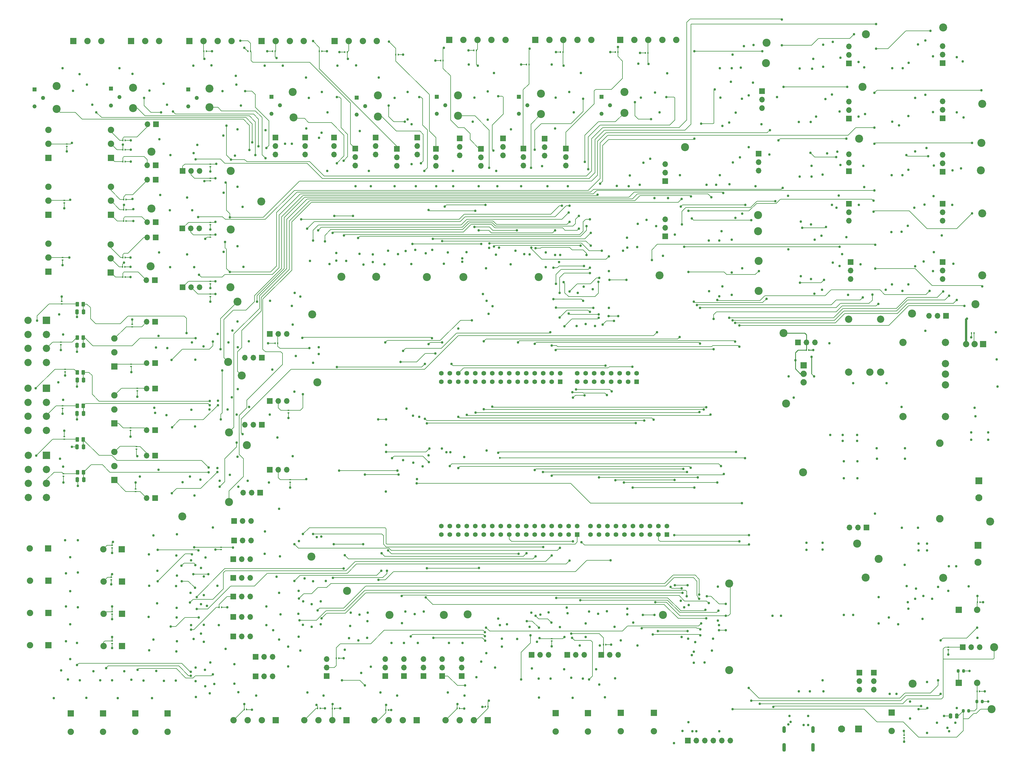
<source format=gbr>
%TF.GenerationSoftware,KiCad,Pcbnew,(6.0.10)*%
%TF.CreationDate,2024-08-19T09:21:52-04:00*%
%TF.ProjectId,ExoFlex_Kicad,45786f46-6c65-4785-9f4b-696361642e6b,rev?*%
%TF.SameCoordinates,Original*%
%TF.FileFunction,Copper,L4,Bot*%
%TF.FilePolarity,Positive*%
%FSLAX46Y46*%
G04 Gerber Fmt 4.6, Leading zero omitted, Abs format (unit mm)*
G04 Created by KiCad (PCBNEW (6.0.10)) date 2024-08-19 09:21:52*
%MOMM*%
%LPD*%
G01*
G04 APERTURE LIST*
G04 Aperture macros list*
%AMRoundRect*
0 Rectangle with rounded corners*
0 $1 Rounding radius*
0 $2 $3 $4 $5 $6 $7 $8 $9 X,Y pos of 4 corners*
0 Add a 4 corners polygon primitive as box body*
4,1,4,$2,$3,$4,$5,$6,$7,$8,$9,$2,$3,0*
0 Add four circle primitives for the rounded corners*
1,1,$1+$1,$2,$3*
1,1,$1+$1,$4,$5*
1,1,$1+$1,$6,$7*
1,1,$1+$1,$8,$9*
0 Add four rect primitives between the rounded corners*
20,1,$1+$1,$2,$3,$4,$5,0*
20,1,$1+$1,$4,$5,$6,$7,0*
20,1,$1+$1,$6,$7,$8,$9,0*
20,1,$1+$1,$8,$9,$2,$3,0*%
G04 Aperture macros list end*
%TA.AperFunction,ComponentPad*%
%ADD10C,2.400000*%
%TD*%
%TA.AperFunction,SMDPad,CuDef*%
%ADD11RoundRect,0.200000X0.200000X0.275000X-0.200000X0.275000X-0.200000X-0.275000X0.200000X-0.275000X0*%
%TD*%
%TA.AperFunction,SMDPad,CuDef*%
%ADD12RoundRect,0.200000X-0.200000X-0.275000X0.200000X-0.275000X0.200000X0.275000X-0.200000X0.275000X0*%
%TD*%
%TA.AperFunction,ComponentPad*%
%ADD13R,1.900000X1.900000*%
%TD*%
%TA.AperFunction,ComponentPad*%
%ADD14C,1.900000*%
%TD*%
%TA.AperFunction,SMDPad,CuDef*%
%ADD15R,0.300000X0.550000*%
%TD*%
%TA.AperFunction,SMDPad,CuDef*%
%ADD16RoundRect,0.250000X0.250000X0.475000X-0.250000X0.475000X-0.250000X-0.475000X0.250000X-0.475000X0*%
%TD*%
%TA.AperFunction,ComponentPad*%
%ADD17R,2.100000X2.100000*%
%TD*%
%TA.AperFunction,ComponentPad*%
%ADD18C,2.100000*%
%TD*%
%TA.AperFunction,ComponentPad*%
%ADD19R,1.700000X1.700000*%
%TD*%
%TA.AperFunction,ComponentPad*%
%ADD20O,1.700000X1.700000*%
%TD*%
%TA.AperFunction,ComponentPad*%
%ADD21R,1.222000X1.222000*%
%TD*%
%TA.AperFunction,ComponentPad*%
%ADD22C,1.222000*%
%TD*%
%TA.AperFunction,ComponentPad*%
%ADD23C,1.390000*%
%TD*%
%TA.AperFunction,ComponentPad*%
%ADD24R,1.390000X1.390000*%
%TD*%
%TA.AperFunction,ComponentPad*%
%ADD25R,1.879600X1.879600*%
%TD*%
%TA.AperFunction,ComponentPad*%
%ADD26C,1.879600*%
%TD*%
%TA.AperFunction,ComponentPad*%
%ADD27C,2.184400*%
%TD*%
%TA.AperFunction,ComponentPad*%
%ADD28C,2.250000*%
%TD*%
%TA.AperFunction,ComponentPad*%
%ADD29R,2.175000X2.175000*%
%TD*%
%TA.AperFunction,ComponentPad*%
%ADD30C,2.175000*%
%TD*%
%TA.AperFunction,ComponentPad*%
%ADD31O,1.036000X2.100000*%
%TD*%
%TA.AperFunction,ComponentPad*%
%ADD32O,1.100000X2.600000*%
%TD*%
%TA.AperFunction,SMDPad,CuDef*%
%ADD33R,0.550000X0.300000*%
%TD*%
%TA.AperFunction,SMDPad,CuDef*%
%ADD34RoundRect,0.250000X-0.262500X-0.450000X0.262500X-0.450000X0.262500X0.450000X-0.262500X0.450000X0*%
%TD*%
%TA.AperFunction,ViaPad*%
%ADD35C,0.750000*%
%TD*%
%TA.AperFunction,ViaPad*%
%ADD36C,0.600000*%
%TD*%
%TA.AperFunction,Conductor*%
%ADD37C,0.177800*%
%TD*%
%TA.AperFunction,Conductor*%
%ADD38C,0.700000*%
%TD*%
%TA.AperFunction,Conductor*%
%ADD39C,0.165100*%
%TD*%
%TA.AperFunction,Conductor*%
%ADD40C,0.254000*%
%TD*%
G04 APERTURE END LIST*
D10*
%TO.P,TP32,TP*%
%TO.N,IN USE*%
X323342000Y-231902000D03*
%TD*%
D11*
%TO.P,R285,1*%
%TO.N,Net-(D174-Pad1)*%
X316547000Y-232410000D03*
%TO.P,R285,2*%
%TO.N,IN USE*%
X314897000Y-232410000D03*
%TD*%
D12*
%TO.P,R284,1*%
%TO.N,Net-(D174-Pad1)*%
X318961000Y-229616000D03*
%TO.P,R284,2*%
%TO.N,GND*%
X320611000Y-229616000D03*
%TD*%
%TO.P,R283,1*%
%TO.N,Net-(J4-Pad1)*%
X313373000Y-220472000D03*
%TO.P,R283,2*%
%TO.N,+5V*%
X315023000Y-220472000D03*
%TD*%
D13*
%TO.P,J4,1,1*%
%TO.N,Net-(J4-Pad1)*%
X313524001Y-224028000D03*
D14*
%TO.P,J4,2,2*%
%TO.N,Net-(D174-Pad1)*%
X319024000Y-224028000D03*
%TD*%
D15*
%TO.P,D174,1,K*%
%TO.N,Net-(D174-Pad1)*%
X319044447Y-226532071D03*
%TO.P,D174,2,A*%
%TO.N,GND*%
X319744447Y-226532071D03*
%TD*%
D16*
%TO.P,C85,1*%
%TO.N,IN USE*%
X312975031Y-233895753D03*
%TO.P,C85,2*%
%TO.N,GND*%
X311075031Y-233895753D03*
%TD*%
D10*
%TO.P,TP117,TP*%
%TO.N,POS_FSR_SEC*%
X154432000Y-102600000D03*
%TD*%
%TO.P,TP113,TP*%
%TO.N,M_FSR_POS_LIM3*%
X139828000Y-54610000D03*
%TD*%
D17*
%TO.P,J81,1,1*%
%TO.N,+5V*%
X283602000Y-237810501D03*
D18*
%TO.P,J81,2,2*%
%TO.N,GND*%
X278522000Y-237810501D03*
%TD*%
D10*
%TO.P,TP37,TP*%
%TO.N,EVE_AMP_LIM_DATA1*%
X72085000Y-65070002D03*
%TD*%
D19*
%TO.P,J7,1,Pin_1*%
%TO.N,+5V*%
X283852500Y-220980000D03*
D20*
%TO.P,J7,2,Pin_2*%
%TO.N,/POWER TREE/6.1A*%
X283852500Y-223520000D03*
%TO.P,J7,3,Pin_3*%
%TO.N,Net-(J7-Pad3)*%
X283852500Y-226060000D03*
%TD*%
D10*
%TO.P,TP3,TP*%
%TO.N,Net-(D2-Pad3)*%
X323000000Y-175700000D03*
%TD*%
D19*
%TO.P,J77,1,Pin_1*%
%TO.N,+5VA*%
X73213000Y-135947004D03*
D20*
%TO.P,J77,2,Pin_2*%
%TO.N,DOR_TOR_POT1*%
X70673000Y-135947004D03*
%TD*%
D13*
%TO.P,J22,1,01*%
%TO.N,EVE_TOR_POT2*%
X61041000Y-129328003D03*
D14*
%TO.P,J22,2,02*%
%TO.N,EVE_TOR_LIM*%
X61041000Y-125128004D03*
%TO.P,J22,3,03*%
%TO.N,EVE_TOR_POT1*%
X61041000Y-120928005D03*
%TD*%
D10*
%TO.P,TP110,TP*%
%TO.N,M_FSR_POS2*%
X114300000Y-47244000D03*
%TD*%
D13*
%TO.P,J23,1,01*%
%TO.N,DOR_TOR_POT2*%
X61041000Y-146372001D03*
D14*
%TO.P,J23,2,02*%
%TO.N,DOR_TOR_LIM*%
X61041000Y-142172002D03*
%TO.P,J23,3,03*%
%TO.N,DOR_TOR_POT1*%
X61041000Y-137972003D03*
%TD*%
D13*
%TO.P,J45,1,1*%
%TO.N,LC_POS3_INT*%
X212302002Y-31672000D03*
D14*
%TO.P,J45,2,2*%
%TO.N,+5VA*%
X216502001Y-31672000D03*
%TO.P,J45,3,3*%
%TO.N,LC_POS3*%
X220702000Y-31672000D03*
%TO.P,J45,4,4*%
%TO.N,GND*%
X224902000Y-31672000D03*
%TO.P,J45,5,5*%
X229101999Y-31672000D03*
%TD*%
D19*
%TO.P,J100,1,Pin_1*%
%TO.N,Net-(C42-Pad1)*%
X142036000Y-221977999D03*
D20*
%TO.P,J100,2,Pin_2*%
%TO.N,M_REC_PROX1*%
X142036000Y-219437999D03*
%TO.P,J100,3,Pin_3*%
%TO.N,Net-(J100-Pad3)*%
X142036000Y-216897999D03*
%TD*%
D13*
%TO.P,J13,1,01*%
%TO.N,GND*%
X41287000Y-66938003D03*
D14*
%TO.P,J13,2,02*%
%TO.N,EVE_AMP_OUT*%
X41287000Y-62738004D03*
%TO.P,J13,3,03*%
%TO.N,+5VA*%
X41287000Y-58538005D03*
%TD*%
D19*
%TO.P,J120,1,Pin_1*%
%TO.N,LC_POS3_INT*%
X196052000Y-64180000D03*
D20*
%TO.P,J120,2,Pin_2*%
%TO.N,Net-(D170-Pad1)*%
X196052000Y-66720000D03*
%TO.P,J120,3,Pin_3*%
%TO.N,GND*%
X196052000Y-69260000D03*
%TD*%
D19*
%TO.P,J132,1,Pin_1*%
%TO.N,Net-(D183-Pad1)*%
X225760000Y-90401000D03*
D20*
%TO.P,J132,2,Pin_2*%
%TO.N,ANA_LIM_DATA*%
X225760000Y-87861000D03*
%TO.P,J132,3,Pin_3*%
%TO.N,Net-(J132-Pad3)*%
X225760000Y-85321000D03*
%TD*%
D19*
%TO.P,J68,1,Pin_1*%
%TO.N,Net-(D90-Pad1)*%
X308702000Y-98059000D03*
D20*
%TO.P,J68,2,Pin_2*%
%TO.N,EXT_TOR_LIM_DATA*%
X308702000Y-100599000D03*
%TO.P,J68,3,Pin_3*%
%TO.N,Net-(J68-Pad3)*%
X308702000Y-103139000D03*
%TD*%
D10*
%TO.P,TP62,TP*%
%TO.N,DOR_TOR_DATA1*%
X95250000Y-149098000D03*
%TD*%
D19*
%TO.P,J92,1,Pin_1*%
%TO.N,Net-(D119-Pad1)*%
X96778000Y-181412000D03*
D20*
%TO.P,J92,2,Pin_2*%
%TO.N,SWMAX2*%
X99318000Y-181412000D03*
%TO.P,J92,3,Pin_3*%
%TO.N,GND*%
X101858000Y-181412000D03*
%TD*%
D19*
%TO.P,J78,1,Pin_1*%
%TO.N,GND*%
X73213000Y-148393004D03*
D20*
%TO.P,J78,2,Pin_2*%
%TO.N,DOR_TOR_POT2*%
X70673000Y-148393004D03*
%TD*%
D10*
%TO.P,TP42,TP*%
%TO.N,EXT_AMP_LIM_DATA1*%
X71831000Y-99360002D03*
%TD*%
D19*
%TO.P,J74,1,Pin_1*%
%TO.N,Net-(D15-Pad1)*%
X81444500Y-105661496D03*
D20*
%TO.P,J74,2,Pin_2*%
%TO.N,Net-(D20-Pad1)*%
X83984500Y-105661496D03*
%TO.P,J74,3,Pin_3*%
%TO.N,GND*%
X86524500Y-105661496D03*
%TD*%
D21*
%TO.P,RV3,1,1*%
%TO.N,GND*%
X83058000Y-46482000D03*
D22*
%TO.P,RV3,2,2*%
%TO.N,M_FSR_POS_LIM1*%
X85598000Y-49022000D03*
%TO.P,RV3,3,3*%
%TO.N,+5VA*%
X83058000Y-51562000D03*
%TD*%
D19*
%TO.P,J127,1,Pin_1*%
%TO.N,REC_PROX2_INT*%
X164896000Y-221977999D03*
D20*
%TO.P,J127,2,Pin_2*%
%TO.N,Net-(D178-Pad1)*%
X164896000Y-219437999D03*
%TO.P,J127,3,Pin_3*%
%TO.N,GND*%
X164896000Y-216897999D03*
%TD*%
D19*
%TO.P,J111,1,Pin_1*%
%TO.N,Net-(D153-Pad1)*%
X118074000Y-60863000D03*
D20*
%TO.P,J111,2,Pin_2*%
%TO.N,Net-(D155-Pad1)*%
X118074000Y-63403000D03*
%TO.P,J111,3,Pin_3*%
%TO.N,GND*%
X118074000Y-65943000D03*
%TD*%
D19*
%TO.P,J105,1,Pin_1*%
%TO.N,Net-(D141-Pad1)*%
X196464000Y-215646000D03*
D20*
%TO.P,J105,2,Pin_2*%
%TO.N,M_BUT_POS2*%
X199004000Y-215646000D03*
%TO.P,J105,3,Pin_3*%
%TO.N,Net-(J105-Pad3)*%
X201544000Y-215646000D03*
%TD*%
D19*
%TO.P,J106,1,Pin_1*%
%TO.N,Net-(D142-Pad1)*%
X206609000Y-215646000D03*
D20*
%TO.P,J106,2,Pin_2*%
%TO.N,M_BUT_POS3*%
X209149000Y-215646000D03*
%TO.P,J106,3,Pin_3*%
%TO.N,Net-(J106-Pad3)*%
X211689000Y-215646000D03*
%TD*%
D19*
%TO.P,J67,1,Pin_1*%
%TO.N,Net-(D58-Pad1)*%
X308702000Y-71105000D03*
D20*
%TO.P,J67,2,Pin_2*%
%TO.N,EXT_AMP_LIM_DATA*%
X308702000Y-68565000D03*
%TO.P,J67,3,Pin_3*%
%TO.N,Net-(J67-Pad3)*%
X308702000Y-66025000D03*
%TD*%
D10*
%TO.P,TP96,TP*%
%TO.N,M_LC_POS2*%
X188582000Y-47752000D03*
%TD*%
%TO.P,TP11,TP*%
%TO.N,EXT_TOR_DATA1*%
X253702000Y-97769000D03*
%TD*%
D13*
%TO.P,J35,1,1*%
%TO.N,Net-(J35-Pad1)*%
X48000000Y-233172000D03*
D14*
%TO.P,J35,2,2*%
%TO.N,BUT_PROX_LEFT1*%
X48000000Y-238671999D03*
%TD*%
D10*
%TO.P,TP68,TP*%
%TO.N,TOR_SEC*%
X120142000Y-113800000D03*
%TD*%
D19*
%TO.P,J64,1,Pin_1*%
%TO.N,+5VA*%
X73335000Y-90749002D03*
D20*
%TO.P,J64,2,Pin_2*%
%TO.N,EXT_AMP_POT1*%
X70795000Y-90749002D03*
%TD*%
D19*
%TO.P,J57,1,Pin_1*%
%TO.N,+5V*%
X232542000Y-241300000D03*
D20*
%TO.P,J57,2,Pin_2*%
%TO.N,GND*%
X235082000Y-241300000D03*
%TO.P,J57,3,Pin_3*%
%TO.N,CAN_TD*%
X237622000Y-241300000D03*
%TO.P,J57,4,Pin_4*%
%TO.N,CAN_RD*%
X240162000Y-241300000D03*
%TO.P,J57,5,Pin_5*%
%TO.N,/CONNECTOR (OTHERS)/CANH*%
X242702000Y-241300000D03*
%TO.P,J57,6,Pin_6*%
%TO.N,/CONNECTOR (OTHERS)/CANL*%
X245242000Y-241300000D03*
%TD*%
D19*
%TO.P,J124,1,Pin_1*%
%TO.N,EMI_PROX1_INT*%
X124510000Y-221992999D03*
D20*
%TO.P,J124,2,Pin_2*%
%TO.N,Net-(D179-Pad1)*%
X124510000Y-219452999D03*
%TO.P,J124,3,Pin_3*%
%TO.N,GND*%
X124510000Y-216912999D03*
%TD*%
D10*
%TO.P,TP41,TP*%
%TO.N,EXT_AMP_DATA1*%
X95682000Y-105654000D03*
%TD*%
D19*
%TO.P,J110,1,Pin_1*%
%TO.N,Net-(D152-Pad1)*%
X109184000Y-60878000D03*
D20*
%TO.P,J110,2,Pin_2*%
%TO.N,Net-(D154-Pad1)*%
X109184000Y-63418000D03*
%TO.P,J110,3,Pin_3*%
%TO.N,GND*%
X109184000Y-65958000D03*
%TD*%
D23*
%TO.P,J10,01,01*%
%TO.N,EVE_AMP_DATA*%
X194346500Y-131372000D03*
D24*
%TO.P,J10,02,02*%
%TO.N,/STM SIGNALS/PD7*%
X194346500Y-133912000D03*
D23*
%TO.P,J10,03,03*%
%TO.N,EVE_AMP_LIM_DATA*%
X191806500Y-131372000D03*
%TO.P,J10,04,04*%
%TO.N,/STM SIGNALS/PD6*%
X191806500Y-133912000D03*
%TO.P,J10,05,05*%
%TO.N,/STM SIGNALS/PC3*%
X189266500Y-131372000D03*
%TO.P,J10,06,06*%
%TO.N,/STM SIGNALS/PD5*%
X189266500Y-133912000D03*
%TO.P,J10,07,07*%
%TO.N,DOR_AMP_DATA*%
X186726500Y-131372000D03*
%TO.P,J10,08,08*%
%TO.N,/STM SIGNALS/PD4*%
X186726500Y-133912000D03*
%TO.P,J10,09,09*%
%TO.N,/STM SIGNALS/PC2*%
X184186500Y-131372000D03*
%TO.P,J10,10,10*%
%TO.N,/STM SIGNALS/PD3*%
X184186500Y-133912000D03*
%TO.P,J10,11,11*%
%TO.N,DOR_AMP_LIM_DATA*%
X181646500Y-131372000D03*
%TO.P,J10,12,12*%
%TO.N,GND*%
X181646500Y-133912000D03*
%TO.P,J10,13,13*%
%TO.N,/STM SIGNALS/PB2*%
X179106500Y-131372000D03*
%TO.P,J10,14,14*%
%TO.N,/STM SIGNALS/PE2*%
X179106500Y-133912000D03*
%TO.P,J10,15,15*%
%TO.N,/STM SIGNALS/PE9*%
X176566500Y-131372000D03*
%TO.P,J10,16,16*%
%TO.N,/STM SIGNALS/PE4*%
X176566500Y-133912000D03*
%TO.P,J10,17,17*%
%TO.N,/STM SIGNALS/PB5*%
X174026500Y-131372000D03*
%TO.P,J10,18,18*%
%TO.N,SW&INT_SG0*%
X174026500Y-133912000D03*
%TO.P,J10,19,19*%
%TO.N,ANA_DATA*%
X171486500Y-131372000D03*
%TO.P,J10,20,20*%
%TO.N,SW&INT_SG1*%
X171486500Y-133912000D03*
%TO.P,J10,21,21*%
%TO.N,/STM SIGNALS/PF15*%
X168946500Y-131372000D03*
%TO.P,J10,22,22*%
%TO.N,SW&INT_SG2*%
X168946500Y-133912000D03*
%TO.P,J10,23,23*%
%TO.N,GND*%
X166406500Y-131372000D03*
%TO.P,J10,24,24*%
%TO.N,SW&INT_SG3*%
X166406500Y-133912000D03*
%TO.P,J10,25,25*%
%TO.N,CAN_RD*%
X163866500Y-131372000D03*
%TO.P,J10,26,26*%
%TO.N,SW&INT*%
X163866500Y-133912000D03*
%TO.P,J10,27,27*%
%TO.N,CAN_TD*%
X161326500Y-131372000D03*
%TO.P,J10,28,28*%
%TO.N,/STM SIGNALS/PF9*%
X161326500Y-133912000D03*
%TO.P,J10,29,29*%
%TO.N,/STM SIGNALS/PB14*%
X158786500Y-131372000D03*
%TO.P,J10,30,30*%
%TO.N,/STM SIGNALS/PD10*%
X158786500Y-133912000D03*
%TD*%
D10*
%TO.P,TP17,TP*%
%TO.N,GND*%
X266954000Y-161036000D03*
%TD*%
D13*
%TO.P,J20,1,01*%
%TO.N,DOR_AMP_POT2*%
X59944000Y-83956003D03*
D14*
%TO.P,J20,2,02*%
%TO.N,DOR_AMP_LIM*%
X59944000Y-79756004D03*
%TO.P,J20,3,03*%
%TO.N,DOR_AMP_POT1*%
X59944000Y-75556005D03*
%TD*%
D13*
%TO.P,J27,1,1*%
%TO.N,Net-(J27-Pad1)*%
X41255000Y-193418002D03*
D14*
%TO.P,J27,2,2*%
%TO.N,MAX_SW_2*%
X35755001Y-193418002D03*
%TD*%
D10*
%TO.P,TP20,TP*%
%TO.N,GND*%
X244856000Y-220218000D03*
%TD*%
%TO.P,TP18,TP*%
%TO.N,GND*%
X104902000Y-80010000D03*
%TD*%
D19*
%TO.P,J93,1,Pin_1*%
%TO.N,Net-(D125-Pad1)*%
X96524000Y-192588000D03*
D20*
%TO.P,J93,2,Pin_2*%
%TO.N,SWMAX4*%
X99064000Y-192588000D03*
%TO.P,J93,3,Pin_3*%
%TO.N,GND*%
X101604000Y-192588000D03*
%TD*%
D19*
%TO.P,J73,1,Pin_1*%
%TO.N,Net-(D12-Pad1)*%
X81344500Y-88061496D03*
D20*
%TO.P,J73,2,Pin_2*%
%TO.N,Net-(D18-Pad1)*%
X83884500Y-88061496D03*
%TO.P,J73,3,Pin_3*%
%TO.N,GND*%
X86424500Y-88061496D03*
%TD*%
D10*
%TO.P,TP60,TP*%
%TO.N,DOR_TOR_LIM_DATA1*%
X99060000Y-132080000D03*
%TD*%
D19*
%TO.P,J119,1,Pin_1*%
%TO.N,LC_POS2_INT*%
X183352000Y-64180000D03*
D20*
%TO.P,J119,2,Pin_2*%
%TO.N,Net-(D169-Pad1)*%
X183352000Y-66720000D03*
%TO.P,J119,3,Pin_3*%
%TO.N,GND*%
X183352000Y-69260000D03*
%TD*%
D19*
%TO.P,J95,1,Pin_1*%
%TO.N,Net-(D132-Pad1)*%
X103286000Y-216210000D03*
D20*
%TO.P,J95,2,Pin_2*%
%TO.N,M_BUT_PROX_R1*%
X105826000Y-216210000D03*
%TO.P,J95,3,Pin_3*%
%TO.N,Net-(J95-Pad3)*%
X108366000Y-216210000D03*
%TD*%
D13*
%TO.P,J54,1,01*%
%TO.N,GND*%
X66010001Y-31963001D03*
D14*
%TO.P,J54,2,02*%
%TO.N,TEMP_OUT_2*%
X70210000Y-31963001D03*
%TO.P,J54,3,03*%
%TO.N,+5VA*%
X74409999Y-31963001D03*
%TD*%
D13*
%TO.P,J47,1,1*%
%TO.N,Net-(J47-Pad1)*%
X202663001Y-233022002D03*
D14*
%TO.P,J47,2,2*%
%TO.N,BUT_POS2*%
X202663001Y-238522001D03*
%TD*%
D10*
%TO.P,TP5,TP*%
%TO.N,Net-(Q1-Pad1)*%
X285700000Y-192500000D03*
%TD*%
D25*
%TO.P,U124,1,ADJ*%
%TO.N,Net-(R57-Pad1)*%
X320814900Y-122664000D03*
D26*
%TO.P,U124,2,OUT*%
%TO.N,Net-(D6-Pad1)*%
X318274900Y-122664000D03*
%TO.P,U124,3,IN*%
%TO.N,Net-(C213-Pad1)*%
X315734900Y-122664000D03*
%TD*%
D19*
%TO.P,J131,1,Pin_1*%
%TO.N,Net-(D182-Pad1)*%
X225760000Y-73886000D03*
D20*
%TO.P,J131,2,Pin_2*%
%TO.N,ANA_DATA*%
X225760000Y-71346000D03*
%TO.P,J131,3,Pin_3*%
%TO.N,Net-(J131-Pad3)*%
X225760000Y-68806000D03*
%TD*%
D10*
%TO.P,TP84,TP*%
%TO.N,MAX_SW_SEC*%
X119900000Y-186200000D03*
%TD*%
D13*
%TO.P,J48,1,1*%
%TO.N,Net-(J48-Pad1)*%
X212451000Y-232970001D03*
D14*
%TO.P,J48,2,2*%
%TO.N,BUT_POS3*%
X212451000Y-238470000D03*
%TD*%
D19*
%TO.P,J86,1,Pin_1*%
%TO.N,Net-(D76-Pad1)*%
X104633000Y-167132000D03*
D20*
%TO.P,J86,2,Pin_2*%
%TO.N,Net-(D77-Pad1)*%
X102093000Y-167132000D03*
%TO.P,J86,3,Pin_3*%
%TO.N,GND*%
X99553000Y-167132000D03*
%TD*%
D10*
%TO.P,TP112,TP*%
%TO.N,M_FSR_POS3*%
X139828000Y-48260000D03*
%TD*%
D19*
%TO.P,J94,1,Pin_1*%
%TO.N,Net-(D124-Pad1)*%
X96539000Y-198176000D03*
D20*
%TO.P,J94,2,Pin_2*%
%TO.N,SWMAX5*%
X99079000Y-198176000D03*
%TO.P,J94,3,Pin_3*%
%TO.N,GND*%
X101619000Y-198176000D03*
%TD*%
D19*
%TO.P,J5,1,Pin_1*%
%TO.N,+5VA*%
X309727000Y-114172000D03*
D20*
%TO.P,J5,2,Pin_2*%
%TO.N,Net-(D6-Pad1)*%
X307187000Y-114172000D03*
%TO.P,J5,3,Pin_3*%
%TO.N,unconnected-(J5-Pad3)*%
X304647000Y-114172000D03*
%TD*%
D10*
%TO.P,TP2,TP*%
%TO.N,/POWER SECURITY/24VB*%
X283200500Y-182372000D03*
%TD*%
D19*
%TO.P,J125,1,Pin_1*%
%TO.N,REC_PROX1_INT*%
X147624000Y-221977999D03*
D20*
%TO.P,J125,2,Pin_2*%
%TO.N,Net-(D180-Pad1)*%
X147624000Y-219437999D03*
%TO.P,J125,3,Pin_3*%
%TO.N,GND*%
X147624000Y-216897999D03*
%TD*%
D10*
%TO.P,TP13,TP*%
%TO.N,DOR_TOR_DATA1*%
X253492000Y-84074000D03*
%TD*%
D13*
%TO.P,J19,1,01*%
%TO.N,EVE_AMP_POT2*%
X59944000Y-66938003D03*
D14*
%TO.P,J19,2,02*%
%TO.N,EVE_AMP_LIM*%
X59944000Y-62738004D03*
%TO.P,J19,3,03*%
%TO.N,EVE_AMP_POT1*%
X59944000Y-58538005D03*
%TD*%
D21*
%TO.P,RV6,1,1*%
%TO.N,GND*%
X37084000Y-46482000D03*
D22*
%TO.P,RV6,2,2*%
%TO.N,M_TEMP_LIM1*%
X39624000Y-49022000D03*
%TO.P,RV6,3,3*%
%TO.N,+5VA*%
X37084000Y-51562000D03*
%TD*%
D10*
%TO.P,TP124,TP*%
%TO.N,TEMP_SEC*%
X139300000Y-102500000D03*
%TD*%
D19*
%TO.P,J90,1,Pin_1*%
%TO.N,Net-(D120-Pad1)*%
X96524000Y-187000000D03*
D20*
%TO.P,J90,2,Pin_2*%
%TO.N,SWMAX3*%
X99064000Y-187000000D03*
%TO.P,J90,3,Pin_3*%
%TO.N,GND*%
X101604000Y-187000000D03*
%TD*%
D13*
%TO.P,J26,1,1*%
%TO.N,Net-(J26-Pad1)*%
X63194000Y-184020000D03*
D14*
%TO.P,J26,2,2*%
%TO.N,MIN_SW_1*%
X57694001Y-184020000D03*
%TD*%
D19*
%TO.P,J96,1,Pin_1*%
%TO.N,Net-(C43-Pad1)*%
X159054000Y-221977999D03*
D20*
%TO.P,J96,2,Pin_2*%
%TO.N,M_REC_PROX2*%
X159054000Y-219437999D03*
%TO.P,J96,3,Pin_3*%
%TO.N,Net-(J96-Pad3)*%
X159054000Y-216897999D03*
%TD*%
D19*
%TO.P,J58,1,Pin_1*%
%TO.N,Net-(D46-Pad1)*%
X280702000Y-55197000D03*
D20*
%TO.P,J58,2,Pin_2*%
%TO.N,DOR_AMP_DATA*%
X280702000Y-52657000D03*
%TO.P,J58,3,Pin_3*%
%TO.N,Net-(J58-Pad3)*%
X280702000Y-50117000D03*
%TD*%
D10*
%TO.P,TP107,TP*%
%TO.N,POS_BUT_SEC*%
X225044000Y-203708000D03*
%TD*%
%TO.P,TP126,TP*%
%TO.N,INT_POS_SEC*%
X165354000Y-102616000D03*
%TD*%
D13*
%TO.P,J49,1,01*%
%TO.N,GND*%
X83468004Y-31963001D03*
D14*
%TO.P,J49,2,02*%
%TO.N,FSR_POS1*%
X87668003Y-31963001D03*
%TO.P,J49,3,03*%
%TO.N,+5VA*%
X91868002Y-31963001D03*
%TO.P,J49,4,04*%
%TO.N,FSR_POS1_INT*%
X96068002Y-31963001D03*
%TD*%
D13*
%TO.P,J34,1,1*%
%TO.N,Net-(J34-Pad1)*%
X313533501Y-202184000D03*
D14*
%TO.P,J34,2,2*%
%TO.N,RESET*%
X319033500Y-202184000D03*
%TD*%
D10*
%TO.P,TP85,TP*%
%TO.N,LEFTRIGHT_SEC*%
X130556000Y-196500000D03*
%TD*%
%TO.P,TP61,TP*%
%TO.N,EVE_TOR_DATA1*%
X94996000Y-128016000D03*
%TD*%
D13*
%TO.P,J24,1,01*%
%TO.N,EXT_TOR_POT2*%
X60993000Y-163328003D03*
D14*
%TO.P,J24,2,02*%
%TO.N,EXT_TOR_LIM*%
X60993000Y-159128004D03*
%TO.P,J24,3,03*%
%TO.N,EXT_TOR_POT1*%
X60993000Y-154928005D03*
%TD*%
D13*
%TO.P,J32,1,1*%
%TO.N,Net-(J32-Pad1)*%
X63246000Y-212976000D03*
D14*
%TO.P,J32,2,2*%
%TO.N,MAX_SW_5*%
X57746001Y-212976000D03*
%TD*%
D13*
%TO.P,J44,1,1*%
%TO.N,LC_POS2_INT*%
X186902002Y-31672000D03*
D14*
%TO.P,J44,2,2*%
%TO.N,+5VA*%
X191102001Y-31672000D03*
%TO.P,J44,3,3*%
%TO.N,LC_POS2*%
X195302000Y-31672000D03*
%TO.P,J44,4,4*%
%TO.N,GND*%
X199502000Y-31672000D03*
%TO.P,J44,5,5*%
X203701999Y-31672000D03*
%TD*%
D27*
%TO.P,U7,1,VOUT*%
%TO.N,Net-(C11-Pad1)*%
X280630000Y-131064000D03*
%TO.P,U7,2,VIN*%
%TO.N,Net-(C5-Pad1)*%
X286980000Y-131064000D03*
%TO.P,U7,3,~{INHIBIT}*%
%TO.N,unconnected-(U7-Pad3)*%
X290155000Y-131064000D03*
%TO.P,U7,4,SET*%
%TO.N,Net-(R7-Pad2)*%
X290155000Y-115189000D03*
%TO.P,U7,5,GND*%
%TO.N,GND*%
X280630000Y-115189000D03*
%TD*%
D10*
%TO.P,TP118,TP*%
%TO.N,M_TEMP_1*%
X43688000Y-45466000D03*
%TD*%
%TO.P,TP23,TP*%
%TO.N,DOR_AMP_DATA1*%
X284734000Y-45720000D03*
%TD*%
D27*
%TO.P,U5,1,GND*%
%TO.N,GND*%
X296852000Y-144348000D03*
%TO.P,U5,2,VI*%
%TO.N,Net-(C6-Pad1)*%
X309552000Y-144348000D03*
%TO.P,U5,3,\u002AINHIBIT*%
%TO.N,unconnected-(U5-Pad3)*%
X309552000Y-134823000D03*
%TO.P,U5,4,VOADJUST*%
%TO.N,Net-(R5-Pad2)*%
X309552000Y-131648000D03*
%TO.P,U5,5,SENSE*%
%TO.N,Net-(C213-Pad1)*%
X309552000Y-128473000D03*
%TO.P,U5,6,VO*%
X309552000Y-122123000D03*
%TO.P,U5,7,GND*%
%TO.N,GND*%
X296852000Y-122123000D03*
%TD*%
D23*
%TO.P,J12,01,01*%
%TO.N,/STM SIGNALS/VDDA*%
X199426500Y-177100000D03*
D24*
%TO.P,J12,02,02*%
%TO.N,SWMAX1*%
X199426500Y-179640000D03*
D23*
%TO.P,J12,03,03*%
%TO.N,/STM SIGNALS/AGND*%
X196886500Y-177100000D03*
%TO.P,J12,04,04*%
%TO.N,SWMIN1*%
X196886500Y-179640000D03*
%TO.P,J12,05,05*%
%TO.N,GND*%
X194346500Y-177100000D03*
%TO.P,J12,06,06*%
%TO.N,SWMAX2*%
X194346500Y-179640000D03*
%TO.P,J12,07,07*%
%TO.N,EXT_AMP_LIM_DATA*%
X191806500Y-177100000D03*
%TO.P,J12,08,08*%
%TO.N,SWMIN2*%
X191806500Y-179640000D03*
%TO.P,J12,09,09*%
%TO.N,EVE_TOR_DATA*%
X189266500Y-177100000D03*
%TO.P,J12,10,10*%
%TO.N,SWMAX3*%
X189266500Y-179640000D03*
%TO.P,J12,11,11*%
%TO.N,EVE_TOR_LIM_DATA*%
X186726500Y-177100000D03*
%TO.P,J12,12,12*%
%TO.N,SWMIN3*%
X186726500Y-179640000D03*
%TO.P,J12,13,13*%
%TO.N,/STM SIGNALS/PC6*%
X184186500Y-177100000D03*
%TO.P,J12,14,14*%
%TO.N,SWMAX4*%
X184186500Y-179640000D03*
%TO.P,J12,15,15*%
%TO.N,/STM SIGNALS/PPB2*%
X181646500Y-177100000D03*
%TO.P,J12,16,16*%
%TO.N,SWMAX5*%
X181646500Y-179640000D03*
%TO.P,J12,17,17*%
%TO.N,GND*%
X179106500Y-177100000D03*
%TO.P,J12,18,18*%
%TO.N,ALIM_SEC*%
X179106500Y-179640000D03*
%TO.P,J12,19,19*%
%TO.N,/STM SIGNALS/PD13*%
X176566500Y-177100000D03*
%TO.P,J12,20,20*%
%TO.N,IN USE*%
X176566500Y-179640000D03*
%TO.P,J12,21,21*%
%TO.N,/STM SIGNALS/PD12*%
X174026500Y-177100000D03*
%TO.P,J12,22,22*%
%TO.N,GND*%
X174026500Y-179640000D03*
%TO.P,J12,23,23*%
%TO.N,/STM SIGNALS/PD11*%
X171486500Y-177100000D03*
%TO.P,J12,24,24*%
%TO.N,/STM SIGNALS/PE10*%
X171486500Y-179640000D03*
%TO.P,J12,25,25*%
%TO.N,/STM SIGNALS/PPE2*%
X168946500Y-177100000D03*
%TO.P,J12,26,26*%
%TO.N,/STM SIGNALS/PE12*%
X168946500Y-179640000D03*
%TO.P,J12,27,27*%
%TO.N,GND*%
X166406500Y-177100000D03*
%TO.P,J12,28,28*%
%TO.N,/STM SIGNALS/PPE6*%
X166406500Y-179640000D03*
%TO.P,J12,29,29*%
%TO.N,DOR_TOR_DATA*%
X163866500Y-177100000D03*
%TO.P,J12,30,30*%
%TO.N,/STM SIGNALS/PE15*%
X163866500Y-179640000D03*
%TO.P,J12,31,31*%
%TO.N,DOR_TOR_LIM_DATA*%
X161326500Y-177100000D03*
%TO.P,J12,32,32*%
%TO.N,/STM SIGNALS/PB10*%
X161326500Y-179640000D03*
%TO.P,J12,33,33*%
%TO.N,/STM SIGNALS/PE0*%
X158786500Y-177100000D03*
%TO.P,J12,34,34*%
%TO.N,/STM SIGNALS/PB11*%
X158786500Y-179640000D03*
%TD*%
D13*
%TO.P,J41,1,01*%
%TO.N,GND*%
X151433999Y-235143001D03*
D14*
%TO.P,J41,2,02*%
X147234000Y-235143001D03*
%TO.P,J41,3,03*%
%TO.N,Net-(J41-Pad3)*%
X143034001Y-235143001D03*
%TO.P,J41,4,04*%
%TO.N,EMI_PROX2_INT*%
X138834001Y-235143001D03*
%TD*%
D19*
%TO.P,J87,1,Pin_1*%
%TO.N,Net-(D83-Pad1)*%
X281202000Y-98107000D03*
D20*
%TO.P,J87,2,Pin_2*%
%TO.N,EXT_TOR_DATA*%
X281202000Y-100647000D03*
%TO.P,J87,3,Pin_3*%
%TO.N,Net-(J87-Pad3)*%
X281202000Y-103187000D03*
%TD*%
D19*
%TO.P,J62,1,Pin_1*%
%TO.N,+5VA*%
X73406000Y-56896000D03*
D20*
%TO.P,J62,2,Pin_2*%
%TO.N,EVE_AMP_POT1*%
X70866000Y-56896000D03*
%TD*%
D21*
%TO.P,RV4,1,1*%
%TO.N,GND*%
X107978000Y-48632000D03*
D22*
%TO.P,RV4,2,2*%
%TO.N,M_FSR_POS_LIM2*%
X110518000Y-51172000D03*
%TO.P,RV4,3,3*%
%TO.N,+5VA*%
X107978000Y-53712000D03*
%TD*%
D10*
%TO.P,TP64,TP*%
%TO.N,EXT_TOR_DATA1*%
X95250000Y-169926000D03*
%TD*%
%TO.P,TP97,TP*%
%TO.N,M_LC_POS_LIM2*%
X188582000Y-53848000D03*
%TD*%
%TO.P,TP4,TP*%
%TO.N,EVE_AMP_DATA1*%
X285750000Y-29972000D03*
%TD*%
D19*
%TO.P,J61,1,Pin_1*%
%TO.N,GND*%
X73335000Y-86177002D03*
D20*
%TO.P,J61,2,Pin_2*%
%TO.N,DOR_AMP_POT2*%
X70795000Y-86177002D03*
%TD*%
D13*
%TO.P,J40,1,01*%
%TO.N,GND*%
X130419999Y-235172000D03*
D14*
%TO.P,J40,2,02*%
%TO.N,REC_PROX1*%
X126220000Y-235172000D03*
%TO.P,J40,3,03*%
%TO.N,Net-(J40-Pad3)*%
X122020001Y-235172000D03*
%TO.P,J40,4,04*%
%TO.N,REC_PROX1_INT*%
X117820001Y-235172000D03*
%TD*%
D10*
%TO.P,TP120,TP*%
%TO.N,M_TEMP_2*%
X66548000Y-45974000D03*
%TD*%
D19*
%TO.P,J80,1,Pin_1*%
%TO.N,GND*%
X73213000Y-168713004D03*
D20*
%TO.P,J80,2,Pin_2*%
%TO.N,EXT_TOR_POT2*%
X70673000Y-168713004D03*
%TD*%
D19*
%TO.P,J69,1,Pin_1*%
%TO.N,Net-(D98-Pad1)*%
X253702000Y-65632000D03*
D20*
%TO.P,J69,2,Pin_2*%
%TO.N,EVE_TOR_LIM_DATA*%
X253702000Y-68172000D03*
%TO.P,J69,3,Pin_3*%
%TO.N,Net-(J69-Pad3)*%
X253702000Y-70712000D03*
%TD*%
D10*
%TO.P,TP108,TP*%
%TO.N,M_FSR_POS1*%
X89408000Y-46228000D03*
%TD*%
%TO.P,TP128,TP*%
%TO.N,SW&INT*%
X244856000Y-194310000D03*
%TD*%
D19*
%TO.P,J102,1,Pin_1*%
%TO.N,Net-(D162-Pad1)*%
X164302000Y-61117000D03*
D20*
%TO.P,J102,2,Pin_2*%
%TO.N,Net-(D166-Pad1)*%
X164302000Y-63657000D03*
%TO.P,J102,3,Pin_3*%
%TO.N,Net-(J102-Pad3)*%
X164302000Y-66197000D03*
%TD*%
D10*
%TO.P,TP12,TP*%
%TO.N,EVE_TOR_DATA1*%
X256032000Y-32512000D03*
%TD*%
D19*
%TO.P,J71,1,Pin_1*%
%TO.N,+5V*%
X288170500Y-220965000D03*
D20*
%TO.P,J71,2,Pin_2*%
%TO.N,/POWER TREE/6.1A*%
X288170500Y-223505000D03*
%TO.P,J71,3,Pin_3*%
%TO.N,Net-(J7-Pad3)*%
X288170500Y-226045000D03*
%TD*%
D19*
%TO.P,J122,1,Pin_1*%
%TO.N,FSR_POS2_INT*%
X145506000Y-64195000D03*
D20*
%TO.P,J122,2,Pin_2*%
%TO.N,Net-(D172-Pad1)*%
X145506000Y-66735000D03*
%TO.P,J122,3,Pin_3*%
%TO.N,GND*%
X145506000Y-69275000D03*
%TD*%
D10*
%TO.P,TP27,TP*%
%TO.N,EXT_AMP_LIM_DATA1*%
X320294000Y-62484000D03*
%TD*%
D13*
%TO.P,J39,1,01*%
%TO.N,GND*%
X109269999Y-235143001D03*
D14*
%TO.P,J39,2,02*%
X105070000Y-235143001D03*
%TO.P,J39,3,03*%
%TO.N,Net-(J39-Pad3)*%
X100870001Y-235143001D03*
%TO.P,J39,4,04*%
%TO.N,EMI_PROX1_INT*%
X96670001Y-235143001D03*
%TD*%
D19*
%TO.P,J63,1,Pin_1*%
%TO.N,GND*%
X73355000Y-69134002D03*
D20*
%TO.P,J63,2,Pin_2*%
%TO.N,EVE_AMP_POT2*%
X70815000Y-69134002D03*
%TD*%
D19*
%TO.P,J109,1,Pin_1*%
%TO.N,Net-(D150-Pad1)*%
X151602000Y-60878000D03*
D20*
%TO.P,J109,2,Pin_2*%
%TO.N,Net-(D151-Pad1)*%
X151602000Y-63418000D03*
%TO.P,J109,3,Pin_3*%
%TO.N,Net-(J109-Pad3)*%
X151602000Y-65958000D03*
%TD*%
D25*
%TO.P,U123,1,ADJ*%
%TO.N,Net-(R73-Pad1)*%
X267206000Y-128986500D03*
D26*
%TO.P,U123,2,OUT*%
%TO.N,Net-(C214-Pad1)*%
X267206000Y-131526500D03*
%TO.P,U123,3,IN*%
%TO.N,Net-(C11-Pad1)*%
X267206000Y-134066500D03*
%TD*%
D21*
%TO.P,RV2,1,1*%
%TO.N,GND*%
X206702000Y-48632000D03*
D22*
%TO.P,RV2,2,2*%
%TO.N,M_LC_POS_LIM3*%
X209242000Y-51172000D03*
%TO.P,RV2,3,3*%
%TO.N,+5VA*%
X206702000Y-53712000D03*
%TD*%
D13*
%TO.P,J30,1,1*%
%TO.N,Net-(J30-Pad1)*%
X63246000Y-203324000D03*
D14*
%TO.P,J30,2,2*%
%TO.N,MIN_SW_3*%
X57746001Y-203324000D03*
%TD*%
D10*
%TO.P,TP81,TP*%
%TO.N,Net-(R219-Pad1)*%
X253702000Y-106769000D03*
%TD*%
%TO.P,TP109,TP*%
%TO.N,M_FSR_POS_LIM1*%
X89408000Y-51816000D03*
%TD*%
%TO.P,TP6,TP*%
%TO.N,Net-(C11-Pad1)*%
X261874000Y-140462000D03*
%TD*%
%TO.P,TP40,TP*%
%TO.N,DOR_AMP_LIM_DATA1*%
X72085000Y-82088002D03*
%TD*%
D19*
%TO.P,J82,1,Pin_1*%
%TO.N,Net-(D5-Pad1)*%
X314721000Y-213360000D03*
D20*
%TO.P,J82,2,Pin_2*%
%TO.N,ALIM_SEC*%
X317261000Y-213360000D03*
%TO.P,J82,3,Pin_3*%
%TO.N,GND*%
X319801000Y-213360000D03*
%TD*%
D13*
%TO.P,J50,1,01*%
%TO.N,GND*%
X105058003Y-31963000D03*
D14*
%TO.P,J50,2,02*%
%TO.N,FSR_POS2*%
X109258002Y-31963000D03*
%TO.P,J50,3,03*%
%TO.N,+5VA*%
X113458001Y-31963000D03*
%TO.P,J50,4,04*%
%TO.N,FSR_POS2_INT*%
X117658001Y-31963000D03*
%TD*%
D13*
%TO.P,J53,1,01*%
%TO.N,GND*%
X48738001Y-31963001D03*
D14*
%TO.P,J53,2,02*%
%TO.N,TEMP_OUT_1*%
X52938000Y-31963001D03*
%TO.P,J53,3,03*%
%TO.N,+5VA*%
X57137999Y-31963001D03*
%TD*%
D28*
%TO.P,F1,1*%
%TO.N,/POWER SECURITY/24VF*%
X307857500Y-152276000D03*
%TO.P,F1,2*%
%TO.N,/POWER SECURITY/24VB*%
X307857500Y-174876000D03*
%TD*%
D10*
%TO.P,TP59,TP*%
%TO.N,EVE_TOR_LIM_DATA1*%
X97790000Y-109982000D03*
%TD*%
D19*
%TO.P,J116,1,Pin_1*%
%TO.N,DOR_TOR_INT*%
X107442000Y-139700000D03*
D20*
%TO.P,J116,2,Pin_2*%
%TO.N,Net-(D160-Pad1)*%
X109982000Y-139700000D03*
%TO.P,J116,3,Pin_3*%
%TO.N,GND*%
X112522000Y-139700000D03*
%TD*%
D19*
%TO.P,J59,1,Pin_1*%
%TO.N,Net-(D54-Pad1)*%
X308702000Y-55103000D03*
D20*
%TO.P,J59,2,Pin_2*%
%TO.N,DOR_AMP_LIM_DATA*%
X308702000Y-52563000D03*
%TO.P,J59,3,Pin_3*%
%TO.N,Net-(J59-Pad3)*%
X308702000Y-50023000D03*
%TD*%
D19*
%TO.P,J98,1,Pin_1*%
%TO.N,Net-(D130-Pad1)*%
X96539000Y-204272000D03*
D20*
%TO.P,J98,2,Pin_2*%
%TO.N,M_BUT_PROX_L1*%
X99079000Y-204272000D03*
%TO.P,J98,3,Pin_3*%
%TO.N,Net-(J98-Pad3)*%
X101619000Y-204272000D03*
%TD*%
D21*
%TO.P,RV7,1,1*%
%TO.N,GND*%
X59944000Y-46228000D03*
D22*
%TO.P,RV7,2,2*%
%TO.N,M_TEMP_LIM2*%
X62484000Y-48768000D03*
%TO.P,RV7,3,3*%
%TO.N,+5VA*%
X59944000Y-51308000D03*
%TD*%
D19*
%TO.P,J97,1,Pin_1*%
%TO.N,Net-(D131-Pad1)*%
X96539000Y-210114000D03*
D20*
%TO.P,J97,2,Pin_2*%
%TO.N,M_BUT_PROX_L2*%
X99079000Y-210114000D03*
%TO.P,J97,3,Pin_3*%
%TO.N,Net-(J97-Pad3)*%
X101619000Y-210114000D03*
%TD*%
D19*
%TO.P,J104,1,Pin_1*%
%TO.N,Net-(D140-Pad1)*%
X185781000Y-215646000D03*
D20*
%TO.P,J104,2,Pin_2*%
%TO.N,M_BUT_POS1*%
X188321000Y-215646000D03*
%TO.P,J104,3,Pin_3*%
%TO.N,Net-(J104-Pad3)*%
X190861000Y-215646000D03*
%TD*%
D10*
%TO.P,TP94,TP*%
%TO.N,M_LC_POS1*%
X163828000Y-48260000D03*
%TD*%
%TO.P,TP26,TP*%
%TO.N,EXT_AMP_DATA1*%
X283718000Y-61214000D03*
%TD*%
%TO.P,TP38,TP*%
%TO.N,EVE_AMP_DATA1*%
X95758000Y-70866000D03*
%TD*%
D19*
%TO.P,J108,1,Pin_1*%
%TO.N,Net-(D147-Pad1)*%
X126710000Y-60878000D03*
D20*
%TO.P,J108,2,Pin_2*%
%TO.N,Net-(D149-Pad1)*%
X126710000Y-63418000D03*
%TO.P,J108,3,Pin_3*%
%TO.N,Net-(J108-Pad3)*%
X126710000Y-65958000D03*
%TD*%
D19*
%TO.P,J56,1,Pin_1*%
%TO.N,Net-(D45-Pad1)*%
X308702000Y-38593000D03*
D20*
%TO.P,J56,2,Pin_2*%
%TO.N,EVE_AMP_LIM_DATA*%
X308702000Y-36053000D03*
%TO.P,J56,3,Pin_3*%
%TO.N,Net-(J56-Pad3)*%
X308702000Y-33513000D03*
%TD*%
D17*
%TO.P,J3,1,1*%
%TO.N,Net-(D2-Pad3)*%
X319287500Y-182880000D03*
D18*
%TO.P,J3,2,2*%
%TO.N,GND*%
X319287500Y-187960000D03*
%TD*%
D13*
%TO.P,J52,1,1*%
%TO.N,/CONNECTOR (OTHERS)/CANH*%
X222357000Y-232970001D03*
D14*
%TO.P,J52,2,2*%
%TO.N,/CONNECTOR (OTHERS)/CANL*%
X222357000Y-238470000D03*
%TD*%
D10*
%TO.P,TP1,TP*%
%TO.N,Net-(TP1-PadTP)*%
X308900000Y-192600000D03*
%TD*%
D19*
%TO.P,J89,1,Pin_1*%
%TO.N,Net-(D78-Pad1)*%
X254712000Y-46958000D03*
D20*
%TO.P,J89,2,Pin_2*%
%TO.N,EVE_TOR_DATA*%
X254712000Y-49498000D03*
%TO.P,J89,3,Pin_3*%
%TO.N,Net-(J89-Pad3)*%
X254712000Y-52038000D03*
%TD*%
D23*
%TO.P,J11,01,01*%
%TO.N,/STM SIGNALS/PPC6*%
X226310000Y-177100000D03*
D24*
%TO.P,J11,02,02*%
%TO.N,RESET*%
X226310000Y-179640000D03*
D23*
%TO.P,J11,03,03*%
%TO.N,/STM SIGNALS/PB15*%
X223770000Y-177100000D03*
%TO.P,J11,04,04*%
%TO.N,URG_SEC*%
X223770000Y-179640000D03*
%TO.P,J11,05,05*%
%TO.N,/STM SIGNALS/PB13*%
X221230000Y-177100000D03*
%TO.P,J11,06,06*%
%TO.N,/STM SIGNALS/AREF*%
X221230000Y-179640000D03*
%TO.P,J11,07,07*%
%TO.N,/STM SIGNALS/D19*%
X218690000Y-177100000D03*
%TO.P,J11,08,08*%
%TO.N,GND*%
X218690000Y-179640000D03*
%TO.P,J11,09,09*%
%TO.N,/STM SIGNALS/PA15*%
X216150000Y-177100000D03*
%TO.P,J11,10,10*%
%TO.N,EXT_TOR_DATA*%
X216150000Y-179640000D03*
%TO.P,J11,11,11*%
%TO.N,/STM SIGNALS/PC7*%
X213610000Y-177100000D03*
%TO.P,J11,12,12*%
%TO.N,EXT_TOR_LIM_DATA*%
X213610000Y-179640000D03*
%TO.P,J11,13,13*%
%TO.N,/STM SIGNALS/PPB5*%
X211070000Y-177100000D03*
%TO.P,J11,14,14*%
%TO.N,ANA_LIM_DATA*%
X211070000Y-179640000D03*
%TO.P,J11,15,15*%
%TO.N,/STM SIGNALS/PB3*%
X208530000Y-177100000D03*
%TO.P,J11,16,16*%
%TO.N,ANA_S0*%
X208530000Y-179640000D03*
%TO.P,J11,17,17*%
%TO.N,EXT_AMP_DATA*%
X205990000Y-177100000D03*
%TO.P,J11,18,18*%
%TO.N,ANA_S1*%
X205990000Y-179640000D03*
%TO.P,J11,19,19*%
%TO.N,/STM SIGNALS/PB4*%
X203450000Y-177100000D03*
%TO.P,J11,20,20*%
%TO.N,ANA_S2*%
X203450000Y-179640000D03*
%TD*%
D19*
%TO.P,J60,1,Pin_1*%
%TO.N,+5VA*%
X73335000Y-73477002D03*
D20*
%TO.P,J60,2,Pin_2*%
%TO.N,DOR_AMP_POT1*%
X70795000Y-73477002D03*
%TD*%
D10*
%TO.P,TP30,TP*%
%TO.N,EVE_TOR_LIM_DATA1*%
X231648000Y-63754000D03*
%TD*%
%TO.P,TP98,TP*%
%TO.N,M_LC_POS3*%
X213560000Y-47244000D03*
%TD*%
D13*
%TO.P,J25,1,1*%
%TO.N,Net-(J25-Pad1)*%
X41218999Y-183766002D03*
D14*
%TO.P,J25,2,2*%
%TO.N,MAX_SW_1*%
X35719000Y-183766002D03*
%TD*%
D19*
%TO.P,J91,1,Pin_1*%
%TO.N,Net-(D107-Pad1)*%
X96778000Y-175570000D03*
D20*
%TO.P,J91,2,Pin_2*%
%TO.N,SWMAX1*%
X99318000Y-175570000D03*
%TO.P,J91,3,Pin_3*%
%TO.N,GND*%
X101858000Y-175570000D03*
%TD*%
D10*
%TO.P,TP8,TP*%
%TO.N,Net-(C214-Pad1)*%
X261112000Y-119380000D03*
%TD*%
D19*
%TO.P,J55,1,Pin_1*%
%TO.N,Net-(D44-Pad1)*%
X280702000Y-38687000D03*
D20*
%TO.P,J55,2,Pin_2*%
%TO.N,EVE_AMP_DATA*%
X280702000Y-36147000D03*
%TO.P,J55,3,Pin_3*%
%TO.N,Net-(J55-Pad3)*%
X280702000Y-33607000D03*
%TD*%
D13*
%TO.P,J15,1,01*%
%TO.N,GND*%
X41287000Y-100974003D03*
D14*
%TO.P,J15,2,02*%
%TO.N,EXT_AMP_OUT*%
X41287000Y-96774004D03*
%TO.P,J15,3,03*%
%TO.N,+5VA*%
X41287000Y-92574005D03*
%TD*%
D29*
%TO.P,J16,1,1*%
%TO.N,EVE_TOR_INT*%
X40669000Y-115560504D03*
D30*
%TO.P,J16,2,2*%
%TO.N,+5VA*%
X40669000Y-119760504D03*
%TO.P,J16,3,3*%
%TO.N,EVE_TOR_OUT+*%
X40669000Y-123960504D03*
%TO.P,J16,4,4*%
%TO.N,-5VA*%
X40669000Y-128160504D03*
%TO.P,J16,5,5*%
%TO.N,EVE_TOR_OUT-*%
X35169000Y-115560504D03*
%TO.P,J16,6,6*%
%TO.N,GND*%
X35169000Y-119760504D03*
%TO.P,J16,7,7*%
X35169000Y-123960504D03*
%TO.P,J16,8,8*%
%TO.N,unconnected-(J16-Pad8)*%
X35169000Y-128160504D03*
%TD*%
D10*
%TO.P,TP24,TP*%
%TO.N,Net-(D5-Pad1)*%
X324104000Y-213360000D03*
%TD*%
%TO.P,TP95,TP*%
%TO.N,M_LC_POS_LIM1*%
X163828000Y-54356000D03*
%TD*%
%TO.P,TP127,TP*%
%TO.N,INT_PROX_SEC*%
X166700000Y-203500000D03*
%TD*%
D19*
%TO.P,J123,1,Pin_1*%
%TO.N,FSR_POS3_INT*%
X157190000Y-64195000D03*
D20*
%TO.P,J123,2,Pin_2*%
%TO.N,Net-(D173-Pad1)*%
X157190000Y-66735000D03*
%TO.P,J123,3,Pin_3*%
%TO.N,GND*%
X157190000Y-69275000D03*
%TD*%
D19*
%TO.P,J66,1,Pin_1*%
%TO.N,Net-(D57-Pad1)*%
X280702000Y-70960000D03*
D20*
%TO.P,J66,2,Pin_2*%
%TO.N,EXT_AMP_DATA*%
X280702000Y-68420000D03*
%TO.P,J66,3,Pin_3*%
%TO.N,Net-(J66-Pad3)*%
X280702000Y-65880000D03*
%TD*%
D19*
%TO.P,J2,1,Pin_1*%
%TO.N,+24V*%
X285989000Y-177546000D03*
D20*
%TO.P,J2,2,Pin_2*%
%TO.N,/POWER SECURITY/24VB*%
X283449000Y-177546000D03*
%TO.P,J2,3,Pin_3*%
%TO.N,unconnected-(J2-Pad3)*%
X280909000Y-177546000D03*
%TD*%
D10*
%TO.P,TP125,TP*%
%TO.N,INT_SENSOR_SEC*%
X121666000Y-134112000D03*
%TD*%
D19*
%TO.P,J117,1,Pin_1*%
%TO.N,EVE_TOR_INT*%
X107457000Y-119634000D03*
D20*
%TO.P,J117,2,Pin_2*%
%TO.N,Net-(D161-Pad1)*%
X109997000Y-119634000D03*
%TO.P,J117,3,Pin_3*%
%TO.N,GND*%
X112537000Y-119634000D03*
%TD*%
D10*
%TO.P,TP10,TP*%
%TO.N,Net-(C213-Pad1)*%
X318516000Y-110744000D03*
%TD*%
D13*
%TO.P,J42,1,01*%
%TO.N,GND*%
X172702000Y-235172000D03*
D14*
%TO.P,J42,2,02*%
%TO.N,REC_PROX2*%
X168502001Y-235172000D03*
%TO.P,J42,3,03*%
%TO.N,Net-(J42-Pad3)*%
X164302002Y-235172000D03*
%TO.P,J42,4,04*%
%TO.N,REC_PROX2_INT*%
X160102002Y-235172000D03*
%TD*%
D10*
%TO.P,TP63,TP*%
%TO.N,EXT_TOR_LIM_DATA1*%
X100584000Y-152908000D03*
%TD*%
%TO.P,TP22,TP*%
%TO.N,EVE_AMP_LIM_DATA1*%
X308864000Y-27940000D03*
%TD*%
%TO.P,TP99,TP*%
%TO.N,M_LC_POS_LIM3*%
X213560000Y-53458000D03*
%TD*%
D13*
%TO.P,J51,1,01*%
%TO.N,GND*%
X126902003Y-31963000D03*
D14*
%TO.P,J51,2,02*%
%TO.N,FSR_POS3*%
X131102002Y-31963000D03*
%TO.P,J51,3,03*%
%TO.N,+5VA*%
X135302001Y-31963000D03*
%TO.P,J51,4,04*%
%TO.N,FSR_POS3_INT*%
X139502001Y-31963000D03*
%TD*%
D19*
%TO.P,J79,1,Pin_1*%
%TO.N,+5VA*%
X73213000Y-156013004D03*
D20*
%TO.P,J79,2,Pin_2*%
%TO.N,EXT_TOR_POT1*%
X70673000Y-156013004D03*
%TD*%
D19*
%TO.P,J118,1,Pin_1*%
%TO.N,LC_POS1_INT*%
X170652000Y-64195000D03*
D20*
%TO.P,J118,2,Pin_2*%
%TO.N,Net-(D168-Pad1)*%
X170652000Y-66735000D03*
%TO.P,J118,3,Pin_3*%
%TO.N,GND*%
X170652000Y-69275000D03*
%TD*%
D10*
%TO.P,TP103,TP*%
%TO.N,POS_LC_SEC*%
X187900000Y-102600000D03*
%TD*%
D19*
%TO.P,J85,1,Pin_1*%
%TO.N,Net-(D71-Pad1)*%
X105141000Y-146812000D03*
D20*
%TO.P,J85,2,Pin_2*%
%TO.N,Net-(D75-Pad1)*%
X102601000Y-146812000D03*
%TO.P,J85,3,Pin_3*%
%TO.N,GND*%
X100061000Y-146812000D03*
%TD*%
D21*
%TO.P,RV1,1,1*%
%TO.N,GND*%
X181978000Y-48632000D03*
D22*
%TO.P,RV1,2,2*%
%TO.N,M_LC_POS_LIM2*%
X184518000Y-51172000D03*
%TO.P,RV1,3,3*%
%TO.N,+5VA*%
X181978000Y-53712000D03*
%TD*%
D10*
%TO.P,TP92,TP*%
%TO.N,PROX_BUT_SEC*%
X143256000Y-203708000D03*
%TD*%
D13*
%TO.P,J36,1,1*%
%TO.N,Net-(J36-Pad1)*%
X57652000Y-233172000D03*
D14*
%TO.P,J36,2,2*%
%TO.N,BUT_PROX_LEFT2*%
X57652000Y-238671999D03*
%TD*%
D13*
%TO.P,J37,1,1*%
%TO.N,Net-(J37-Pad1)*%
X67304000Y-233172000D03*
D14*
%TO.P,J37,2,2*%
%TO.N,BUT_PROX_RIGHT1*%
X67304000Y-238671999D03*
%TD*%
D21*
%TO.P,RV27,1,1*%
%TO.N,GND*%
X157478000Y-48632000D03*
D22*
%TO.P,RV27,2,2*%
%TO.N,M_LC_POS_LIM1*%
X160018000Y-51172000D03*
%TO.P,RV27,3,3*%
%TO.N,+5VA*%
X157478000Y-53712000D03*
%TD*%
D13*
%TO.P,J29,1,1*%
%TO.N,Net-(J29-Pad1)*%
X41255000Y-203070002D03*
D14*
%TO.P,J29,2,2*%
%TO.N,MAX_SW_3*%
X35755001Y-203070002D03*
%TD*%
D19*
%TO.P,J72,1,Pin_1*%
%TO.N,Net-(D16-Pad1)*%
X81444500Y-70861496D03*
D20*
%TO.P,J72,2,Pin_2*%
%TO.N,Net-(D43-Pad1)*%
X83984500Y-70861496D03*
%TO.P,J72,3,Pin_3*%
%TO.N,GND*%
X86524500Y-70861496D03*
%TD*%
D19*
%TO.P,J121,1,Pin_1*%
%TO.N,FSR_POS1_INT*%
X133060000Y-64180000D03*
D20*
%TO.P,J121,2,Pin_2*%
%TO.N,Net-(D171-Pad1)*%
X133060000Y-66720000D03*
%TO.P,J121,3,Pin_3*%
%TO.N,GND*%
X133060000Y-69260000D03*
%TD*%
D10*
%TO.P,TP39,TP*%
%TO.N,DOR_AMP_DATA1*%
X95758000Y-88392000D03*
%TD*%
D19*
%TO.P,J126,1,Pin_1*%
%TO.N,EMI_PROX2_INT*%
X153466000Y-221977999D03*
D20*
%TO.P,J126,2,Pin_2*%
%TO.N,Net-(D181-Pad1)*%
X153466000Y-219437999D03*
%TO.P,J126,3,Pin_3*%
%TO.N,GND*%
X153466000Y-216897999D03*
%TD*%
D19*
%TO.P,J75,1,Pin_1*%
%TO.N,+5VA*%
X73193000Y-115981004D03*
D20*
%TO.P,J75,2,Pin_2*%
%TO.N,EVE_TOR_POT1*%
X70653000Y-115981004D03*
%TD*%
D10*
%TO.P,TP14,TP*%
%TO.N,GND*%
X81280000Y-174244000D03*
%TD*%
D21*
%TO.P,RV5,1,1*%
%TO.N,GND*%
X133478000Y-48886000D03*
D22*
%TO.P,RV5,2,2*%
%TO.N,M_FSR_POS_LIM3*%
X136018000Y-51426000D03*
%TO.P,RV5,3,3*%
%TO.N,+5VA*%
X133478000Y-53966000D03*
%TD*%
D10*
%TO.P,TP21,TP*%
%TO.N,GND*%
X224028000Y-102108000D03*
%TD*%
%TO.P,TP121,TP*%
%TO.N,M_TEMP_LIM2*%
X66548000Y-52070000D03*
%TD*%
D19*
%TO.P,J101,1,Pin_1*%
%TO.N,Net-(D163-Pad1)*%
X177256000Y-61132000D03*
D20*
%TO.P,J101,2,Pin_2*%
%TO.N,Net-(D165-Pad1)*%
X177256000Y-63672000D03*
%TO.P,J101,3,Pin_3*%
%TO.N,Net-(J101-Pad3)*%
X177256000Y-66212000D03*
%TD*%
D19*
%TO.P,J107,1,Pin_1*%
%TO.N,Net-(D146-Pad1)*%
X139156000Y-60878000D03*
D20*
%TO.P,J107,2,Pin_2*%
%TO.N,Net-(D148-Pad1)*%
X139156000Y-63418000D03*
%TO.P,J107,3,Pin_3*%
%TO.N,Net-(J107-Pad3)*%
X139156000Y-65958000D03*
%TD*%
D29*
%TO.P,J17,1,1*%
%TO.N,DOR_TOR_INT*%
X40677000Y-135872004D03*
D30*
%TO.P,J17,2,2*%
%TO.N,+5VA*%
X40677000Y-140072004D03*
%TO.P,J17,3,3*%
%TO.N,DOR_TOR_OUT+*%
X40677000Y-144272004D03*
%TO.P,J17,4,4*%
%TO.N,-5VA*%
X40677000Y-148472004D03*
%TO.P,J17,5,5*%
%TO.N,DOR_TOR_OUT-*%
X35177000Y-135872004D03*
%TO.P,J17,6,6*%
%TO.N,GND*%
X35177000Y-140072004D03*
%TO.P,J17,7,7*%
X35177000Y-144272004D03*
%TO.P,J17,8,8*%
%TO.N,unconnected-(J17-Pad8)*%
X35177000Y-148472004D03*
%TD*%
D19*
%TO.P,J88,1,Pin_1*%
%TO.N,Net-(D82-Pad1)*%
X280702000Y-80622000D03*
D20*
%TO.P,J88,2,Pin_2*%
%TO.N,DOR_TOR_DATA*%
X280702000Y-83162000D03*
%TO.P,J88,3,Pin_3*%
%TO.N,Net-(J88-Pad3)*%
X280702000Y-85702000D03*
%TD*%
D13*
%TO.P,J28,1,1*%
%TO.N,Net-(J28-Pad1)*%
X63246000Y-193672000D03*
D14*
%TO.P,J28,2,2*%
%TO.N,MIN_SW_2*%
X57746001Y-193672000D03*
%TD*%
D19*
%TO.P,J99,1,Pin_1*%
%TO.N,Net-(D133-Pad1)*%
X103271000Y-222052000D03*
D20*
%TO.P,J99,2,Pin_2*%
%TO.N,M_BUT_PROX_R2*%
X105811000Y-222052000D03*
%TO.P,J99,3,Pin_3*%
%TO.N,Net-(J99-Pad3)*%
X108351000Y-222052000D03*
%TD*%
D10*
%TO.P,TP25,TP*%
%TO.N,DOR_AMP_LIM_DATA1*%
X320548000Y-50800000D03*
%TD*%
D19*
%TO.P,J84,1,Pin_1*%
%TO.N,Net-(D66-Pad1)*%
X105141000Y-126746000D03*
D20*
%TO.P,J84,2,Pin_2*%
%TO.N,Net-(D73-Pad1)*%
X102601000Y-126746000D03*
%TO.P,J84,3,Pin_3*%
%TO.N,GND*%
X100061000Y-126746000D03*
%TD*%
D10*
%TO.P,TP46,TP*%
%TO.N,AMP_SEC*%
X128900000Y-102500000D03*
%TD*%
D19*
%TO.P,J65,1,Pin_1*%
%TO.N,GND*%
X73095000Y-103524002D03*
D20*
%TO.P,J65,2,Pin_2*%
%TO.N,EXT_AMP_POT2*%
X70555000Y-103524002D03*
%TD*%
D13*
%TO.P,J33,1,1*%
%TO.N,Net-(J33-Pad1)*%
X293456000Y-232922001D03*
D14*
%TO.P,J33,2,2*%
%TO.N,URG_USER*%
X293456000Y-238422000D03*
%TD*%
D10*
%TO.P,TP19,TP*%
%TO.N,GND*%
X320202000Y-70672000D03*
%TD*%
D13*
%TO.P,J21,1,01*%
%TO.N,EXT_AMP_POT2*%
X59915000Y-101228001D03*
D14*
%TO.P,J21,2,02*%
%TO.N,EXT_AMP_LIM*%
X59915000Y-97028002D03*
%TO.P,J21,3,03*%
%TO.N,EXT_AMP_POT1*%
X59915000Y-92828003D03*
%TD*%
D10*
%TO.P,TP7,TP*%
%TO.N,Net-(D6-Pad1)*%
X299567000Y-113500000D03*
%TD*%
%TO.P,TP9,TP*%
%TO.N,/POWER TREE/6.1A*%
X299720000Y-224282000D03*
%TD*%
D23*
%TO.P,J9,01,01*%
%TO.N,/STM SIGNALS/NC*%
X217205000Y-131375000D03*
D24*
%TO.P,J9,02,02*%
%TO.N,/STM SIGNALS/PC8*%
X217205000Y-133915000D03*
D23*
%TO.P,J9,03,03*%
%TO.N,/STM SIGNALS/IOREF*%
X214665000Y-131375000D03*
%TO.P,J9,04,04*%
%TO.N,/STM SIGNALS/PC9*%
X214665000Y-133915000D03*
%TO.P,J9,05,05*%
%TO.N,/STM SIGNALS/NRST*%
X212125000Y-131375000D03*
%TO.P,J9,06,06*%
%TO.N,/STM SIGNALS/PC10*%
X212125000Y-133915000D03*
%TO.P,J9,07,07*%
%TO.N,unconnected-(J9-Pad07)*%
X209585000Y-131375000D03*
%TO.P,J9,08,08*%
%TO.N,/STM SIGNALS/PC11*%
X209585000Y-133915000D03*
%TO.P,J9,09,09*%
%TO.N,unconnected-(J9-Pad09)*%
X207045000Y-131375000D03*
%TO.P,J9,10,10*%
%TO.N,/STM SIGNALS/PC12*%
X207045000Y-133915000D03*
%TO.P,J9,11,11*%
%TO.N,GND*%
X204505000Y-131375000D03*
%TO.P,J9,12,12*%
%TO.N,/STM SIGNALS/PD2*%
X204505000Y-133915000D03*
%TO.P,J9,13,13*%
%TO.N,GND*%
X201965000Y-131375000D03*
%TO.P,J9,14,14*%
%TO.N,/STM SIGNALS/PPC10*%
X201965000Y-133915000D03*
%TO.P,J9,15,15*%
%TO.N,unconnected-(J9-Pad15)*%
X199425000Y-131375000D03*
%TO.P,J9,16,16*%
%TO.N,/STM SIGNALS/PG8*%
X199425000Y-133915000D03*
%TD*%
D17*
%TO.P,J1,1,1*%
%TO.N,/POWER SECURITY/24VF*%
X319551000Y-163576000D03*
D18*
%TO.P,J1,2,2*%
%TO.N,GND*%
X319551000Y-168656000D03*
%TD*%
D19*
%TO.P,J115,1,Pin_1*%
%TO.N,EXT_TOR_INT*%
X107457000Y-160274000D03*
D20*
%TO.P,J115,2,Pin_2*%
%TO.N,Net-(D159-Pad1)*%
X109997000Y-160274000D03*
%TO.P,J115,3,Pin_3*%
%TO.N,GND*%
X112537000Y-160274000D03*
%TD*%
D13*
%TO.P,J31,1,1*%
%TO.N,Net-(J31-Pad1)*%
X41307000Y-212722002D03*
D14*
%TO.P,J31,2,2*%
%TO.N,MAX_SW_4*%
X35807001Y-212722002D03*
%TD*%
D13*
%TO.P,J43,1,1*%
%TO.N,LC_POS1_INT*%
X161198002Y-31604999D03*
D14*
%TO.P,J43,2,2*%
%TO.N,+5VA*%
X165398001Y-31604999D03*
%TO.P,J43,3,3*%
%TO.N,LC_POS1*%
X169598000Y-31604999D03*
%TO.P,J43,4,4*%
%TO.N,GND*%
X173798000Y-31604999D03*
%TO.P,J43,5,5*%
X177997999Y-31604999D03*
%TD*%
D19*
%TO.P,J6,1,Pin_1*%
%TO.N,-5VA*%
X265430000Y-122174000D03*
D20*
%TO.P,J6,2,Pin_2*%
%TO.N,Net-(C214-Pad1)*%
X267970000Y-122174000D03*
%TO.P,J6,3,Pin_3*%
%TO.N,unconnected-(J6-Pad3)*%
X270510000Y-122174000D03*
%TD*%
D10*
%TO.P,TP15,TP*%
%TO.N,Net-(R221-Pad1)*%
X255900000Y-38613000D03*
%TD*%
%TO.P,TP93,TP*%
%TO.N,PROX_OPTO_SEC*%
X159512000Y-203704999D03*
%TD*%
D19*
%TO.P,J70,1,Pin_1*%
%TO.N,Net-(D97-Pad1)*%
X308702000Y-80652000D03*
D20*
%TO.P,J70,2,Pin_2*%
%TO.N,DOR_TOR_LIM_DATA*%
X308702000Y-83192000D03*
%TO.P,J70,3,Pin_3*%
%TO.N,Net-(J70-Pad3)*%
X308702000Y-85732000D03*
%TD*%
D31*
%TO.P,J8,SH1,SHIELD3*%
%TO.N,GND*%
X261312000Y-237927000D03*
%TO.P,J8,SH2,SHIELD4*%
X269952000Y-237927000D03*
D32*
%TO.P,J8,SH3,SHIELD1*%
X261312000Y-243287000D03*
%TO.P,J8,SH4,SHIELD2*%
X269952000Y-243287000D03*
%TD*%
D10*
%TO.P,TP29,TP*%
%TO.N,DOR_TOR_LIM_DATA1*%
X320548000Y-83566000D03*
%TD*%
D29*
%TO.P,J18,1,1*%
%TO.N,EXT_TOR_INT*%
X40721000Y-155946504D03*
D30*
%TO.P,J18,2,2*%
%TO.N,+5VA*%
X40721000Y-160146504D03*
%TO.P,J18,3,3*%
%TO.N,EXT_TOR_OUT+*%
X40721000Y-164346504D03*
%TO.P,J18,4,4*%
%TO.N,-5VA*%
X40721000Y-168546504D03*
%TO.P,J18,5,5*%
%TO.N,EXT_TOR_OUT-*%
X35221000Y-155946504D03*
%TO.P,J18,6,6*%
%TO.N,GND*%
X35221000Y-160146504D03*
%TO.P,J18,7,7*%
X35221000Y-164346504D03*
%TO.P,J18,8,8*%
%TO.N,unconnected-(J18-Pad8)*%
X35221000Y-168546504D03*
%TD*%
D13*
%TO.P,J14,1,01*%
%TO.N,GND*%
X41287000Y-83956003D03*
D14*
%TO.P,J14,2,02*%
%TO.N,DOR_AMP_OUT*%
X41287000Y-79756004D03*
%TO.P,J14,3,03*%
%TO.N,+5VA*%
X41287000Y-75556005D03*
%TD*%
D13*
%TO.P,J46,1,1*%
%TO.N,Net-(J46-Pad1)*%
X193011001Y-233022002D03*
D14*
%TO.P,J46,2,2*%
%TO.N,BUT_POS1*%
X193011001Y-238522001D03*
%TD*%
D10*
%TO.P,TP16,TP*%
%TO.N,Net-(R217-Pad1)*%
X253492000Y-88900000D03*
%TD*%
%TO.P,TP28,TP*%
%TO.N,EXT_TOR_LIM_DATA1*%
X320548000Y-102108000D03*
%TD*%
%TO.P,TP31,TP*%
%TO.N,Net-(D1-Pad1)*%
X289560000Y-186944000D03*
%TD*%
D19*
%TO.P,J76,1,Pin_1*%
%TO.N,GND*%
X73213000Y-128327004D03*
D20*
%TO.P,J76,2,Pin_2*%
%TO.N,EVE_TOR_POT2*%
X70673000Y-128327004D03*
%TD*%
D13*
%TO.P,J38,1,1*%
%TO.N,Net-(J38-Pad1)*%
X76956000Y-233172000D03*
D14*
%TO.P,J38,2,2*%
%TO.N,BUT_PROX_RIGHT2*%
X76956000Y-238671999D03*
%TD*%
D10*
%TO.P,TP111,TP*%
%TO.N,M_FSR_POS_LIM2*%
X114554000Y-54864000D03*
%TD*%
%TO.P,TP119,TP*%
%TO.N,M_TEMP_LIM1*%
X43688000Y-52324000D03*
%TD*%
D19*
%TO.P,J103,1,Pin_1*%
%TO.N,Net-(D164-Pad1)*%
X189702000Y-61147000D03*
D20*
%TO.P,J103,2,Pin_2*%
%TO.N,Net-(D167-Pad1)*%
X189702000Y-63687000D03*
%TO.P,J103,3,Pin_3*%
%TO.N,Net-(J103-Pad3)*%
X189702000Y-66227000D03*
%TD*%
D16*
%TO.P,C70,1*%
%TO.N,Net-(C70-Pad1)*%
X51750000Y-153400000D03*
%TO.P,C70,2*%
%TO.N,GND*%
X49850000Y-153400000D03*
%TD*%
D33*
%TO.P,D48,1,K*%
%TO.N,MIN_SW_3*%
X60322000Y-202720000D03*
%TO.P,D48,2,A*%
%TO.N,GND*%
X60322000Y-203420000D03*
%TD*%
D15*
%TO.P,D93,1,K*%
%TO.N,FSR_POS1_INT*%
X101696000Y-35052000D03*
%TO.P,D93,2,A*%
%TO.N,GND*%
X100996000Y-35052000D03*
%TD*%
D16*
%TO.P,C61,1*%
%TO.N,Net-(C61-Pad1)*%
X51850000Y-163200000D03*
%TO.P,C61,2*%
%TO.N,GND*%
X49950000Y-163200000D03*
%TD*%
D34*
%TO.P,R10,1*%
%TO.N,EXT_TOR_OUT-*%
X49887500Y-151200000D03*
%TO.P,R10,2*%
%TO.N,Net-(C70-Pad1)*%
X51712500Y-151200000D03*
%TD*%
D33*
%TO.P,D42,1,K*%
%TO.N,MIN_SW_2*%
X60068000Y-192436000D03*
%TO.P,D42,2,A*%
%TO.N,GND*%
X60068000Y-193136000D03*
%TD*%
%TO.P,D50,1,K*%
%TO.N,MAX_SW_5*%
X60322000Y-211486000D03*
%TO.P,D50,2,A*%
%TO.N,GND*%
X60322000Y-212186000D03*
%TD*%
D34*
%TO.P,R9,1*%
%TO.N,EVE_TOR_OUT-*%
X49887500Y-110700000D03*
%TO.P,R9,2*%
%TO.N,Net-(C69-Pad1)*%
X51712500Y-110700000D03*
%TD*%
D15*
%TO.P,D22,1,K*%
%TO.N,EXT_AMP_LIM*%
X63452000Y-99568000D03*
%TO.P,D22,2,A*%
%TO.N,GND*%
X64152000Y-99568000D03*
%TD*%
D34*
%TO.P,R280,1*%
%TO.N,EVE_TOR_OUT+*%
X49900000Y-120700000D03*
%TO.P,R280,2*%
%TO.N,Net-(C78-Pad1)*%
X51725000Y-120700000D03*
%TD*%
D33*
%TO.P,D13,1,K*%
%TO.N,EVE_AMP_OUT*%
X46736000Y-62800000D03*
%TO.P,D13,2,A*%
%TO.N,GND*%
X46736000Y-63500000D03*
%TD*%
D15*
%TO.P,D23,1,K*%
%TO.N,EXT_AMP_POT1*%
X63548000Y-96774000D03*
%TO.P,D23,2,A*%
%TO.N,GND*%
X64248000Y-96774000D03*
%TD*%
%TO.P,D161,1,K*%
%TO.N,Net-(D161-Pad1)*%
X109824000Y-122428000D03*
%TO.P,D161,2,A*%
%TO.N,GND*%
X109124000Y-122428000D03*
%TD*%
D33*
%TO.P,D7,1,K*%
%TO.N,EXT_TOR_OUT+*%
X45720000Y-161448000D03*
%TO.P,D7,2,A*%
%TO.N,GND*%
X45720000Y-162148000D03*
%TD*%
D15*
%TO.P,D95,1,K*%
%TO.N,FSR_POS2*%
X109062000Y-35052000D03*
%TO.P,D95,2,A*%
%TO.N,GND*%
X108362000Y-35052000D03*
%TD*%
%TO.P,D24,1,K*%
%TO.N,DOR_AMP_POT2*%
X63802000Y-85852000D03*
%TO.P,D24,2,A*%
%TO.N,GND*%
X64502000Y-85852000D03*
%TD*%
%TO.P,D28,1,K*%
%TO.N,EVE_AMP_LIM*%
X63548000Y-64516000D03*
%TO.P,D28,2,A*%
%TO.N,GND*%
X64248000Y-64516000D03*
%TD*%
D33*
%TO.P,D12,1,K*%
%TO.N,Net-(D12-Pad1)*%
X89662000Y-86214000D03*
%TO.P,D12,2,A*%
%TO.N,GND*%
X89662000Y-86914000D03*
%TD*%
D34*
%TO.P,R279,1*%
%TO.N,DOR_TOR_OUT+*%
X49887500Y-141100000D03*
%TO.P,R279,2*%
%TO.N,Net-(C77-Pad1)*%
X51712500Y-141100000D03*
%TD*%
D33*
%TO.P,D19,1,K*%
%TO.N,EVE_TOR_OUT+*%
X44958000Y-122078000D03*
%TO.P,D19,2,A*%
%TO.N,GND*%
X44958000Y-122778000D03*
%TD*%
D15*
%TO.P,D21,1,K*%
%TO.N,EXT_AMP_POT2*%
X63548000Y-102616000D03*
%TO.P,D21,2,A*%
%TO.N,GND*%
X64248000Y-102616000D03*
%TD*%
%TO.P,D80,1,K*%
%TO.N,LC_POS2*%
X195168000Y-35306000D03*
%TO.P,D80,2,A*%
%TO.N,GND*%
X194468000Y-35306000D03*
%TD*%
D33*
%TO.P,D30,1,K*%
%TO.N,EXT_TOR_POT2*%
X67310000Y-166720000D03*
%TO.P,D30,2,A*%
%TO.N,GND*%
X67310000Y-166020000D03*
%TD*%
%TO.P,D120,1,K*%
%TO.N,Net-(D120-Pad1)*%
X92941947Y-183404252D03*
%TO.P,D120,2,A*%
%TO.N,GND*%
X92941947Y-184104252D03*
%TD*%
D15*
%TO.P,D113,1,K*%
%TO.N,LC_POS2_INT*%
X185008000Y-39009000D03*
%TO.P,D113,2,A*%
%TO.N,GND*%
X184308000Y-39009000D03*
%TD*%
%TO.P,D124,1,K*%
%TO.N,Net-(D124-Pad1)*%
X92360000Y-201422000D03*
%TO.P,D124,2,A*%
%TO.N,GND*%
X93060000Y-201422000D03*
%TD*%
%TO.P,D70,1,K*%
%TO.N,REC_PROX2_INT*%
X163546380Y-231648000D03*
%TO.P,D70,2,A*%
%TO.N,GND*%
X164246380Y-231648000D03*
%TD*%
D16*
%TO.P,C69,1*%
%TO.N,Net-(C69-Pad1)*%
X51750000Y-113000000D03*
%TO.P,C69,2*%
%TO.N,GND*%
X49850000Y-113000000D03*
%TD*%
D15*
%TO.P,D69,1,K*%
%TO.N,EMI_PROX2_INT*%
X142227921Y-232118786D03*
%TO.P,D69,2,A*%
%TO.N,GND*%
X142927921Y-232118786D03*
%TD*%
D33*
%TO.P,D8,1,K*%
%TO.N,DOR_AMP_OUT*%
X45974000Y-79660000D03*
%TO.P,D8,2,A*%
%TO.N,GND*%
X45974000Y-80360000D03*
%TD*%
D15*
%TO.P,D72,1,K*%
%TO.N,REC_PROX1*%
X126202766Y-231673390D03*
%TO.P,D72,2,A*%
%TO.N,GND*%
X126902766Y-231673390D03*
%TD*%
%TO.P,D142,1,K*%
%TO.N,Net-(D142-Pad1)*%
X207264000Y-212598000D03*
%TO.P,D142,2,A*%
%TO.N,GND*%
X207964000Y-212598000D03*
%TD*%
D34*
%TO.P,R8,1*%
%TO.N,DOR_TOR_OUT-*%
X49887500Y-131100000D03*
%TO.P,R8,2*%
%TO.N,Net-(C62-Pad1)*%
X51712500Y-131100000D03*
%TD*%
D15*
%TO.P,D6,1,K*%
%TO.N,Net-(D6-Pad1)*%
X318104000Y-119380000D03*
%TO.P,D6,2,A*%
%TO.N,GND*%
X317404000Y-119380000D03*
%TD*%
D34*
%TO.P,R3,1*%
%TO.N,EXT_TOR_OUT+*%
X49987500Y-161000000D03*
%TO.P,R3,2*%
%TO.N,Net-(C61-Pad1)*%
X51812500Y-161000000D03*
%TD*%
D33*
%TO.P,D36,1,K*%
%TO.N,EVE_TOR_POT2*%
X66025001Y-128628003D03*
%TO.P,D36,2,A*%
%TO.N,GND*%
X66025001Y-129328003D03*
%TD*%
%TO.P,D38,1,K*%
%TO.N,EVE_TOR_POT1*%
X66294000Y-117444000D03*
%TO.P,D38,2,A*%
%TO.N,GND*%
X66294000Y-116744000D03*
%TD*%
%TO.P,D32,1,K*%
%TO.N,EXT_TOR_POT1*%
X67564000Y-153320000D03*
%TO.P,D32,2,A*%
%TO.N,GND*%
X67564000Y-154020000D03*
%TD*%
%TO.P,D35,1,K*%
%TO.N,DOR_TOR_POT1*%
X67818000Y-135890000D03*
%TO.P,D35,2,A*%
%TO.N,GND*%
X67818000Y-136590000D03*
%TD*%
D15*
%TO.P,D96,1,K*%
%TO.N,FSR_POS3*%
X130652000Y-35306000D03*
%TO.P,D96,2,A*%
%TO.N,GND*%
X129952000Y-35306000D03*
%TD*%
%TO.P,D29,1,K*%
%TO.N,EVE_AMP_POT1*%
X63548000Y-61722000D03*
%TO.P,D29,2,A*%
%TO.N,GND*%
X64248000Y-61722000D03*
%TD*%
%TO.P,D94,1,K*%
%TO.N,FSR_POS1*%
X87788000Y-35052000D03*
%TO.P,D94,2,A*%
%TO.N,GND*%
X88488000Y-35052000D03*
%TD*%
%TO.P,D68,1,K*%
%TO.N,REC_PROX1_INT*%
X121824000Y-231648000D03*
%TO.P,D68,2,A*%
%TO.N,GND*%
X122524000Y-231648000D03*
%TD*%
D33*
%TO.P,D159,1,K*%
%TO.N,Net-(D159-Pad1)*%
X113538000Y-163226000D03*
%TO.P,D159,2,A*%
%TO.N,GND*%
X113538000Y-163926000D03*
%TD*%
D15*
%TO.P,D114,1,K*%
%TO.N,LC_POS3_INT*%
X211582000Y-35306000D03*
%TO.P,D114,2,A*%
%TO.N,GND*%
X210882000Y-35306000D03*
%TD*%
D33*
%TO.P,D55,1,K*%
%TO.N,URG_USER*%
X297180000Y-239680000D03*
%TO.P,D55,2,A*%
%TO.N,GND*%
X297180000Y-240380000D03*
%TD*%
D15*
%TO.P,D79,1,K*%
%TO.N,LC_POS1*%
X169260000Y-34798000D03*
%TO.P,D79,2,A*%
%TO.N,GND*%
X168560000Y-34798000D03*
%TD*%
D33*
%TO.P,D143,1,K*%
%TO.N,M_BUT_POS1*%
X191780717Y-210804837D03*
%TO.P,D143,2,A*%
%TO.N,GND*%
X191780717Y-211504837D03*
%TD*%
%TO.P,D16,1,K*%
%TO.N,Net-(D16-Pad1)*%
X89662000Y-68834000D03*
%TO.P,D16,2,A*%
%TO.N,GND*%
X89662000Y-69534000D03*
%TD*%
D16*
%TO.P,C62,1*%
%TO.N,Net-(C62-Pad1)*%
X51796190Y-133400000D03*
%TO.P,C62,2*%
%TO.N,GND*%
X49896190Y-133400000D03*
%TD*%
D15*
%TO.P,D91,1,K*%
%TO.N,FSR_POS2_INT*%
X122332000Y-35052000D03*
%TO.P,D91,2,A*%
%TO.N,GND*%
X123032000Y-35052000D03*
%TD*%
D33*
%TO.P,D17,1,K*%
%TO.N,EVE_TOR_OUT-*%
X45212000Y-110586000D03*
%TO.P,D17,2,A*%
%TO.N,GND*%
X45212000Y-109886000D03*
%TD*%
%TO.P,D18,1,K*%
%TO.N,Net-(D18-Pad1)*%
X89662000Y-89928000D03*
%TO.P,D18,2,A*%
%TO.N,GND*%
X89662000Y-90628000D03*
%TD*%
D16*
%TO.P,C78,1*%
%TO.N,Net-(C78-Pad1)*%
X51750000Y-123000000D03*
%TO.P,C78,2*%
%TO.N,GND*%
X49850000Y-123000000D03*
%TD*%
D33*
%TO.P,D5,1,K*%
%TO.N,Net-(D5-Pad1)*%
X310388000Y-213360000D03*
%TO.P,D5,2,A*%
%TO.N,GND*%
X310388000Y-214060000D03*
%TD*%
%TO.P,D4,1,K*%
%TO.N,EXT_TOR_OUT-*%
X45974000Y-151068000D03*
%TO.P,D4,2,A*%
%TO.N,GND*%
X45974000Y-150368000D03*
%TD*%
D15*
%TO.P,D92,1,K*%
%TO.N,FSR_POS3_INT*%
X145192000Y-36068000D03*
%TO.P,D92,2,A*%
%TO.N,GND*%
X145892000Y-36068000D03*
%TD*%
%TO.P,D27,1,K*%
%TO.N,EVE_AMP_POT2*%
X63548000Y-68072000D03*
%TO.P,D27,2,A*%
%TO.N,GND*%
X64248000Y-68072000D03*
%TD*%
D33*
%TO.P,D3,1,K*%
%TO.N,EXT_AMP_OUT*%
X45466000Y-96774000D03*
%TO.P,D3,2,A*%
%TO.N,GND*%
X45466000Y-97474000D03*
%TD*%
%TO.P,D11,1,K*%
%TO.N,DOR_TOR_OUT-*%
X46228000Y-130206000D03*
%TO.P,D11,2,A*%
%TO.N,GND*%
X46228000Y-130906000D03*
%TD*%
%TO.P,D15,1,K*%
%TO.N,Net-(D15-Pad1)*%
X89662000Y-103886000D03*
%TO.P,D15,2,A*%
%TO.N,GND*%
X89662000Y-104586000D03*
%TD*%
D16*
%TO.P,C77,1*%
%TO.N,Net-(C77-Pad1)*%
X51750000Y-143400000D03*
%TO.P,C77,2*%
%TO.N,GND*%
X49850000Y-143400000D03*
%TD*%
D33*
%TO.P,D160,1,K*%
%TO.N,Net-(D160-Pad1)*%
X113030000Y-142494000D03*
%TO.P,D160,2,A*%
%TO.N,GND*%
X113030000Y-143194000D03*
%TD*%
D15*
%TO.P,D74,1,K*%
%TO.N,REC_PROX2*%
X172720000Y-231140000D03*
%TO.P,D74,2,A*%
%TO.N,GND*%
X172020000Y-231140000D03*
%TD*%
%TO.P,D56,1,K*%
%TO.N,RESET*%
X319182000Y-199898000D03*
%TO.P,D56,2,A*%
%TO.N,GND*%
X319882000Y-199898000D03*
%TD*%
%TO.P,D26,1,K*%
%TO.N,DOR_AMP_POT1*%
X63802000Y-79344000D03*
%TO.P,D26,2,A*%
%TO.N,GND*%
X64502000Y-79344000D03*
%TD*%
D33*
%TO.P,D14,1,K*%
%TO.N,DOR_TOR_OUT+*%
X45466000Y-141128000D03*
%TO.P,D14,2,A*%
%TO.N,GND*%
X45466000Y-141828000D03*
%TD*%
D15*
%TO.P,D25,1,K*%
%TO.N,DOR_AMP_LIM*%
X63802000Y-82392000D03*
%TO.P,D25,2,A*%
%TO.N,GND*%
X64502000Y-82392000D03*
%TD*%
D33*
%TO.P,D33,1,K*%
%TO.N,DOR_TOR_POT2*%
X65786000Y-147732000D03*
%TO.P,D33,2,A*%
%TO.N,GND*%
X65786000Y-148432000D03*
%TD*%
D15*
%TO.P,D81,1,K*%
%TO.N,LC_POS3*%
X220568000Y-35560000D03*
%TO.P,D81,2,A*%
%TO.N,GND*%
X219868000Y-35560000D03*
%TD*%
%TO.P,D179,1,K*%
%TO.N,Net-(D179-Pad1)*%
X127412000Y-216662000D03*
%TO.P,D179,2,A*%
%TO.N,GND*%
X128112000Y-216662000D03*
%TD*%
D33*
%TO.P,D20,1,K*%
%TO.N,Net-(D20-Pad1)*%
X89662000Y-107696000D03*
%TO.P,D20,2,A*%
%TO.N,GND*%
X89662000Y-108396000D03*
%TD*%
%TO.P,D40,1,K*%
%TO.N,MIN_SW_1*%
X60322000Y-182880000D03*
%TO.P,D40,2,A*%
%TO.N,GND*%
X60322000Y-183580000D03*
%TD*%
%TO.P,D43,1,K*%
%TO.N,Net-(D43-Pad1)*%
X89662000Y-73056000D03*
%TO.P,D43,2,A*%
%TO.N,GND*%
X89662000Y-73756000D03*
%TD*%
D15*
%TO.P,D9,1,K*%
%TO.N,Net-(C214-Pad1)*%
X267970000Y-124460000D03*
%TO.P,D9,2,A*%
%TO.N,GND*%
X268670000Y-124460000D03*
%TD*%
%TO.P,D67,1,K*%
%TO.N,EMI_PROX1_INT*%
X99826725Y-231982827D03*
%TO.P,D67,2,A*%
%TO.N,GND*%
X100526725Y-231982827D03*
%TD*%
%TO.P,D112,1,K*%
%TO.N,LC_POS1_INT*%
X159330000Y-37846000D03*
%TO.P,D112,2,A*%
%TO.N,GND*%
X158630000Y-37846000D03*
%TD*%
D35*
%TO.N,IN USE*%
X175768000Y-155194000D03*
X246888000Y-154940000D03*
X245872000Y-231902000D03*
%TO.N,GND*%
X309118000Y-233934000D03*
X322326000Y-229616000D03*
%TO.N,+5V*%
X316738000Y-220472000D03*
%TO.N,GND*%
X321310000Y-226568000D03*
D36*
%TO.N,Net-(D5-Pad1)*%
X176276000Y-156718000D03*
D35*
%TO.N,GND*%
X165608000Y-156464000D03*
%TO.N,+5V*%
X172310634Y-154505107D03*
%TO.N,EVE_TOR_DATA1*%
X234442000Y-35052000D03*
X254762000Y-35052000D03*
X234442000Y-61214000D03*
X205486000Y-77978000D03*
X206248000Y-74676000D03*
%TO.N,DOR_TOR_DATA1*%
X251460000Y-85598000D03*
X239522000Y-78700000D03*
X233680000Y-85090000D03*
%TO.N,EXT_TOR_DATA1*%
X232664000Y-101092000D03*
X230632000Y-79248000D03*
X253746000Y-100838000D03*
%TO.N,Net-(C213-Pad1)*%
X315976000Y-115062000D03*
%TO.N,Net-(C29-Pad1)*%
X86174001Y-184403999D03*
X73952000Y-184176000D03*
%TO.N,Net-(C30-Pad1)*%
X73952000Y-193576000D03*
X84226000Y-185560000D03*
%TO.N,Net-(C31-Pad1)*%
X85218000Y-188760000D03*
X81102000Y-188926000D03*
%TO.N,Net-(C33-Pad1)*%
X81150000Y-193576000D03*
X85118000Y-195560000D03*
%TO.N,Net-(C36-Pad1)*%
X86218000Y-204460000D03*
X77852000Y-207176000D03*
%TO.N,Net-(C38-Pad1)*%
X49784000Y-218694000D03*
X83900000Y-220726000D03*
%TO.N,Net-(C39-Pad1)*%
X83900000Y-221900000D03*
X58532001Y-219568001D03*
%TO.N,Net-(C40-Pad1)*%
X90424000Y-221488000D03*
X67930001Y-220076001D03*
%TO.N,M_LC_POS1*%
X174400000Y-64770000D03*
X200406000Y-93218000D03*
X175768000Y-48464000D03*
X174500000Y-93472000D03*
%TO.N,M_LC_POS2*%
X186944000Y-93980000D03*
X202184000Y-96012000D03*
X201168000Y-49276000D03*
X186700000Y-64506000D03*
%TO.N,M_LC_POS3*%
X202692000Y-70358000D03*
X226060000Y-48768000D03*
%TO.N,Net-(C47-Pad1)*%
X182626000Y-223012000D03*
X185420000Y-209804000D03*
%TO.N,Net-(C48-Pad1)*%
X184400000Y-205500000D03*
X187960000Y-207518000D03*
%TO.N,M_FSR_POS1*%
X126238000Y-89408000D03*
X199898000Y-88138000D03*
X100076000Y-46990000D03*
X106426000Y-64008000D03*
%TO.N,M_FSR_POS2*%
X127508000Y-48768000D03*
X202184000Y-87376000D03*
X133858000Y-90932000D03*
X129540000Y-67818000D03*
%TO.N,M_FSR_POS3*%
X152146000Y-48768000D03*
X203454000Y-93218000D03*
X159004000Y-91805850D03*
X153670000Y-70866000D03*
%TO.N,M_TEMP_1*%
X102273165Y-62318835D03*
X55600950Y-53314950D03*
X197104000Y-81280000D03*
X205800000Y-104000000D03*
X195326000Y-104140000D03*
X118618000Y-88138000D03*
%TO.N,M_TEMP_2*%
X206000000Y-102800000D03*
X104130263Y-63490263D03*
X78486000Y-53086000D03*
X197104000Y-86106000D03*
X197104000Y-106934000D03*
X121920000Y-88646000D03*
%TO.N,+5VA*%
X262500000Y-78300000D03*
X93722000Y-95054000D03*
X245364000Y-44196000D03*
X300300000Y-81800000D03*
X93302000Y-46972000D03*
X249298000Y-33528000D03*
X274200000Y-65600000D03*
X82775500Y-78801496D03*
X101200000Y-121800000D03*
X144802000Y-48972000D03*
X245700000Y-101200000D03*
X119202000Y-48972000D03*
X191802000Y-38972000D03*
X217558000Y-86704000D03*
X93624000Y-60272000D03*
X217702000Y-38755000D03*
X219258000Y-68404000D03*
X124700000Y-70800000D03*
X101300000Y-141478000D03*
X193002000Y-48872000D03*
X300500000Y-65000000D03*
X45700000Y-139300000D03*
X167002000Y-38972000D03*
X248710000Y-49213000D03*
X111414999Y-39300000D03*
X48602000Y-46872000D03*
X300500000Y-99400000D03*
X92000000Y-139600000D03*
X45700000Y-159300000D03*
X168702000Y-48872000D03*
X85769500Y-63061496D03*
X149860000Y-68834000D03*
X275844000Y-98298000D03*
X71502000Y-46772000D03*
X137100000Y-70800000D03*
X275590000Y-81026000D03*
X90079999Y-39272000D03*
X133302000Y-39272000D03*
X301400000Y-33000000D03*
X82775500Y-95819496D03*
X246000000Y-68300000D03*
X100838000Y-163576000D03*
X91900000Y-119600000D03*
X218502000Y-48872000D03*
X188900000Y-69400000D03*
X262600000Y-94300000D03*
X273700000Y-49300000D03*
X273000000Y-33100000D03*
X93722000Y-77381000D03*
X246800000Y-84900000D03*
X91800000Y-159700000D03*
X300500000Y-49000000D03*
X162300000Y-70800000D03*
X175200000Y-70800000D03*
X45700000Y-119800000D03*
%TO.N,-5VA*%
X269300000Y-56200000D03*
X241900000Y-108300000D03*
X89408000Y-142240000D03*
X296800000Y-40100000D03*
X296700000Y-72100000D03*
X214400000Y-93800000D03*
X269700000Y-40300000D03*
X242824000Y-57404000D03*
X293600000Y-104800000D03*
X296500000Y-89000000D03*
X86700000Y-163200000D03*
X272700000Y-106400000D03*
X87700000Y-123300000D03*
X272500000Y-90200000D03*
X269500000Y-72500000D03*
X241000000Y-75000000D03*
X242062000Y-40132000D03*
X214800000Y-75400000D03*
X295700000Y-57200000D03*
X241900000Y-91700000D03*
%TO.N,EXT_AMP_OUT*%
X47498000Y-96774000D03*
%TO.N,EXT_TOR_OUT-*%
X37600000Y-156000000D03*
%TO.N,DOR_AMP_OUT*%
X47752000Y-79502000D03*
%TO.N,DOR_TOR_OUT-*%
X37500000Y-135900000D03*
%TO.N,EVE_AMP_OUT*%
X48260000Y-62484000D03*
%TO.N,EVE_TOR_OUT-*%
X37900000Y-115600000D03*
%TO.N,EXT_AMP_LIM*%
X63898000Y-98298000D03*
%TO.N,DOR_AMP_LIM*%
X63898000Y-81026000D03*
%TO.N,EVE_AMP_LIM*%
X63500000Y-62992000D03*
%TO.N,MIN_SW_1*%
X60576000Y-181864000D03*
%TO.N,MIN_SW_2*%
X60322000Y-191516000D03*
%TO.N,EVE_AMP_DATA1*%
X94500000Y-57300000D03*
X95885000Y-67437000D03*
X260604000Y-25542950D03*
X282194000Y-29972000D03*
X260604000Y-33274000D03*
%TO.N,DOR_AMP_DATA1*%
X94266000Y-74281000D03*
X280162000Y-45720000D03*
X261112000Y-45720000D03*
X95504000Y-84687450D03*
X257048000Y-58636050D03*
%TO.N,MIN_SW_3*%
X60322000Y-201168000D03*
%TO.N,MAX_SW_5*%
X60322000Y-210312000D03*
%TO.N,EXT_AMP_DATA1*%
X279908000Y-61214000D03*
X95504000Y-101092000D03*
X259588000Y-61722000D03*
X260858000Y-75946000D03*
X94086000Y-92054000D03*
%TO.N,EVE_AMP_LIM_DATA1*%
X288798000Y-34290000D03*
X305054000Y-28956000D03*
X85315500Y-67371496D03*
X288798000Y-26924000D03*
%TO.N,DOR_AMP_LIM_DATA1*%
X288290000Y-57912000D03*
X86077500Y-84643496D03*
X288290000Y-47498000D03*
X320294000Y-46736000D03*
%TO.N,EXT_AMP_LIM_DATA1*%
X86331500Y-101915496D03*
X317500000Y-62484000D03*
X288290000Y-62738000D03*
X288290000Y-76708000D03*
%TO.N,URG_USER*%
X301498000Y-231902000D03*
X297096000Y-238422000D03*
X304200000Y-231500000D03*
%TO.N,RESET*%
X228500000Y-179800000D03*
X250800000Y-179800000D03*
X308102000Y-227330000D03*
X319033500Y-207527500D03*
X308102000Y-211328000D03*
X251460000Y-229362000D03*
X319182000Y-197962000D03*
%TO.N,EVE_TOR_LIM_DATA1*%
X243078000Y-77470000D03*
X103632000Y-109982000D03*
X92710000Y-124206000D03*
%TO.N,DOR_TOR_LIM_DATA1*%
X93218000Y-130556000D03*
X233426000Y-78486000D03*
X288036000Y-79756000D03*
X232664000Y-82804000D03*
X92837000Y-145161000D03*
X288036000Y-83058000D03*
X317500000Y-83566000D03*
%TO.N,EXT_TOR_LIM_DATA1*%
X288544000Y-100076000D03*
X92456000Y-165354000D03*
X97536000Y-152146000D03*
X99314000Y-149606000D03*
X223266000Y-119126000D03*
X320548000Y-105410000D03*
X221742000Y-97536000D03*
X288544000Y-92964000D03*
%TO.N,Net-(C214-Pad1)*%
X264668000Y-127508000D03*
%TO.N,EMI_PROX1_INT*%
X99822000Y-230378000D03*
%TO.N,REC_PROX1_INT*%
X129032000Y-223266000D03*
X135890000Y-224790000D03*
X121412000Y-230632000D03*
%TO.N,EMI_PROX2_INT*%
X142240000Y-230632000D03*
%TO.N,REC_PROX2_INT*%
X163576000Y-230378000D03*
%TO.N,REC_PROX1*%
X126238000Y-230378000D03*
%TO.N,REC_PROX2*%
X172974000Y-229362000D03*
%TO.N,LC_POS1*%
X169672000Y-39370000D03*
%TO.N,LC_POS1_INT*%
X159512000Y-34036000D03*
%TO.N,LC_POS2*%
X195326000Y-39370000D03*
%TO.N,LC_POS3*%
X220726000Y-38862000D03*
%TO.N,FSR_POS2_INT*%
X120402000Y-31972000D03*
%TO.N,FSR_POS3_INT*%
X143145000Y-32115000D03*
%TO.N,FSR_POS1_INT*%
X98702000Y-31872000D03*
%TO.N,FSR_POS1*%
X87884000Y-37338000D03*
%TO.N,FSR_POS2*%
X109474000Y-37084000D03*
%TO.N,FSR_POS3*%
X130810000Y-37338000D03*
%TO.N,CAN_TD*%
X161800000Y-128600000D03*
X207900000Y-129100000D03*
%TO.N,CAN_RD*%
X215900000Y-129400000D03*
%TO.N,+24V*%
X322326000Y-149098000D03*
X301498000Y-184404000D03*
X283124000Y-151638000D03*
X272796000Y-184150000D03*
X268021864Y-184186717D03*
X317246000Y-149098000D03*
X304038000Y-184404000D03*
X301498000Y-182372000D03*
X278824000Y-149838000D03*
X317300000Y-151300000D03*
X278824000Y-151638000D03*
X272796000Y-182118000D03*
X283124000Y-149838000D03*
X322400000Y-151300000D03*
X268010000Y-182118000D03*
X304038000Y-182372000D03*
%TO.N,DOR_AMP_LIM_DATA*%
X246634000Y-121920000D03*
X312928000Y-109474000D03*
X181700000Y-122100000D03*
X246634000Y-116332000D03*
%TO.N,SW&INT_SG0*%
X174000000Y-141400000D03*
X227330000Y-195326000D03*
X230632000Y-195678600D03*
X237998000Y-141500000D03*
%TO.N,ANA_DATA*%
X171500000Y-121800000D03*
X230100000Y-120500000D03*
%TO.N,SW&INT_SG1*%
X171500000Y-142100000D03*
X228600000Y-194818000D03*
X237236000Y-142240000D03*
X232410000Y-194818000D03*
%TO.N,SW&INT_SG2*%
X235966000Y-143002000D03*
X169000000Y-143100000D03*
%TO.N,SW&INT_SG3*%
X239268000Y-143764000D03*
X166400000Y-143800000D03*
%TO.N,EXT_TOR_DATA*%
X216000000Y-165608000D03*
X234300000Y-109982000D03*
X234442000Y-165608000D03*
X256032000Y-109100000D03*
%TO.N,EXT_TOR_LIM_DATA*%
X241300000Y-164084000D03*
X241300000Y-109474000D03*
X304800000Y-106700000D03*
X213360000Y-164084000D03*
%TO.N,ANA_LIM_DATA*%
X228522100Y-163322000D03*
X210900000Y-163402000D03*
%TO.N,ANA_S1*%
X208280000Y-137922000D03*
X193040000Y-111751139D03*
X203200000Y-99822000D03*
X193048861Y-104639139D03*
X197954776Y-137071224D03*
X204216000Y-111802036D03*
%TO.N,EXT_AMP_DATA*%
X235458000Y-162560000D03*
X205990000Y-162570000D03*
X284900000Y-108700000D03*
X235204000Y-110998000D03*
%TO.N,ANA_S2*%
X192278000Y-99822000D03*
X198200000Y-138684000D03*
X201168000Y-109728000D03*
X192278000Y-109220000D03*
X201422000Y-99314000D03*
X201600000Y-138000000D03*
%TO.N,SWMAX3*%
X189230000Y-183388000D03*
X120400000Y-179500000D03*
%TO.N,EVE_TOR_LIM_DATA*%
X230378000Y-81534000D03*
X231200000Y-159960000D03*
X249682000Y-81026000D03*
X186700000Y-160300000D03*
%TO.N,SWMIN3*%
X186944000Y-186182000D03*
X129900000Y-185800000D03*
X85618000Y-198360000D03*
X129600000Y-189800000D03*
%TO.N,SWMAX4*%
X140900000Y-185200000D03*
X184300000Y-185200000D03*
X140800000Y-190500000D03*
X114808000Y-193500000D03*
%TO.N,SWMAX5*%
X181864000Y-185420000D03*
X142900000Y-184400000D03*
X142500000Y-190500000D03*
X126400000Y-192600000D03*
%TO.N,DOR_TOR_DATA*%
X231394000Y-93500000D03*
X163900000Y-159700000D03*
X277900000Y-93500000D03*
X233400000Y-159688400D03*
%TO.N,DOR_TOR_LIM_DATA*%
X308864000Y-106934000D03*
X161300000Y-159100000D03*
X242400000Y-159100000D03*
X244856000Y-114808000D03*
%TO.N,EVE_AMP_DATA*%
X289500000Y-110600000D03*
X240200000Y-124206000D03*
X240200000Y-115100000D03*
X193000000Y-124420000D03*
%TO.N,EVE_AMP_LIM_DATA*%
X315214000Y-111252000D03*
X191800000Y-123076800D03*
X247904000Y-117094000D03*
X247904000Y-123444000D03*
%TO.N,DOR_AMP_DATA*%
X236200000Y-111800000D03*
X236200000Y-122488400D03*
X287700000Y-107800000D03*
X186700000Y-122600000D03*
%TO.N,EXT_AMP_LIM_DATA*%
X245872000Y-115570000D03*
X310642000Y-108204000D03*
X243300000Y-161500000D03*
X191806500Y-162015500D03*
%TO.N,Net-(D5-Pad1)*%
X254050000Y-230250000D03*
X249600000Y-156800000D03*
%TO.N,Net-(D12-Pad1)*%
X91186000Y-86106000D03*
%TO.N,Net-(D15-Pad1)*%
X91186000Y-103886000D03*
%TO.N,Net-(D16-Pad1)*%
X91440000Y-68676000D03*
%TO.N,EVE_TOR_DATA*%
X232300000Y-160900000D03*
X189200000Y-160900000D03*
X258700000Y-79900000D03*
X230787400Y-86868000D03*
%TO.N,Net-(D18-Pad1)*%
X91186000Y-89916000D03*
%TO.N,SWMAX1*%
X117400000Y-179500000D03*
%TO.N,Net-(D20-Pad1)*%
X91186000Y-107696000D03*
%TO.N,SWMAX2*%
X194300000Y-183600000D03*
X114883100Y-182550900D03*
%TO.N,Net-(D43-Pad1)*%
X91244000Y-73056000D03*
%TO.N,M_BUT_PROX_R1*%
X232156000Y-198120000D03*
X116400000Y-205300000D03*
%TO.N,M_REC_PROX2*%
X237998000Y-204724000D03*
X154100000Y-198452000D03*
%TO.N,M_BUT_PROX_L2*%
X121800000Y-202300000D03*
X235900000Y-198836600D03*
%TO.N,M_BUT_PROX_L1*%
X116200000Y-198800000D03*
X235900000Y-197600000D03*
%TO.N,M_BUT_PROX_R2*%
X123000000Y-204700000D03*
X230886000Y-197104000D03*
%TO.N,M_REC_PROX1*%
X238800000Y-200152000D03*
X146900000Y-198032000D03*
%TO.N,Net-(C43-Pad1)*%
X165862000Y-224790000D03*
%TO.N,M_BUT_POS1*%
X237744000Y-202184000D03*
X193200000Y-198600000D03*
X195580000Y-210312000D03*
X188200000Y-210600000D03*
%TO.N,M_BUT_POS2*%
X200400000Y-199300000D03*
X241700000Y-202400000D03*
%TO.N,M_BUT_POS3*%
X236220000Y-208026000D03*
X218694000Y-207663400D03*
%TO.N,Net-(R61-Pad1)*%
X90424000Y-121920000D03*
X78100000Y-127400000D03*
%TO.N,Net-(R63-Pad1)*%
X92000000Y-140900000D03*
X78300000Y-147500000D03*
%TO.N,Net-(R65-Pad1)*%
X91800000Y-160900000D03*
X78200000Y-167300000D03*
%TO.N,POS_LC_SEC*%
X147320000Y-124714000D03*
X191400000Y-119126000D03*
%TO.N,ALIM_SEC*%
X200700000Y-181900000D03*
X198200000Y-181700000D03*
X250698000Y-225552000D03*
X307340000Y-223266000D03*
X250796600Y-182626000D03*
%TO.N,POS_FSR_SEC*%
X156972000Y-125476000D03*
X146558000Y-128016000D03*
%TO.N,SWMIN1*%
X85618000Y-201860000D03*
X197104000Y-187452000D03*
%TO.N,SWMIN2*%
X83618000Y-199960000D03*
X191806500Y-185893500D03*
%TO.N,POS_BUT_SEC*%
X209400000Y-187300000D03*
X140000000Y-193200000D03*
X222504000Y-203708000D03*
X219046600Y-203700000D03*
%TO.N,MAX_SW_SEC*%
X135900000Y-161700000D03*
X135400000Y-182500000D03*
X146000000Y-161700000D03*
X126620000Y-182500000D03*
%TO.N,LEFTRIGHT_SEC*%
X128200000Y-160500000D03*
X145700000Y-160500000D03*
%TO.N,INT_SENSOR_SEC*%
X223520000Y-208534000D03*
X232410000Y-208534000D03*
X153900000Y-128548000D03*
X127508000Y-129500500D03*
X153900000Y-145000000D03*
X219456000Y-145542000D03*
%TO.N,INT_POS_SEC*%
X159004000Y-122174000D03*
X154940000Y-122682000D03*
X154500000Y-146372000D03*
X216916000Y-146304000D03*
X221996000Y-209550000D03*
X236220000Y-209804000D03*
%TO.N,INT_PROX_SEC*%
X154432000Y-189738000D03*
X172200000Y-207500000D03*
X170052200Y-189611800D03*
X236474000Y-206248000D03*
%TO.N,Net-(D119-Pad1)*%
X84618000Y-191460000D03*
X89118000Y-191460000D03*
%TO.N,Net-(D120-Pad1)*%
X96462000Y-183500000D03*
X84918000Y-183460000D03*
%TO.N,Net-(D124-Pad1)*%
X83972000Y-208086000D03*
%TO.N,Net-(D142-Pad1)*%
X197612000Y-209296000D03*
X186983938Y-203962000D03*
X191700000Y-206000000D03*
%TO.N,Net-(D149-Pad1)*%
X132334000Y-84328000D03*
X126746000Y-84328000D03*
%TO.N,Net-(R73-Pad1)*%
X269494000Y-126492000D03*
X270256000Y-132334000D03*
%TO.N,ANA_S0*%
X203200000Y-101400000D03*
X199080000Y-136200000D03*
X194188400Y-107320400D03*
X203200000Y-113030000D03*
X209800000Y-136800000D03*
X194188400Y-114675600D03*
%TO.N,GND*%
X318262000Y-141732000D03*
X161500000Y-155000000D03*
X45974000Y-82042000D03*
X265700000Y-56200000D03*
X71452000Y-214276000D03*
X75800000Y-223400000D03*
X192786000Y-58166000D03*
X197102000Y-47172000D03*
X272800000Y-71900000D03*
X143831922Y-232129787D03*
X114046000Y-62738000D03*
X79752000Y-191876000D03*
X142837500Y-94700000D03*
X302700000Y-204900000D03*
X105918000Y-185420000D03*
X211258000Y-75304000D03*
X303600000Y-118700000D03*
X153200000Y-159200000D03*
X66438000Y-79248000D03*
X234329000Y-217976000D03*
X172900000Y-113600000D03*
X320859500Y-199848000D03*
X310642000Y-238506000D03*
X298500000Y-70500000D03*
X311600000Y-81000000D03*
X97900000Y-136100000D03*
X112014000Y-62738000D03*
X65786000Y-150368000D03*
X84734000Y-210880000D03*
X138337500Y-95800000D03*
X181000000Y-94700000D03*
X289560000Y-198374000D03*
X222504000Y-78994000D03*
X62000000Y-228600000D03*
X47100000Y-223012000D03*
X257810000Y-203962000D03*
X285242000Y-39878000D03*
X67310000Y-164084000D03*
X127337500Y-95400000D03*
X283700000Y-81000000D03*
X310388000Y-215488000D03*
X75702000Y-44772000D03*
X289050500Y-153800000D03*
X300736000Y-195834000D03*
X108458000Y-208280000D03*
X85090000Y-147320000D03*
X118364000Y-58166000D03*
X318516000Y-144272000D03*
X74396000Y-95246000D03*
X123102000Y-47172000D03*
X106680000Y-35052000D03*
X102114493Y-232032445D03*
X205994000Y-224536000D03*
X250698000Y-63754000D03*
X127692001Y-39300001D03*
X94742000Y-201422000D03*
X312928000Y-53340000D03*
X215200000Y-72200000D03*
X66294000Y-115316000D03*
X131200000Y-210600000D03*
X205100000Y-219900000D03*
X298500000Y-54400000D03*
X307010000Y-235900000D03*
X284988000Y-69342000D03*
X238900000Y-106800000D03*
X85300000Y-219400000D03*
X96926406Y-224213423D03*
X171260000Y-107700000D03*
X116100000Y-210200000D03*
X296418000Y-141478000D03*
X273050000Y-226568000D03*
X228346000Y-242062000D03*
X293370000Y-89154000D03*
X122700000Y-206500000D03*
X84669500Y-65461496D03*
X137668000Y-75438000D03*
X87718000Y-206660000D03*
X89662000Y-88392000D03*
X304038000Y-239014000D03*
X77769500Y-66061496D03*
X116586000Y-214376000D03*
X283600000Y-38200000D03*
X195500000Y-219900000D03*
X266000000Y-40200000D03*
X141737500Y-98800000D03*
X66692000Y-85852000D03*
X74447000Y-61361998D03*
X133096000Y-75438000D03*
X157226000Y-75438000D03*
X97600000Y-143700000D03*
X299000000Y-234700000D03*
X45720000Y-164084000D03*
X152200000Y-144400000D03*
X60322000Y-213614000D03*
X83818000Y-197060000D03*
X73152000Y-143256000D03*
X84930899Y-167963400D03*
X289052000Y-156972000D03*
X312806500Y-189132000D03*
X176900000Y-210800000D03*
X208300000Y-202600000D03*
X292862000Y-227330000D03*
X248398000Y-39928000D03*
X148702000Y-47172000D03*
X270900000Y-54600000D03*
X50038000Y-165100000D03*
X65930000Y-68072000D03*
X289560000Y-206248000D03*
X159537500Y-98600000D03*
X46482000Y-191262000D03*
X165608000Y-231659001D03*
X175800000Y-204800000D03*
X83918000Y-206760000D03*
X95504000Y-161798000D03*
X64000000Y-220500000D03*
X65786000Y-96774000D03*
X148000000Y-202700000D03*
X136652000Y-205500000D03*
X312928000Y-36830000D03*
X44958000Y-124460000D03*
X165037500Y-98000000D03*
X130337500Y-97800000D03*
X127337500Y-97700000D03*
X73500000Y-220400000D03*
X171092000Y-231151001D03*
X45466000Y-40132000D03*
X99568000Y-99568000D03*
X279146000Y-162814000D03*
X230632000Y-210312000D03*
X238760000Y-91694000D03*
X279908000Y-90678000D03*
X116100000Y-196500000D03*
X294894000Y-227330000D03*
X73406000Y-123698000D03*
X279146000Y-203708000D03*
X226568000Y-78994000D03*
X266000000Y-72500000D03*
X79652000Y-201576000D03*
X165100000Y-212090000D03*
X96100000Y-138600000D03*
X248100000Y-66800000D03*
X196287450Y-201446550D03*
X84269500Y-82561496D03*
X248800000Y-83600000D03*
X87718000Y-192160000D03*
X283210000Y-162814000D03*
X115300000Y-126200000D03*
X65930000Y-61722000D03*
X237529000Y-217876000D03*
X76708000Y-51054000D03*
X208900000Y-100800000D03*
X298300000Y-87300000D03*
X190500000Y-75438000D03*
X269400000Y-103200000D03*
X65930000Y-64516000D03*
X316500000Y-195100000D03*
X181517675Y-210910153D03*
X117400000Y-206600000D03*
X279146000Y-157734000D03*
X97790000Y-58420000D03*
X303300000Y-80900000D03*
X122100000Y-125600000D03*
X85200000Y-127300000D03*
X91818044Y-194949057D03*
X89662000Y-217932000D03*
X233900000Y-238500000D03*
X308514000Y-90170000D03*
X296700000Y-106758800D03*
X129900000Y-214100000D03*
X148700000Y-55400000D03*
X193040000Y-35306000D03*
X301335000Y-177582000D03*
X297224000Y-241637999D03*
X72300000Y-228600000D03*
X312510000Y-235900000D03*
X134337500Y-95600000D03*
X109474000Y-192278000D03*
X178400000Y-206500000D03*
X281940000Y-203708000D03*
X182626000Y-75438000D03*
X142300000Y-152800000D03*
X314198000Y-70104000D03*
X49784000Y-135382000D03*
X176900000Y-213200000D03*
X85400000Y-228200000D03*
X87718000Y-197760000D03*
X113538000Y-165608000D03*
X172700000Y-55500000D03*
X77669500Y-99661496D03*
X97800000Y-156365400D03*
X306012000Y-78390000D03*
X92456000Y-163576000D03*
X262624000Y-236482999D03*
X187900000Y-222700000D03*
X324612000Y-119126000D03*
X234329000Y-214676000D03*
X46482000Y-201168000D03*
X170688000Y-217678000D03*
X221258000Y-67204000D03*
X44196000Y-134112000D03*
X210566000Y-207264000D03*
X136800000Y-203000000D03*
X150997500Y-94489500D03*
X105979999Y-39300001D03*
X209296000Y-35306000D03*
X166878000Y-34798000D03*
X283210000Y-157734000D03*
X77569500Y-82561496D03*
X110236000Y-197104000D03*
X268478000Y-233934000D03*
X174100000Y-111300000D03*
X311700000Y-70700000D03*
X147320000Y-36068000D03*
X131500000Y-207000000D03*
X116000000Y-203300000D03*
X230124000Y-72136000D03*
X45974000Y-148590000D03*
X231394000Y-201422000D03*
X209550000Y-212598000D03*
X283600000Y-54600000D03*
X122936000Y-59436000D03*
X172212000Y-215100000D03*
X248800000Y-100000000D03*
X110705010Y-203465026D03*
X45212000Y-108458000D03*
X232732786Y-235727624D03*
X113030000Y-144780000D03*
X200152000Y-212852000D03*
X194300000Y-207300000D03*
X114046000Y-111252000D03*
X60322000Y-204978000D03*
X84200000Y-122174000D03*
X224028000Y-53340000D03*
X305816000Y-36576000D03*
X85300000Y-223520000D03*
X71352000Y-185576000D03*
X99822000Y-34036000D03*
X106172000Y-58674000D03*
X214400000Y-201800000D03*
X66100000Y-223100000D03*
X134366000Y-58928000D03*
X251968000Y-44450000D03*
X97028000Y-66300000D03*
X49784000Y-124968000D03*
X173100000Y-93900000D03*
X244856000Y-56388000D03*
X106934000Y-122428000D03*
X123952000Y-231648000D03*
X72898000Y-141732000D03*
X72652000Y-179876000D03*
X151500000Y-163000000D03*
X297450500Y-153800000D03*
X163900000Y-118000000D03*
X185166000Y-207264000D03*
X76600000Y-143900000D03*
X97282000Y-42418000D03*
X54356000Y-51054000D03*
X136600000Y-210500000D03*
X67818000Y-156210000D03*
X97900000Y-123600000D03*
X280416000Y-107950000D03*
X124556000Y-35052000D03*
X90170000Y-35052000D03*
X54700000Y-220500000D03*
X151130000Y-75438000D03*
X88138000Y-91186000D03*
X140102000Y-42872000D03*
X156972000Y-37846000D03*
X166337500Y-95172000D03*
X324866000Y-127254000D03*
X45466000Y-143510000D03*
X269400000Y-86800000D03*
X260350000Y-203962000D03*
X116200000Y-181600000D03*
X317246000Y-120650000D03*
X87718000Y-211760000D03*
X88718000Y-200960000D03*
X311924000Y-98600000D03*
X266300000Y-86000000D03*
X107188000Y-164084000D03*
X240030000Y-210820000D03*
X269494000Y-69342000D03*
X270002000Y-37300000D03*
X108204000Y-130302000D03*
X277876000Y-53086000D03*
X66040000Y-131064000D03*
X89662000Y-109982000D03*
X285496000Y-53848000D03*
X107442000Y-143764000D03*
X241808000Y-206756000D03*
X79452000Y-195076000D03*
X213106000Y-94742000D03*
X293700000Y-56100000D03*
X169926000Y-75438000D03*
X46228000Y-132080000D03*
X277000000Y-81800000D03*
X56800000Y-223200000D03*
X148137500Y-94800000D03*
X45100000Y-220300000D03*
X303900000Y-64000000D03*
X83600000Y-162300000D03*
X138337500Y-98100000D03*
X110490000Y-186182000D03*
X268986000Y-226568000D03*
X119537500Y-97800000D03*
X212502000Y-211328000D03*
X88290000Y-186496000D03*
X245700000Y-107900000D03*
X305600000Y-198808000D03*
X137668000Y-219202000D03*
X278638000Y-95758000D03*
X275122000Y-149860000D03*
X273000000Y-39700000D03*
X129540000Y-216662000D03*
X297450500Y-156972000D03*
X292000000Y-134300000D03*
X44704000Y-156972000D03*
X239729000Y-214376000D03*
X259210000Y-48713000D03*
X98806000Y-51308000D03*
X96864965Y-218432894D03*
X296535000Y-177582000D03*
X220158000Y-85504000D03*
X122900000Y-180200000D03*
X238100000Y-75000000D03*
X73852000Y-190476000D03*
X298600000Y-38500000D03*
X298300000Y-199900000D03*
X52600000Y-228500000D03*
X306070000Y-69184000D03*
X89662000Y-70962000D03*
X72652000Y-211076000D03*
X254508000Y-56896000D03*
X319182000Y-210566000D03*
X189992000Y-95250000D03*
X52802000Y-44972000D03*
X225044000Y-96266000D03*
X214300000Y-90800000D03*
X45466000Y-99060000D03*
X71452000Y-194976000D03*
X153500000Y-202700000D03*
X160737500Y-95200000D03*
X110236000Y-211074000D03*
X122700000Y-199600000D03*
X84582000Y-39370000D03*
X246810000Y-53413000D03*
X199300000Y-117200000D03*
X217358000Y-93604000D03*
X185700000Y-203000000D03*
X148336000Y-141986000D03*
X74200000Y-120200000D03*
X250698000Y-48260000D03*
X277200000Y-65100000D03*
X203000000Y-202700000D03*
X71252000Y-204276000D03*
X179500000Y-98800000D03*
X60322000Y-185166000D03*
X201930000Y-210312000D03*
X156097500Y-94489500D03*
X97502000Y-44972000D03*
X118302000Y-42872000D03*
X74192738Y-160251930D03*
X128270000Y-35306000D03*
X196596000Y-75438000D03*
X147574000Y-212090000D03*
X272796000Y-223266000D03*
X218158000Y-75004000D03*
X44450000Y-113792000D03*
X49784000Y-114554000D03*
X172702000Y-47072000D03*
X97822000Y-75581000D03*
X242310000Y-48913000D03*
X107571000Y-109718000D03*
X46736000Y-65024000D03*
X124206000Y-193548000D03*
X144780000Y-75438000D03*
X182626000Y-39019674D03*
X190000000Y-99600000D03*
X49850000Y-145150000D03*
X114971000Y-107318000D03*
X91195464Y-184159464D03*
X185900000Y-219700000D03*
X307340000Y-195326000D03*
X264160000Y-138684000D03*
X275900000Y-32200000D03*
X270002000Y-124460000D03*
X284200000Y-98800000D03*
X234696000Y-211836000D03*
X79552000Y-185876000D03*
X241900000Y-238500000D03*
X266300000Y-102300000D03*
X68580000Y-162306000D03*
X304038000Y-223774000D03*
X42900000Y-228600000D03*
X87884000Y-73914000D03*
X198374000Y-53340000D03*
X94900000Y-142200000D03*
X174498000Y-41549000D03*
X235100000Y-238500000D03*
X194310000Y-96012000D03*
X298500000Y-104800000D03*
X117856000Y-192786000D03*
X46228000Y-181356000D03*
X94234000Y-213868000D03*
X66692000Y-82296000D03*
X172200000Y-100000000D03*
X147000000Y-206100000D03*
X99314000Y-81615000D03*
X190900000Y-202900000D03*
X230389000Y-199480000D03*
X90424000Y-177546000D03*
X131700000Y-203000000D03*
X90900000Y-224300000D03*
X252730000Y-75438000D03*
X89500000Y-227100000D03*
X76800000Y-123800000D03*
X241489000Y-205380000D03*
X149860000Y-56896000D03*
X293500000Y-72100000D03*
X274828000Y-122428000D03*
X262890000Y-233934000D03*
X222702000Y-47372000D03*
X314960000Y-54864000D03*
X245872000Y-36068000D03*
X84869500Y-99629498D03*
X305816000Y-53244000D03*
X305816000Y-100838000D03*
X89662000Y-105918000D03*
X96300000Y-118600000D03*
X122100000Y-123600000D03*
X84000000Y-142300000D03*
X117500000Y-199600000D03*
X46482000Y-211582000D03*
X281940000Y-134366000D03*
X128524000Y-231648000D03*
X109728000Y-150622000D03*
X147400000Y-157400000D03*
X67818000Y-138430000D03*
X122174000Y-60960000D03*
X97822000Y-93354000D03*
X201930000Y-206248000D03*
X268524000Y-236582999D03*
X325120000Y-135382000D03*
X216154000Y-205994000D03*
X293700000Y-40100000D03*
X98044000Y-165354000D03*
X245000000Y-74800000D03*
X242824000Y-105410000D03*
X197612000Y-222504000D03*
X50546000Y-41872000D03*
X188000000Y-228400000D03*
X142200000Y-166800000D03*
X223012000Y-87376000D03*
X303100000Y-97900000D03*
X198100000Y-228500000D03*
X134800000Y-221000000D03*
X191770000Y-213106000D03*
X65786000Y-99568000D03*
X291726000Y-106400000D03*
X73752000Y-200176000D03*
X159000000Y-153900000D03*
X162306000Y-75438000D03*
X154940000Y-155900000D03*
X310606500Y-189132000D03*
X62484000Y-40132000D03*
X218186000Y-35560000D03*
X66402000Y-41772000D03*
X277876000Y-99314000D03*
X303600000Y-31800000D03*
X207700000Y-228300000D03*
X306070000Y-95154000D03*
X60068000Y-194564000D03*
X124714000Y-53340000D03*
X208900000Y-111800000D03*
X270500000Y-91400000D03*
X300482000Y-198882000D03*
X241489000Y-195180000D03*
X95100000Y-122100000D03*
X228658000Y-89904000D03*
X226314000Y-41656000D03*
X79652000Y-204476000D03*
X168148000Y-56134000D03*
X92202000Y-206756000D03*
X185200000Y-95800000D03*
X110236000Y-171958000D03*
X83918000Y-187360000D03*
X256900000Y-65900000D03*
X278130000Y-36926000D03*
X194000000Y-98100000D03*
X149837500Y-98700000D03*
X74696000Y-78046000D03*
X48260000Y-153416000D03*
X270400000Y-107540600D03*
X242570000Y-88900000D03*
X79552000Y-214576000D03*
X179578000Y-58420000D03*
X79752000Y-211576000D03*
X312939900Y-231526001D03*
X200513000Y-41549000D03*
X285242000Y-75692000D03*
X176100000Y-93800000D03*
X265684000Y-226568000D03*
X106023728Y-178678387D03*
X252198000Y-33128000D03*
X245700000Y-91400000D03*
X174900000Y-219400000D03*
X314706000Y-38100000D03*
X81400000Y-164000000D03*
X204100000Y-106200000D03*
X65786000Y-102616000D03*
X275600000Y-48000000D03*
X199600000Y-107300000D03*
X288534500Y-173400000D03*
X277622000Y-78232000D03*
X204800000Y-117200000D03*
X245618000Y-40132000D03*
X262636000Y-132334000D03*
X151734000Y-212090000D03*
X97800000Y-115900000D03*
X278130000Y-69088000D03*
X169307282Y-222319384D03*
X242062000Y-72136000D03*
X175514000Y-75438000D03*
X79752000Y-179576000D03*
X303600000Y-48100000D03*
%TO.N,+5V*%
X60300000Y-223200000D03*
X145542000Y-227838000D03*
X113000000Y-219100000D03*
X114808000Y-136906000D03*
X120000000Y-207200000D03*
X202000000Y-116600000D03*
X214400000Y-203500000D03*
X103378000Y-227838000D03*
X187400000Y-211700000D03*
X47752000Y-206502000D03*
X120000000Y-200500000D03*
X98100000Y-226800000D03*
X196578000Y-203136550D03*
X160300000Y-155000000D03*
X114300000Y-156210000D03*
X310400000Y-196500000D03*
X88200000Y-225000000D03*
X297942000Y-195072000D03*
X154138000Y-95501500D03*
X79400000Y-223300000D03*
X183600000Y-95700000D03*
X135537500Y-98900000D03*
X292608000Y-204470000D03*
X50038000Y-191008000D03*
X113000000Y-213200000D03*
X299000000Y-229600000D03*
X176300000Y-206700000D03*
X206173000Y-212846000D03*
X50038000Y-201422000D03*
X191500000Y-222700000D03*
X201100000Y-222700000D03*
X116586000Y-108458000D03*
X134300000Y-203600000D03*
X150800000Y-203400000D03*
X205700000Y-203300000D03*
X160716999Y-226903001D03*
X88100000Y-220100000D03*
X295402000Y-206502000D03*
X86918000Y-189660000D03*
X165710999Y-227841001D03*
X86918000Y-200460000D03*
X232589000Y-210780000D03*
X140600000Y-226900000D03*
X120396000Y-128270000D03*
X233680000Y-215720000D03*
X50038000Y-181356000D03*
X86918000Y-209260000D03*
X297376000Y-188700000D03*
X121500000Y-180400000D03*
X267124000Y-236582999D03*
X50700000Y-223200000D03*
X303000000Y-198008000D03*
X263260000Y-235654999D03*
X114300000Y-116800000D03*
X192800000Y-96000000D03*
X175100000Y-95900000D03*
X106462000Y-206700000D03*
X123595999Y-227841001D03*
X165037500Y-97000000D03*
X188400000Y-203600000D03*
X230900000Y-238400000D03*
X172300000Y-109700000D03*
X143900000Y-212100000D03*
X150400000Y-158100000D03*
X210800000Y-222600000D03*
X120400000Y-193600000D03*
X232789000Y-200680000D03*
X47752000Y-216916000D03*
X145796000Y-95758000D03*
X201400000Y-105500000D03*
X47752000Y-196596000D03*
X134000000Y-211300000D03*
X150300000Y-144100000D03*
X47752000Y-186436000D03*
X217486000Y-212800000D03*
X106462000Y-201100000D03*
X298450000Y-201845601D03*
X125337500Y-98700000D03*
X161100000Y-212100000D03*
X69700000Y-223300000D03*
X118756999Y-226903001D03*
X310134000Y-237490000D03*
X49784000Y-212090000D03*
%TO.N,LC_POS2_INT*%
X185166000Y-34290000D03*
%TO.N,LC_POS3_INT*%
X211582000Y-33782000D03*
%TO.N,Net-(C49-Pad1)*%
X202946000Y-223012000D03*
X197866000Y-210566000D03*
%TO.N,SW&INT*%
X163900000Y-144400000D03*
X222800000Y-199900000D03*
X243840000Y-200406000D03*
X243840000Y-203962000D03*
X241808000Y-208280000D03*
X243840000Y-208280000D03*
X222250000Y-145288000D03*
X238200000Y-198100000D03*
%TO.N,Net-(D159-Pad1)*%
X118364000Y-163068000D03*
%TO.N,Net-(D160-Pad1)*%
X117348000Y-137668000D03*
%TO.N,Net-(D161-Pad1)*%
X119300000Y-123800000D03*
%TO.N,Net-(D166-Pad1)*%
X159766000Y-81534000D03*
X171958000Y-81026000D03*
%TO.N,Net-(D169-Pad1)*%
X181356000Y-88629550D03*
X168656000Y-87630000D03*
%TO.N,Net-(D170-Pad1)*%
X192786000Y-88646000D03*
X169926000Y-88646000D03*
%TO.N,M_LC_POS_LIM1*%
X173100000Y-69900000D03*
X173200000Y-92500000D03*
X206756000Y-94742000D03*
%TO.N,M_LC_POS_LIM2*%
X208915000Y-96393000D03*
X185700000Y-93800000D03*
X185600000Y-69900000D03*
%TO.N,M_LC_POS_LIM3*%
X216662000Y-50292000D03*
X221488000Y-55372000D03*
X201676000Y-68124000D03*
%TO.N,M_FSR_POS_LIM1*%
X123952000Y-91948000D03*
X106172000Y-67056000D03*
X199898000Y-84328000D03*
%TO.N,M_FSR_POS_LIM2*%
X127508000Y-68580000D03*
X129700000Y-90170000D03*
X210436000Y-115700000D03*
X207010000Y-116840000D03*
X203200000Y-85344000D03*
%TO.N,M_FSR_POS_LIM3*%
X156253550Y-91142450D03*
X147828000Y-56134000D03*
X152654000Y-68580000D03*
X143002000Y-51308000D03*
X203454000Y-89408000D03*
%TO.N,M_TEMP_LIM1*%
X205900000Y-114800000D03*
X116841550Y-85342450D03*
X101411593Y-64581593D03*
X195580000Y-117348000D03*
X194818000Y-81280000D03*
%TO.N,TOR_SEC*%
X117222000Y-120778000D03*
X155956000Y-120904000D03*
%TO.N,Net-(D171-Pad1)*%
X167900000Y-115500000D03*
X141986000Y-122174000D03*
%TO.N,Net-(D172-Pad1)*%
X170688000Y-92710000D03*
X150114000Y-92710000D03*
%TO.N,Net-(D173-Pad1)*%
X168910000Y-82804000D03*
X154940000Y-82550000D03*
%TO.N,M_TEMP_LIM2*%
X196850000Y-113538000D03*
X69850000Y-49022000D03*
X196850000Y-83312000D03*
X205900000Y-113800000D03*
X74930000Y-53340000D03*
X120396000Y-91694000D03*
X103200000Y-66116000D03*
%TO.N,URG_SEC*%
X258064000Y-231200000D03*
X151400000Y-164300000D03*
X247904000Y-181700000D03*
X248700000Y-170200000D03*
X302300000Y-230911600D03*
%TO.N,Net-(R221-Pad1)*%
X236500000Y-56700000D03*
X240538000Y-46482000D03*
%TO.N,Net-(R186-Pad2)*%
X276900000Y-66700000D03*
X269193500Y-65393500D03*
%TO.N,Net-(R187-Pad2)*%
X304400000Y-66400000D03*
X297869500Y-66069500D03*
%TO.N,Net-(R265-Pad1)*%
X214122000Y-103400000D03*
X209042000Y-103400000D03*
%TO.N,Net-(R266-Pad1)*%
X208800000Y-114300000D03*
X211700000Y-114300000D03*
%TO.N,Net-(C61-Pad1)*%
X89200000Y-161000000D03*
%TO.N,Net-(U15-Pad1)*%
X155194000Y-153924000D03*
X142300000Y-154900000D03*
X139900000Y-145200000D03*
X142300000Y-145200000D03*
%TO.N,Net-(U15-Pad3)*%
X155100000Y-157988000D03*
X144100000Y-156800000D03*
%TO.N,Net-(R242-Pad2)*%
X273812000Y-87630000D03*
X266700000Y-87884000D03*
%TO.N,Net-(R243-Pad2)*%
X273300000Y-103400000D03*
X266100000Y-104300000D03*
%TO.N,Net-(D179-Pad1)*%
X171800000Y-208800000D03*
%TO.N,Net-(C62-Pad1)*%
X89500000Y-139700000D03*
%TO.N,Net-(C69-Pad1)*%
X82550000Y-119380000D03*
%TO.N,Net-(C70-Pad1)*%
X89200000Y-159600000D03*
%TO.N,Net-(C77-Pad1)*%
X89500000Y-140900000D03*
%TO.N,Net-(C78-Pad1)*%
X85340000Y-120900000D03*
%TO.N,Net-(D180-Pad1)*%
X149606000Y-210100000D03*
X171800000Y-210000000D03*
%TO.N,Net-(D181-Pad1)*%
X171900000Y-211400000D03*
X156400000Y-210502000D03*
%TD*%
D37*
%TO.N,SW&INT*%
X245200000Y-194654000D02*
X244856000Y-194310000D01*
X245200000Y-203364000D02*
X245200000Y-194654000D01*
X244602000Y-203962000D02*
X245200000Y-203364000D01*
X243840000Y-203962000D02*
X244602000Y-203962000D01*
%TO.N,IN USE*%
X318770000Y-233172000D02*
X320040000Y-231902000D01*
X316421000Y-234759000D02*
X318008000Y-233172000D01*
X320040000Y-231902000D02*
X323342000Y-231902000D01*
X314897000Y-234759000D02*
X316421000Y-234759000D01*
X318008000Y-233172000D02*
X318770000Y-233172000D01*
X314897000Y-234759000D02*
X314897000Y-238315000D01*
X314897000Y-232410000D02*
X314897000Y-234759000D01*
X176022000Y-154940000D02*
X175768000Y-155194000D01*
X246888000Y-154940000D02*
X176022000Y-154940000D01*
X285242000Y-231902000D02*
X245872000Y-231902000D01*
X285750000Y-232410000D02*
X285242000Y-231902000D01*
X295148000Y-235712000D02*
X289052000Y-235712000D01*
X296926000Y-235712000D02*
X295148000Y-235712000D01*
X300736000Y-239522000D02*
X296926000Y-235712000D01*
X289052000Y-235712000D02*
X285750000Y-232410000D01*
X301498000Y-240284000D02*
X300736000Y-239522000D01*
X312928000Y-240284000D02*
X301498000Y-240284000D01*
X314897000Y-238315000D02*
X312928000Y-240284000D01*
%TO.N,GND*%
X309156247Y-233895753D02*
X309118000Y-233934000D01*
X311075031Y-233895753D02*
X309156247Y-233895753D01*
%TO.N,IN USE*%
X313411247Y-233895753D02*
X312975031Y-233895753D01*
X314897000Y-232410000D02*
X313411247Y-233895753D01*
%TO.N,Net-(D174-Pad1)*%
X318262000Y-232410000D02*
X316547000Y-232410000D01*
X318961000Y-231711000D02*
X318262000Y-232410000D01*
X318961000Y-229616000D02*
X318961000Y-231711000D01*
%TO.N,GND*%
X320611000Y-229616000D02*
X322326000Y-229616000D01*
%TO.N,Net-(D174-Pad1)*%
X319044447Y-229532553D02*
X318961000Y-229616000D01*
X319044447Y-226532071D02*
X319044447Y-229532553D01*
%TO.N,+5V*%
X315023000Y-220472000D02*
X316738000Y-220472000D01*
%TO.N,Net-(J4-Pad1)*%
X313524001Y-220623001D02*
X313524001Y-224028000D01*
X313373000Y-220472000D02*
X313524001Y-220623001D01*
%TO.N,GND*%
X321274071Y-226532071D02*
X321310000Y-226568000D01*
X319744447Y-226532071D02*
X321274071Y-226532071D01*
%TO.N,Net-(D174-Pad1)*%
X319024000Y-226511624D02*
X319044447Y-226532071D01*
X319024000Y-224028000D02*
X319024000Y-226511624D01*
%TO.N,Net-(D5-Pad1)*%
X249518000Y-156718000D02*
X249600000Y-156800000D01*
X176276000Y-156718000D02*
X249518000Y-156718000D01*
%TO.N,EVE_TOR_DATA1*%
X110998000Y-84582000D02*
X110998000Y-100076000D01*
X110998000Y-100076000D02*
X102870000Y-108204000D01*
X100330000Y-112522000D02*
X96520000Y-112522000D01*
X102870000Y-108204000D02*
X102870000Y-109982000D01*
X234188000Y-61468000D02*
X208788000Y-61468000D01*
X93726000Y-115316000D02*
X93726000Y-126746000D01*
X96520000Y-112522000D02*
X93726000Y-115316000D01*
X207010000Y-73914000D02*
X206248000Y-74676000D01*
X234442000Y-61214000D02*
X234188000Y-61468000D01*
X117348000Y-78232000D02*
X110998000Y-84582000D01*
X93726000Y-126746000D02*
X94996000Y-128016000D01*
X207010000Y-63246000D02*
X207010000Y-73914000D01*
X102870000Y-109982000D02*
X100330000Y-112522000D01*
X205232000Y-78232000D02*
X117348000Y-78232000D01*
X205486000Y-77978000D02*
X205232000Y-78232000D01*
X234442000Y-35052000D02*
X254762000Y-35052000D01*
X208788000Y-61468000D02*
X207010000Y-63246000D01*
%TO.N,DOR_TOR_DATA1*%
X239522000Y-78700000D02*
X238546000Y-77724000D01*
X112522000Y-85344000D02*
X112522000Y-100076000D01*
X96763900Y-147584100D02*
X95250000Y-149098000D01*
X215900000Y-79248000D02*
X118618000Y-79248000D01*
X118618000Y-79248000D02*
X112522000Y-85344000D01*
X251460000Y-85598000D02*
X234188000Y-85598000D01*
X234188000Y-85598000D02*
X233680000Y-85090000D01*
X104394000Y-108204000D02*
X104394000Y-112014000D01*
X104394000Y-112014000D02*
X96763900Y-119644100D01*
X112522000Y-100076000D02*
X104394000Y-108204000D01*
X96763900Y-119644100D02*
X96763900Y-147584100D01*
X238546000Y-77724000D02*
X217424000Y-77724000D01*
X217424000Y-77724000D02*
X215900000Y-79248000D01*
%TO.N,EXT_TOR_DATA1*%
X95250000Y-166624000D02*
X99568000Y-162306000D01*
X98298000Y-155702000D02*
X98298000Y-144018000D01*
X119888000Y-80264000D02*
X229616000Y-80264000D01*
X111252000Y-125476000D02*
X110744000Y-124968000D01*
X244103900Y-101863900D02*
X244094000Y-101854000D01*
X243332000Y-101092000D02*
X242316000Y-101092000D01*
X242316000Y-101092000D02*
X232664000Y-101092000D01*
X105400000Y-109230000D02*
X114046000Y-100584000D01*
X106172000Y-124968000D02*
X105400000Y-124196000D01*
X111252000Y-128778000D02*
X111252000Y-125476000D01*
X114046000Y-86106000D02*
X119888000Y-80264000D01*
X100636100Y-141679900D02*
X100636100Y-139393900D01*
X95250000Y-169926000D02*
X95250000Y-166624000D01*
X114046000Y-100584000D02*
X114046000Y-86106000D01*
X110744000Y-124968000D02*
X106172000Y-124968000D01*
X252720100Y-101863900D02*
X244103900Y-101863900D01*
X98298000Y-144018000D02*
X100636100Y-141679900D01*
X253746000Y-100838000D02*
X252720100Y-101863900D01*
X229616000Y-80264000D02*
X230632000Y-79248000D01*
X99568000Y-162306000D02*
X99568000Y-156972000D01*
X100636100Y-139393900D02*
X111252000Y-128778000D01*
X105400000Y-124196000D02*
X105400000Y-109230000D01*
X99568000Y-156972000D02*
X98298000Y-155702000D01*
X244094000Y-101854000D02*
X243332000Y-101092000D01*
D38*
%TO.N,Net-(C213-Pad1)*%
X315734900Y-115303100D02*
X315734900Y-122664000D01*
X315976000Y-115062000D02*
X315734900Y-115303100D01*
D37*
%TO.N,Net-(C29-Pad1)*%
X85946002Y-184176000D02*
X86174001Y-184403999D01*
X73952000Y-184176000D02*
X85946002Y-184176000D01*
%TO.N,Net-(C30-Pad1)*%
X82152000Y-185376000D02*
X73952000Y-193576000D01*
X82152000Y-185376000D02*
X84042000Y-185376000D01*
X84042000Y-185376000D02*
X84226000Y-185560000D01*
%TO.N,Net-(C31-Pad1)*%
X85218000Y-188596000D02*
X85218000Y-188760000D01*
X84836000Y-188214000D02*
X85218000Y-188596000D01*
X81814000Y-188214000D02*
X84836000Y-188214000D01*
X81102000Y-188926000D02*
X81814000Y-188214000D01*
%TO.N,Net-(C33-Pad1)*%
X81150000Y-193576000D02*
X83134000Y-193576000D01*
X83134000Y-193576000D02*
X85118000Y-195560000D01*
%TO.N,Net-(C36-Pad1)*%
X86218000Y-204460000D02*
X82052000Y-204460000D01*
X82052000Y-204460000D02*
X79336000Y-207176000D01*
X79336000Y-207176000D02*
X77852000Y-207176000D01*
%TO.N,Net-(C38-Pad1)*%
X50292000Y-218186000D02*
X81186000Y-218186000D01*
X49784000Y-218694000D02*
X50292000Y-218186000D01*
X83726000Y-220726000D02*
X83900000Y-220726000D01*
X81186000Y-218186000D02*
X83726000Y-220726000D01*
%TO.N,Net-(C39-Pad1)*%
X59152002Y-218948000D02*
X80264000Y-218948000D01*
X58532001Y-219568001D02*
X59152002Y-218948000D01*
X83216000Y-221900000D02*
X83900000Y-221900000D01*
X80264000Y-218948000D02*
X83216000Y-221900000D01*
%TO.N,Net-(C40-Pad1)*%
X85186000Y-221900000D02*
X90012000Y-221900000D01*
X90012000Y-221900000D02*
X90424000Y-221488000D01*
X82355900Y-222563900D02*
X84522100Y-222563900D01*
X79502000Y-219710000D02*
X82355900Y-222563900D01*
X67930001Y-220076001D02*
X68296002Y-219710000D01*
X68296002Y-219710000D02*
X79502000Y-219710000D01*
X84522100Y-222563900D02*
X85186000Y-221900000D01*
%TO.N,M_LC_POS1*%
X173990000Y-64360000D02*
X173990000Y-57150000D01*
X177292000Y-53848000D02*
X177292000Y-48768000D01*
X200406000Y-93218000D02*
X200288000Y-93100000D01*
X176988000Y-48464000D02*
X175768000Y-48464000D01*
X173990000Y-57150000D02*
X177292000Y-53848000D01*
X177292000Y-48768000D02*
X176988000Y-48464000D01*
X174400000Y-64770000D02*
X173990000Y-64360000D01*
X200288000Y-93100000D02*
X174872000Y-93100000D01*
X174872000Y-93100000D02*
X174500000Y-93472000D01*
%TO.N,M_LC_POS2*%
X201168000Y-53086000D02*
X201168000Y-49276000D01*
X186700000Y-64506000D02*
X186700000Y-58664000D01*
X188692000Y-56672000D02*
X197582000Y-56672000D01*
X197582000Y-56672000D02*
X201168000Y-53086000D01*
X202184000Y-95481950D02*
X201190050Y-94488000D01*
X188782042Y-93726000D02*
X188528042Y-93980000D01*
X186700000Y-58664000D02*
X188692000Y-56672000D01*
X202184000Y-96012000D02*
X202184000Y-95481950D01*
X197104000Y-93726000D02*
X188782042Y-93726000D01*
X188528042Y-93980000D02*
X186944000Y-93980000D01*
X201190050Y-94488000D02*
X197866000Y-94488000D01*
X197866000Y-94488000D02*
X197104000Y-93726000D01*
%TO.N,M_LC_POS3*%
X228346000Y-48768000D02*
X226060000Y-48768000D01*
X206248000Y-57150000D02*
X227076000Y-57150000D01*
X202692000Y-60706000D02*
X206248000Y-57150000D01*
X228600000Y-55626000D02*
X228600000Y-49022000D01*
X202692000Y-70358000D02*
X202692000Y-60706000D01*
X227076000Y-57150000D02*
X228600000Y-55626000D01*
X228600000Y-49022000D02*
X228346000Y-48768000D01*
%TO.N,Net-(C47-Pad1)*%
X185420000Y-212090000D02*
X183388000Y-214122000D01*
X185420000Y-209804000D02*
X185420000Y-212090000D01*
X183388000Y-214122000D02*
X182626000Y-214884000D01*
X182626000Y-214884000D02*
X182626000Y-223012000D01*
%TO.N,Net-(C48-Pad1)*%
X185942000Y-205500000D02*
X184400000Y-205500000D01*
X187960000Y-207518000D02*
X185942000Y-205500000D01*
%TO.N,M_FSR_POS1*%
X173736000Y-86868000D02*
X174752000Y-87884000D01*
X167640000Y-86868000D02*
X173736000Y-86868000D01*
X199436000Y-88600000D02*
X199898000Y-88138000D01*
X174752000Y-87884000D02*
X195072000Y-87884000D01*
X106426000Y-64008000D02*
X107188000Y-63246000D01*
X107188000Y-55880000D02*
X103124000Y-51816000D01*
X195072000Y-87884000D02*
X195788000Y-88600000D01*
X102108000Y-46990000D02*
X100076000Y-46990000D01*
X107188000Y-63246000D02*
X107188000Y-55880000D01*
X195788000Y-88600000D02*
X199436000Y-88600000D01*
X126238000Y-89408000D02*
X126503550Y-89142450D01*
X126503550Y-89142450D02*
X165365550Y-89142450D01*
X165365550Y-89142450D02*
X167640000Y-86868000D01*
X103124000Y-48006000D02*
X102108000Y-46990000D01*
X103124000Y-51816000D02*
X103124000Y-48006000D01*
%TO.N,M_FSR_POS2*%
X128778000Y-57912000D02*
X128778000Y-49276000D01*
X128270000Y-48768000D02*
X127508000Y-48768000D01*
X200410165Y-90424000D02*
X202184000Y-88650165D01*
X130800000Y-59934000D02*
X128778000Y-57912000D01*
X133858000Y-90932000D02*
X134366000Y-90424000D01*
X129540000Y-67818000D02*
X130800000Y-66558000D01*
X128778000Y-49276000D02*
X128270000Y-48768000D01*
X202184000Y-88650165D02*
X202184000Y-87376000D01*
X130800000Y-66558000D02*
X130800000Y-59934000D01*
X134366000Y-90424000D02*
X200410165Y-90424000D01*
%TO.N,M_FSR_POS3*%
X159004000Y-91805850D02*
X159009850Y-91800000D01*
X154600000Y-58588000D02*
X153162000Y-57150000D01*
X153162000Y-57150000D02*
X153162000Y-49276000D01*
X153670000Y-70866000D02*
X154600000Y-69936000D01*
X202036000Y-91800000D02*
X203454000Y-93218000D01*
X154600000Y-69936000D02*
X154600000Y-58588000D01*
D39*
X152654000Y-48768000D02*
X152146000Y-48768000D01*
X153162000Y-49276000D02*
X152654000Y-48768000D01*
D37*
X159009850Y-91800000D02*
X202036000Y-91800000D01*
%TO.N,M_TEMP_1*%
X195729050Y-104543050D02*
X195729050Y-107337050D01*
X195326000Y-104140000D02*
X195729050Y-104543050D01*
X204724000Y-108458000D02*
X205800000Y-107382000D01*
X102273165Y-62318835D02*
X102273165Y-56807165D01*
X164444000Y-86000000D02*
X120756000Y-86000000D01*
X192786000Y-84582000D02*
X165862000Y-84582000D01*
X57150000Y-54864000D02*
X55600950Y-53314950D01*
X100330000Y-54864000D02*
X57150000Y-54864000D01*
X120756000Y-86000000D02*
X118618000Y-88138000D01*
X195729050Y-107337050D02*
X196850000Y-108458000D01*
X165862000Y-84582000D02*
X164444000Y-86000000D01*
X205800000Y-107382000D02*
X205800000Y-104000000D01*
X196088000Y-81280000D02*
X192786000Y-84582000D01*
X102273165Y-56807165D02*
X100330000Y-54864000D01*
X196850000Y-108458000D02*
X204724000Y-108458000D01*
X197104000Y-81280000D02*
X196088000Y-81280000D01*
%TO.N,M_TEMP_2*%
X197104000Y-106934000D02*
X199438000Y-104600000D01*
X175260000Y-86868000D02*
X196342000Y-86868000D01*
X199438000Y-104600000D02*
X203400000Y-104600000D01*
X203400000Y-104600000D02*
X205200000Y-102800000D01*
X104130263Y-55362263D02*
X102616000Y-53848000D01*
X165030000Y-87700000D02*
X166878000Y-85852000D01*
X166878000Y-85852000D02*
X174244000Y-85852000D01*
X196342000Y-86868000D02*
X197104000Y-86106000D01*
X174244000Y-85852000D02*
X175260000Y-86868000D01*
X205200000Y-102800000D02*
X206000000Y-102800000D01*
X104130263Y-63490263D02*
X104130263Y-55362263D01*
X121920000Y-88646000D02*
X122866000Y-87700000D01*
X102616000Y-53848000D02*
X79248000Y-53848000D01*
X79248000Y-53848000D02*
X78486000Y-53086000D01*
X122866000Y-87700000D02*
X165030000Y-87700000D01*
%TO.N,EXT_AMP_OUT*%
X41287004Y-96774000D02*
X41287000Y-96774004D01*
X45466000Y-96774000D02*
X47498000Y-96774000D01*
X45466000Y-96774000D02*
X41287004Y-96774000D01*
%TO.N,EXT_TOR_OUT-*%
X49755500Y-151068000D02*
X45974000Y-151068000D01*
X42532000Y-151068000D02*
X37600000Y-156000000D01*
X49887500Y-151200000D02*
X49755500Y-151068000D01*
X45974000Y-151068000D02*
X42532000Y-151068000D01*
%TO.N,EXT_TOR_OUT+*%
X49539500Y-161448000D02*
X49987500Y-161000000D01*
X42926000Y-161036000D02*
X40721000Y-163241000D01*
X45308000Y-161036000D02*
X42926000Y-161036000D01*
X45720000Y-161448000D02*
X49539500Y-161448000D01*
X40721000Y-163241000D02*
X40721000Y-164346504D01*
X45720000Y-161448000D02*
X45308000Y-161036000D01*
%TO.N,DOR_AMP_OUT*%
X45974000Y-79660000D02*
X47594000Y-79660000D01*
X41383004Y-79660000D02*
X41287000Y-79756004D01*
X47594000Y-79660000D02*
X47752000Y-79502000D01*
X45974000Y-79660000D02*
X41383004Y-79660000D01*
%TO.N,DOR_TOR_OUT-*%
X48993500Y-130206000D02*
X46228000Y-130206000D01*
X49887500Y-131100000D02*
X48993500Y-130206000D01*
X46228000Y-130206000D02*
X43194000Y-130206000D01*
X43194000Y-130206000D02*
X37500000Y-135900000D01*
%TO.N,EVE_AMP_OUT*%
X46736000Y-62800000D02*
X47944000Y-62800000D01*
X41348996Y-62800000D02*
X41287000Y-62738004D01*
X46736000Y-62800000D02*
X41348996Y-62800000D01*
X47944000Y-62800000D02*
X48260000Y-62484000D01*
%TO.N,DOR_TOR_OUT+*%
X49859500Y-141128000D02*
X49887500Y-141100000D01*
X45466000Y-141128000D02*
X49859500Y-141128000D01*
X40677000Y-144272004D02*
X40677000Y-143981000D01*
X43530000Y-141128000D02*
X45466000Y-141128000D01*
X40677000Y-143981000D02*
X43530000Y-141128000D01*
%TO.N,EVE_TOR_OUT-*%
X49773500Y-110586000D02*
X49887500Y-110700000D01*
X41475000Y-110586000D02*
X45212000Y-110586000D01*
X37900000Y-115600000D02*
X37900000Y-114161000D01*
X37900000Y-114161000D02*
X41475000Y-110586000D01*
X45212000Y-110586000D02*
X49773500Y-110586000D01*
%TO.N,EVE_TOR_OUT+*%
X49734000Y-120700000D02*
X49900000Y-120700000D01*
X44958000Y-122078000D02*
X48356000Y-122078000D01*
X42551504Y-122078000D02*
X40669000Y-123960504D01*
X48356000Y-122078000D02*
X49734000Y-120700000D01*
X44958000Y-122078000D02*
X42551504Y-122078000D01*
%TO.N,EXT_AMP_POT2*%
X63548000Y-101442000D02*
X63898000Y-101092000D01*
X63898000Y-101092000D02*
X68122998Y-101092000D01*
X63548000Y-102616000D02*
X63548000Y-101442000D01*
X63548000Y-102616000D02*
X61302999Y-102616000D01*
X68122998Y-101092000D02*
X70555000Y-103524002D01*
X61302999Y-102616000D02*
X59915000Y-101228001D01*
%TO.N,EXT_AMP_LIM*%
X62454998Y-99568000D02*
X63452000Y-99568000D01*
X59915000Y-97028002D02*
X62454998Y-99568000D01*
X63452000Y-98744000D02*
X63898000Y-98298000D01*
X63452000Y-99568000D02*
X63452000Y-98744000D01*
%TO.N,EXT_AMP_POT1*%
X65024000Y-95504000D02*
X69778998Y-90749002D01*
X62882000Y-96774000D02*
X59915000Y-93807000D01*
X63898000Y-95504000D02*
X65024000Y-95504000D01*
X63548000Y-96774000D02*
X62882000Y-96774000D01*
X59915000Y-93807000D02*
X59915000Y-92828003D01*
X63548000Y-95854000D02*
X63898000Y-95504000D01*
X69778998Y-90749002D02*
X70795000Y-90749002D01*
X63548000Y-96774000D02*
X63548000Y-95854000D01*
%TO.N,DOR_AMP_POT2*%
X63802000Y-84932000D02*
X64152000Y-84582000D01*
X63802000Y-85852000D02*
X63802000Y-84932000D01*
X69199998Y-84582000D02*
X70795000Y-86177002D01*
X59944000Y-83956003D02*
X61839997Y-85852000D01*
X64152000Y-84582000D02*
X69199998Y-84582000D01*
X61839997Y-85852000D02*
X63802000Y-85852000D01*
%TO.N,DOR_AMP_LIM*%
X59944000Y-79756004D02*
X62579996Y-82392000D01*
X63802000Y-82392000D02*
X63802000Y-81122000D01*
X63802000Y-81122000D02*
X63898000Y-81026000D01*
X62579996Y-82392000D02*
X63802000Y-82392000D01*
%TO.N,DOR_AMP_POT1*%
X59944000Y-76564000D02*
X59944000Y-75556005D01*
X63802000Y-79344000D02*
X62724000Y-79344000D01*
X64406000Y-77978000D02*
X66462000Y-77978000D01*
X63802000Y-79344000D02*
X63802000Y-78582000D01*
X62724000Y-79344000D02*
X59944000Y-76564000D01*
X70795000Y-73645000D02*
X70795000Y-73477002D01*
X63802000Y-78582000D02*
X64406000Y-77978000D01*
X66462000Y-77978000D02*
X70795000Y-73645000D01*
%TO.N,EVE_AMP_POT2*%
X63548000Y-68072000D02*
X63548000Y-66898000D01*
X59944000Y-66938003D02*
X61077997Y-68072000D01*
X63548000Y-66898000D02*
X63898000Y-66548000D01*
X69926000Y-66548000D02*
X70815000Y-67437000D01*
X61077997Y-68072000D02*
X63548000Y-68072000D01*
X63898000Y-66548000D02*
X69926000Y-66548000D01*
X70815000Y-67437000D02*
X70815000Y-69134002D01*
%TO.N,EVE_AMP_LIM*%
X63500000Y-64165200D02*
X63548000Y-64213200D01*
X63548000Y-64213200D02*
X63548000Y-64516000D01*
X61721996Y-64516000D02*
X59944000Y-62738004D01*
X63500000Y-62992000D02*
X63500000Y-64165200D01*
X63548000Y-64516000D02*
X61721996Y-64516000D01*
%TO.N,EVE_AMP_POT1*%
X62628000Y-61722000D02*
X63548000Y-61722000D01*
X63548000Y-61722000D02*
X63548000Y-61056000D01*
X59944000Y-59038000D02*
X62628000Y-61722000D01*
X70866000Y-57572000D02*
X70866000Y-56896000D01*
X59944000Y-58538005D02*
X59944000Y-59038000D01*
X63548000Y-61056000D02*
X63898000Y-60706000D01*
X67732000Y-60706000D02*
X70866000Y-57572000D01*
X63898000Y-60706000D02*
X67732000Y-60706000D01*
%TO.N,EXT_TOR_POT2*%
X67310000Y-166720000D02*
X64384997Y-166720000D01*
X68679996Y-166720000D02*
X70673000Y-168713004D01*
X64384997Y-166720000D02*
X60993000Y-163328003D01*
X67310000Y-166720000D02*
X68679996Y-166720000D01*
%TO.N,EXT_TOR_POT1*%
X62734300Y-153186705D02*
X67430705Y-153186705D01*
X70673000Y-155255000D02*
X70673000Y-156013004D01*
X67430705Y-153186705D02*
X67564000Y-153320000D01*
X67564000Y-153320000D02*
X68738000Y-153320000D01*
X68738000Y-153320000D02*
X70673000Y-155255000D01*
X60993000Y-154928005D02*
X62734300Y-153186705D01*
%TO.N,DOR_TOR_POT2*%
X65786000Y-147732000D02*
X70011996Y-147732000D01*
X62298001Y-146372001D02*
X63658000Y-147732000D01*
X61041000Y-146372001D02*
X62298001Y-146372001D01*
X70011996Y-147732000D02*
X70673000Y-148393004D01*
X63658000Y-147732000D02*
X65786000Y-147732000D01*
%TO.N,DOR_TOR_POT1*%
X67818000Y-135890000D02*
X70615996Y-135890000D01*
X63123003Y-135890000D02*
X67818000Y-135890000D01*
X61041000Y-137972003D02*
X63123003Y-135890000D01*
X70615996Y-135890000D02*
X70673000Y-135947004D01*
%TO.N,EVE_TOR_POT2*%
X70673000Y-128327004D02*
X70372001Y-128628003D01*
X66025001Y-128628003D02*
X61741000Y-128628003D01*
X61741000Y-128628003D02*
X61041000Y-129328003D01*
X70372001Y-128628003D02*
X66025001Y-128628003D01*
%TO.N,EVE_TOR_POT1*%
X64525005Y-117444000D02*
X61041000Y-120928005D01*
X69190004Y-117444000D02*
X70653000Y-115981004D01*
X66294000Y-117444000D02*
X69190004Y-117444000D01*
X66294000Y-117444000D02*
X64525005Y-117444000D01*
%TO.N,MIN_SW_1*%
X60322000Y-182880000D02*
X58834001Y-182880000D01*
X60322000Y-182118000D02*
X60576000Y-181864000D01*
X58834001Y-182880000D02*
X57694001Y-184020000D01*
X60322000Y-182880000D02*
X60322000Y-182118000D01*
%TO.N,MIN_SW_2*%
X60068000Y-192436000D02*
X58982001Y-192436000D01*
X58982001Y-192436000D02*
X57746001Y-193672000D01*
X60068000Y-192436000D02*
X60068000Y-191770000D01*
X60068000Y-191770000D02*
X60322000Y-191516000D01*
%TO.N,EVE_AMP_DATA1*%
X203708000Y-61214000D02*
X207010000Y-57912000D01*
X282194000Y-29972000D02*
X280924000Y-31242000D01*
X269494000Y-33274000D02*
X260604000Y-33274000D01*
X203708000Y-70866000D02*
X203708000Y-61214000D01*
X123698000Y-72390000D02*
X202184000Y-72390000D01*
D39*
X260604000Y-25542950D02*
X260461050Y-25400000D01*
D37*
X232156000Y-26416000D02*
X233172000Y-25400000D01*
X207010000Y-57912000D02*
X229870000Y-57912000D01*
X94500000Y-66052000D02*
X95885000Y-67437000D01*
X232156000Y-55626000D02*
X232156000Y-26416000D01*
X100584000Y-68072000D02*
X119380000Y-68072000D01*
X94500000Y-57300000D02*
X94500000Y-66052000D01*
X271526000Y-31242000D02*
X269494000Y-33274000D01*
X202184000Y-72390000D02*
X203708000Y-70866000D01*
X233172000Y-25400000D02*
X260461050Y-25400000D01*
X280924000Y-31242000D02*
X271526000Y-31242000D01*
X95885000Y-67437000D02*
X99949000Y-67437000D01*
X99949000Y-67437000D02*
X100584000Y-68072000D01*
X229870000Y-57912000D02*
X232156000Y-55626000D01*
X119380000Y-68072000D02*
X123698000Y-72390000D01*
%TO.N,DOR_AMP_DATA1*%
X95504000Y-84687450D02*
X99313500Y-84687450D01*
D39*
X205486000Y-72136000D02*
X203708000Y-73914000D01*
D37*
X95504000Y-83647000D02*
X94488000Y-82631000D01*
D39*
X257048000Y-58636050D02*
X256248050Y-59436000D01*
D37*
X95504000Y-84687450D02*
X95504000Y-83647000D01*
X256248050Y-59436000D02*
X208026000Y-59436000D01*
X99313500Y-84687450D02*
X99314000Y-84686950D01*
X208026000Y-59436000D02*
X205486000Y-61976000D01*
X280162000Y-45720000D02*
X261112000Y-45720000D01*
X105559050Y-84686950D02*
X99314000Y-84686950D01*
X203708000Y-73914000D02*
X116332000Y-73914000D01*
X205486000Y-61976000D02*
X205486000Y-72136000D01*
X116332000Y-73914000D02*
X105559050Y-84686950D01*
X94488000Y-82631000D02*
X94488000Y-74503000D01*
X94488000Y-74503000D02*
X94266000Y-74281000D01*
%TO.N,MIN_SW_3*%
X60322000Y-202720000D02*
X60322000Y-201168000D01*
X58350001Y-202720000D02*
X57746001Y-203324000D01*
X60322000Y-202720000D02*
X58350001Y-202720000D01*
%TO.N,MAX_SW_5*%
X57782000Y-211836000D02*
X58132000Y-211486000D01*
X57746001Y-212976000D02*
X57782000Y-212940001D01*
X60322000Y-211486000D02*
X60322000Y-210312000D01*
X57782000Y-212940001D02*
X57782000Y-211836000D01*
X58132000Y-211486000D02*
X60322000Y-211486000D01*
%TO.N,EXT_AMP_DATA1*%
X94488000Y-100076000D02*
X94488000Y-94234000D01*
D39*
X260858000Y-75946000D02*
X260461100Y-76342900D01*
D37*
X115570000Y-77216000D02*
X203449835Y-77216000D01*
D39*
X260461100Y-76342900D02*
X204322935Y-76342900D01*
D37*
X94086000Y-93832000D02*
X94086000Y-92054000D01*
X94488000Y-94234000D02*
X94086000Y-93832000D01*
X203449835Y-77216000D02*
X204322935Y-76342900D01*
X95504000Y-101092000D02*
X107696000Y-101092000D01*
X109474000Y-99314000D02*
X109474000Y-83312000D01*
X260096000Y-61214000D02*
X259588000Y-61722000D01*
X95504000Y-101092000D02*
X94488000Y-100076000D01*
X279908000Y-61214000D02*
X260096000Y-61214000D01*
X109474000Y-83312000D02*
X115570000Y-77216000D01*
X107696000Y-101092000D02*
X109474000Y-99314000D01*
%TO.N,EVE_AMP_LIM_DATA1*%
X297688000Y-28956000D02*
X305054000Y-28956000D01*
X202946000Y-73152000D02*
X123190000Y-73152000D01*
X85376996Y-67310000D02*
X85315500Y-67371496D01*
X231648000Y-58674000D02*
X207518000Y-58674000D01*
X288798000Y-26924000D02*
X233426000Y-26924000D01*
X204724000Y-61468000D02*
X204724000Y-71374000D01*
X207518000Y-58674000D02*
X204724000Y-61468000D01*
X288798000Y-34290000D02*
X292354000Y-34290000D01*
X123190000Y-73152000D02*
X118618000Y-68580000D01*
X118618000Y-68580000D02*
X93980000Y-68580000D01*
X204724000Y-71374000D02*
X202946000Y-73152000D01*
X233426000Y-56896000D02*
X231648000Y-58674000D01*
X93980000Y-68580000D02*
X92710000Y-67310000D01*
X233426000Y-26924000D02*
X233426000Y-56896000D01*
X292354000Y-34290000D02*
X297688000Y-28956000D01*
X92710000Y-67310000D02*
X85376996Y-67310000D01*
%TO.N,DOR_AMP_LIM_DATA1*%
X114808000Y-76708000D02*
X106165150Y-85350850D01*
X208534000Y-60198000D02*
X206248000Y-62484000D01*
X206248000Y-62484000D02*
X206248000Y-73152000D01*
D39*
X288290000Y-57912000D02*
X282702000Y-57912000D01*
D37*
X94150850Y-85350850D02*
X93382000Y-84582000D01*
X280416000Y-60198000D02*
X208534000Y-60198000D01*
X289052000Y-46736000D02*
X288290000Y-47498000D01*
X86138996Y-84582000D02*
X86077500Y-84643496D01*
D39*
X206248000Y-73152000D02*
X202692000Y-76708000D01*
D37*
X106165150Y-85350850D02*
X94150850Y-85350850D01*
X320294000Y-46736000D02*
X289052000Y-46736000D01*
D39*
X282702000Y-57912000D02*
X280416000Y-60198000D01*
D37*
X93382000Y-84582000D02*
X86138996Y-84582000D01*
X202692000Y-76708000D02*
X114808000Y-76708000D01*
%TO.N,EXT_AMP_LIM_DATA1*%
X288544000Y-62484000D02*
X317500000Y-62484000D01*
D39*
X205232000Y-76708000D02*
X288290000Y-76708000D01*
D37*
X93980000Y-101854000D02*
X108204000Y-101854000D01*
D39*
X204216000Y-77724000D02*
X205232000Y-76708000D01*
D37*
X108204000Y-101854000D02*
X110236000Y-99822000D01*
X110236000Y-99822000D02*
X110236000Y-84074000D01*
X116586000Y-77724000D02*
X204216000Y-77724000D01*
X288290000Y-62738000D02*
X288544000Y-62484000D01*
X110236000Y-84074000D02*
X116586000Y-77724000D01*
X87032004Y-102616000D02*
X86331500Y-101915496D01*
X93218000Y-102616000D02*
X93980000Y-101854000D01*
X93218000Y-102616000D02*
X87032004Y-102616000D01*
%TO.N,URG_USER*%
X303798000Y-231902000D02*
X304200000Y-231500000D01*
X297180000Y-238506000D02*
X297096000Y-238422000D01*
X301498000Y-231902000D02*
X303798000Y-231902000D01*
X297180000Y-239680000D02*
X297180000Y-238506000D01*
%TO.N,RESET*%
X315961000Y-210600000D02*
X319033500Y-207527500D01*
X296164000Y-229362000D02*
X297688000Y-227838000D01*
X307594000Y-227838000D02*
X308102000Y-227330000D01*
X319033500Y-202184000D02*
X319033500Y-200046500D01*
X297688000Y-227838000D02*
X307594000Y-227838000D01*
X251460000Y-229362000D02*
X296164000Y-229362000D01*
X308830000Y-210600000D02*
X315961000Y-210600000D01*
X250800000Y-179800000D02*
X228500000Y-179800000D01*
X319182000Y-197962000D02*
X319182000Y-199898000D01*
X319033500Y-200046500D02*
X319182000Y-199898000D01*
X308102000Y-211328000D02*
X308830000Y-210600000D01*
%TO.N,EVE_TOR_LIM_DATA1*%
X216408000Y-77216000D02*
X242824000Y-77216000D01*
X103632000Y-108204000D02*
X111760000Y-100076000D01*
X242824000Y-77216000D02*
X243078000Y-77470000D01*
X214884000Y-78740000D02*
X216408000Y-77216000D01*
X111760000Y-100076000D02*
X111760000Y-84836000D01*
X117856000Y-78740000D02*
X214884000Y-78740000D01*
X92710000Y-115062000D02*
X97790000Y-109982000D01*
X111760000Y-84836000D02*
X117856000Y-78740000D01*
X103632000Y-109982000D02*
X103632000Y-108204000D01*
X92710000Y-124206000D02*
X92710000Y-115062000D01*
%TO.N,DOR_TOR_LIM_DATA1*%
X119380000Y-79756000D02*
X216662000Y-79756000D01*
X288290000Y-82804000D02*
X298704000Y-82804000D01*
X253070390Y-80563900D02*
X250830290Y-82804000D01*
X233172000Y-78232000D02*
X233426000Y-78486000D01*
X250830290Y-82804000D02*
X232664000Y-82804000D01*
X287568900Y-79288900D02*
X260249997Y-79288900D01*
X93218000Y-130556000D02*
X93218000Y-143256000D01*
X93218000Y-143256000D02*
X92837000Y-143637000D01*
X99060000Y-132080000D02*
X97790000Y-130810000D01*
X99060000Y-118618000D02*
X104902000Y-112776000D01*
X92837000Y-143637000D02*
X92837000Y-145161000D01*
X218186000Y-78232000D02*
X233172000Y-78232000D01*
X260249997Y-79288900D02*
X258974997Y-80563900D01*
X258974997Y-80563900D02*
X253070390Y-80563900D01*
X99060000Y-123698000D02*
X99060000Y-118618000D01*
X288036000Y-83058000D02*
X288290000Y-82804000D01*
X97790000Y-124968000D02*
X99060000Y-123698000D01*
X113284000Y-85852000D02*
X119380000Y-79756000D01*
X104902000Y-108712000D02*
X113284000Y-100330000D01*
X216662000Y-79756000D02*
X218186000Y-78232000D01*
X97790000Y-130810000D02*
X97790000Y-124968000D01*
X288036000Y-79756000D02*
X287568900Y-79288900D01*
X298704000Y-82804000D02*
X304038000Y-88138000D01*
X104902000Y-112776000D02*
X104902000Y-108712000D01*
X312928000Y-88138000D02*
X317500000Y-83566000D01*
X304038000Y-88138000D02*
X312928000Y-88138000D01*
X113284000Y-100330000D02*
X113284000Y-85852000D01*
%TO.N,EXT_TOR_LIM_DATA1*%
X223430000Y-92800000D02*
X288380000Y-92800000D01*
X300482000Y-100076000D02*
X288544000Y-100076000D01*
X97536000Y-152146000D02*
X97536000Y-153416000D01*
X93980000Y-156972000D02*
X93980000Y-163830000D01*
X99314000Y-149606000D02*
X98922100Y-149214100D01*
X98922100Y-145110731D02*
X113868931Y-130163900D01*
X320548000Y-105410000D02*
X320294000Y-105156000D01*
X93980000Y-163830000D02*
X92456000Y-165354000D01*
X163830000Y-120142000D02*
X222250000Y-120142000D01*
X153808100Y-130163900D02*
X163830000Y-120142000D01*
X97536000Y-153416000D02*
X93980000Y-156972000D01*
X222250000Y-120142000D02*
X223266000Y-119126000D01*
X221742000Y-94488000D02*
X223430000Y-92800000D01*
X288380000Y-92800000D02*
X288544000Y-92964000D01*
X113868931Y-130163900D02*
X153808100Y-130163900D01*
X221742000Y-97536000D02*
X221742000Y-94488000D01*
X320294000Y-105156000D02*
X305562000Y-105156000D01*
X305562000Y-105156000D02*
X300482000Y-100076000D01*
X98922100Y-149214100D02*
X98922100Y-145110731D01*
D40*
%TO.N,Net-(C214-Pad1)*%
X265430000Y-124460000D02*
X264668000Y-125222000D01*
X264668000Y-127508000D02*
X264668000Y-130048000D01*
X267970000Y-119888000D02*
X267970000Y-122174000D01*
X264668000Y-125222000D02*
X264668000Y-127508000D01*
X267970000Y-124460000D02*
X265430000Y-124460000D01*
X266146500Y-131526500D02*
X267206000Y-131526500D01*
X267462000Y-119380000D02*
X267970000Y-119888000D01*
X267970000Y-122174000D02*
X267970000Y-124460000D01*
X261112000Y-119380000D02*
X267462000Y-119380000D01*
X264668000Y-130048000D02*
X266146500Y-131526500D01*
D37*
%TO.N,Net-(D6-Pad1)*%
X318104000Y-119380000D02*
X318104000Y-122493100D01*
X318104000Y-122493100D02*
X318274900Y-122664000D01*
%TO.N,EMI_PROX1_INT*%
X99826725Y-231982827D02*
X99826725Y-230382725D01*
X99826725Y-231986277D02*
X99826725Y-231982827D01*
X99826725Y-230382725D02*
X99822000Y-230378000D01*
X96670001Y-235143001D02*
X99826725Y-231986277D01*
%TO.N,REC_PROX1_INT*%
X121824000Y-231648000D02*
X121824000Y-231044000D01*
X117820001Y-235172000D02*
X121344001Y-231648000D01*
X121824000Y-231044000D02*
X121412000Y-230632000D01*
X129032000Y-223266000D02*
X134366000Y-223266000D01*
X121344001Y-231648000D02*
X121824000Y-231648000D01*
X134366000Y-223266000D02*
X135890000Y-224790000D01*
%TO.N,EMI_PROX2_INT*%
X142227921Y-230644079D02*
X142240000Y-230632000D01*
X142227921Y-232930079D02*
X142227921Y-232118786D01*
X142227921Y-232118786D02*
X142227921Y-230644079D01*
X140014999Y-235143001D02*
X142227921Y-232930079D01*
X138834001Y-235143001D02*
X140014999Y-235143001D01*
%TO.N,REC_PROX2_INT*%
X163546380Y-231707240D02*
X163546380Y-231648000D01*
X163546380Y-231648000D02*
X163546380Y-230407620D01*
X162102002Y-233151618D02*
X163546380Y-231707240D01*
X162102002Y-233172000D02*
X162102002Y-233151618D01*
X160102002Y-235172000D02*
X162102002Y-233172000D01*
X163546380Y-230407620D02*
X163576000Y-230378000D01*
%TO.N,REC_PROX1*%
X126202766Y-230413234D02*
X126238000Y-230378000D01*
X126202766Y-231673390D02*
X126202766Y-230413234D01*
X126220000Y-231690624D02*
X126202766Y-231673390D01*
X126220000Y-235172000D02*
X126220000Y-231690624D01*
%TO.N,REC_PROX2*%
X169196000Y-235172000D02*
X172720000Y-231648000D01*
X168502001Y-235172000D02*
X169196000Y-235172000D01*
X172720000Y-231140000D02*
X172720000Y-229616000D01*
X172720000Y-229616000D02*
X172974000Y-229362000D01*
X172720000Y-231648000D02*
X172720000Y-231140000D01*
%TO.N,LC_POS1*%
X169598000Y-34460000D02*
X169260000Y-34798000D01*
X169598000Y-31604999D02*
X169598000Y-34460000D01*
X169260000Y-34798000D02*
X169260000Y-38958000D01*
X169260000Y-38958000D02*
X169672000Y-39370000D01*
%TO.N,LC_POS1_INT*%
X165608000Y-57912000D02*
X167386000Y-59690000D01*
X159330000Y-34218000D02*
X159330000Y-37846000D01*
X170113000Y-64195000D02*
X170652000Y-64195000D01*
X159512000Y-34036000D02*
X159330000Y-34218000D01*
X159330000Y-40204000D02*
X161544000Y-42418000D01*
X159330000Y-37846000D02*
X159330000Y-40204000D01*
X161544000Y-55626000D02*
X163830000Y-57912000D01*
X163830000Y-57912000D02*
X165608000Y-57912000D01*
X161544000Y-42418000D02*
X161544000Y-55626000D01*
X167386000Y-59690000D02*
X167386000Y-61468000D01*
X167386000Y-61468000D02*
X170113000Y-64195000D01*
%TO.N,LC_POS2*%
X195168000Y-35306000D02*
X195168000Y-39212000D01*
X195302000Y-31672000D02*
X195302000Y-35172000D01*
X195168000Y-39212000D02*
X195326000Y-39370000D01*
X195302000Y-35172000D02*
X195168000Y-35306000D01*
%TO.N,LC_POS3*%
X220702000Y-31672000D02*
X220568000Y-31806000D01*
X220568000Y-38704000D02*
X220726000Y-38862000D01*
X220568000Y-31806000D02*
X220568000Y-35560000D01*
X220568000Y-35560000D02*
X220568000Y-38704000D01*
%TO.N,FSR_POS2_INT*%
X145506000Y-64195000D02*
X145506000Y-63464000D01*
X145506000Y-63464000D02*
X122332000Y-40290000D01*
X120402000Y-31972000D02*
X122332000Y-33902000D01*
X122332000Y-40290000D02*
X122332000Y-35052000D01*
X122332000Y-33902000D02*
X122332000Y-35052000D01*
%TO.N,FSR_POS3_INT*%
X145192000Y-34162000D02*
X145192000Y-36068000D01*
X155194000Y-58864000D02*
X157190000Y-60860000D01*
X155194000Y-48006000D02*
X155194000Y-58864000D01*
X157190000Y-60860000D02*
X157190000Y-64195000D01*
X145192000Y-36068000D02*
X145192000Y-38004000D01*
X145192000Y-38004000D02*
X155194000Y-48006000D01*
X143145000Y-32115000D02*
X145192000Y-34162000D01*
%TO.N,FSR_POS1_INT*%
X101854000Y-37846000D02*
X101854000Y-35210000D01*
X98702000Y-31872000D02*
X100960000Y-31872000D01*
X101854000Y-35210000D02*
X101696000Y-35052000D01*
X102362000Y-38354000D02*
X101854000Y-37846000D01*
X119380000Y-38354000D02*
X102362000Y-38354000D01*
X101696000Y-32608000D02*
X101696000Y-35052000D01*
X131572000Y-50546000D02*
X119380000Y-38354000D01*
X131572000Y-62692000D02*
X131572000Y-50546000D01*
X133060000Y-64180000D02*
X131572000Y-62692000D01*
X100960000Y-31872000D02*
X101696000Y-32608000D01*
%TO.N,FSR_POS1*%
X87788000Y-37242000D02*
X87884000Y-37338000D01*
X87668003Y-34932003D02*
X87788000Y-35052000D01*
X87788000Y-35052000D02*
X87788000Y-37242000D01*
X87668003Y-31963001D02*
X87668003Y-34932003D01*
%TO.N,FSR_POS2*%
X109258002Y-34855998D02*
X109062000Y-35052000D01*
X109062000Y-36672000D02*
X109474000Y-37084000D01*
X109258002Y-31963000D02*
X109258002Y-34855998D01*
X109062000Y-35052000D02*
X109062000Y-36672000D01*
%TO.N,FSR_POS3*%
X131102002Y-34855998D02*
X130652000Y-35306000D01*
X130652000Y-35306000D02*
X130652000Y-37180000D01*
X130652000Y-37180000D02*
X130810000Y-37338000D01*
X131102002Y-31963000D02*
X131102002Y-34855998D01*
%TO.N,CAN_TD*%
X207900000Y-129100000D02*
X162300000Y-129100000D01*
X162300000Y-129100000D02*
X161800000Y-128600000D01*
%TO.N,CAN_RD*%
X208700000Y-129800000D02*
X165438500Y-129800000D01*
X165438500Y-129800000D02*
X163866500Y-131372000D01*
X209100000Y-129400000D02*
X208700000Y-129800000D01*
X215900000Y-129400000D02*
X209100000Y-129400000D01*
%TO.N,DOR_AMP_LIM_DATA*%
X312928000Y-109474000D02*
X311912000Y-110490000D01*
X295148000Y-113538000D02*
X279400000Y-113538000D01*
X279400000Y-113538000D02*
X276606000Y-116332000D01*
X246634000Y-121920000D02*
X246380000Y-121666000D01*
X182134000Y-121666000D02*
X181700000Y-122100000D01*
X311912000Y-110490000D02*
X298196000Y-110490000D01*
X276606000Y-116332000D02*
X246634000Y-116332000D01*
X298196000Y-110490000D02*
X295148000Y-113538000D01*
X246380000Y-121666000D02*
X182134000Y-121666000D01*
%TO.N,SW&INT_SG0*%
X237998000Y-141500000D02*
X174100000Y-141500000D01*
X227682600Y-195678600D02*
X227330000Y-195326000D01*
X230632000Y-195678600D02*
X227682600Y-195678600D01*
X174100000Y-141500000D02*
X174000000Y-141400000D01*
%TO.N,ANA_DATA*%
X229500000Y-121100000D02*
X172200000Y-121100000D01*
X172200000Y-121100000D02*
X171500000Y-121800000D01*
X230100000Y-120500000D02*
X229500000Y-121100000D01*
%TO.N,SW&INT_SG1*%
X232410000Y-194818000D02*
X228600000Y-194818000D01*
X237196000Y-142200000D02*
X171600000Y-142200000D01*
X171600000Y-142200000D02*
X171500000Y-142100000D01*
X237236000Y-142240000D02*
X237196000Y-142200000D01*
%TO.N,SW&INT_SG2*%
X235966000Y-143002000D02*
X235868000Y-143100000D01*
X235868000Y-143100000D02*
X169000000Y-143100000D01*
%TO.N,SW&INT_SG3*%
X166618000Y-144018000D02*
X166400000Y-143800000D01*
X239014000Y-144018000D02*
X166618000Y-144018000D01*
X239268000Y-143764000D02*
X239014000Y-144018000D01*
%TO.N,EXT_TOR_DATA*%
X234300000Y-109982000D02*
X234554000Y-110236000D01*
X234554000Y-110236000D02*
X254896000Y-110236000D01*
X234442000Y-165608000D02*
X216000000Y-165608000D01*
X254896000Y-110236000D02*
X256032000Y-109100000D01*
%TO.N,EXT_TOR_LIM_DATA*%
X255524000Y-108204000D02*
X254128000Y-109600000D01*
X275394000Y-106426000D02*
X273616000Y-108204000D01*
X273616000Y-108204000D02*
X255524000Y-108204000D01*
X241300000Y-164084000D02*
X213360000Y-164084000D01*
X291400000Y-107800000D02*
X290026000Y-106426000D01*
X304800000Y-106700000D02*
X303700000Y-107800000D01*
X290026000Y-106426000D02*
X275394000Y-106426000D01*
X254128000Y-109600000D02*
X241426000Y-109600000D01*
X241426000Y-109600000D02*
X241300000Y-109474000D01*
X303700000Y-107800000D02*
X291400000Y-107800000D01*
%TO.N,ANA_LIM_DATA*%
X228522100Y-163322000D02*
X210980000Y-163322000D01*
X210980000Y-163322000D02*
X210900000Y-163402000D01*
%TO.N,ANA_S1*%
X207694100Y-137336100D02*
X208280000Y-137922000D01*
X193048861Y-101845139D02*
X194564000Y-100330000D01*
X198043552Y-137160000D02*
X201148903Y-137160000D01*
X194564000Y-100330000D02*
X202692000Y-100330000D01*
X193048861Y-104639139D02*
X193048861Y-101845139D01*
X204211664Y-111806372D02*
X204216000Y-111802036D01*
X193095233Y-111806372D02*
X204211664Y-111806372D01*
X201148903Y-137160000D02*
X201325003Y-137336100D01*
X201325003Y-137336100D02*
X207694100Y-137336100D01*
X197954776Y-137071224D02*
X198043552Y-137160000D01*
X202692000Y-100330000D02*
X203200000Y-99822000D01*
X193040000Y-111751139D02*
X193095233Y-111806372D01*
%TO.N,EXT_AMP_DATA*%
X276860000Y-109474000D02*
X275456200Y-110877800D01*
X284126000Y-109474000D02*
X276860000Y-109474000D01*
X206000000Y-162560000D02*
X235458000Y-162560000D01*
X275456200Y-110877800D02*
X235324200Y-110877800D01*
X235324200Y-110877800D02*
X235204000Y-110998000D01*
X205990000Y-162570000D02*
X206000000Y-162560000D01*
X284900000Y-108700000D02*
X284126000Y-109474000D01*
%TO.N,ANA_S2*%
X200660000Y-109220000D02*
X192278000Y-109220000D01*
X198884000Y-138000000D02*
X201600000Y-138000000D01*
X192278000Y-99822000D02*
X193539103Y-99822000D01*
X194047103Y-99314000D02*
X201422000Y-99314000D01*
X201168000Y-109728000D02*
X200660000Y-109220000D01*
X193539103Y-99822000D02*
X194047103Y-99314000D01*
X198200000Y-138684000D02*
X198884000Y-138000000D01*
%TO.N,SWMAX3*%
X143295387Y-183322200D02*
X142322200Y-183322200D01*
X141000000Y-179500000D02*
X120400000Y-179500000D01*
X189230000Y-183388000D02*
X143361187Y-183388000D01*
X142322200Y-183322200D02*
X141500000Y-182500000D01*
X141500000Y-180000000D02*
X141000000Y-179500000D01*
X141500000Y-182500000D02*
X141500000Y-180000000D01*
X143361187Y-183388000D02*
X143295387Y-183322200D01*
%TO.N,EVE_TOR_LIM_DATA*%
X230886000Y-81026000D02*
X249682000Y-81026000D01*
X187040000Y-159960000D02*
X186700000Y-160300000D01*
X231200000Y-159960000D02*
X187040000Y-159960000D01*
X230378000Y-81534000D02*
X230886000Y-81026000D01*
%TO.N,SWMIN3*%
X186182000Y-186944000D02*
X131044000Y-186944000D01*
X131044000Y-186944000D02*
X129900000Y-185800000D01*
X129600000Y-189800000D02*
X94062000Y-189800000D01*
X85618000Y-198244000D02*
X85618000Y-198360000D01*
X186944000Y-186182000D02*
X186182000Y-186944000D01*
X94062000Y-189800000D02*
X85618000Y-198244000D01*
%TO.N,SWMAX4*%
X114856000Y-193500000D02*
X116519900Y-191836100D01*
X141882000Y-186182000D02*
X183318000Y-186182000D01*
X139463900Y-191836100D02*
X140800000Y-190500000D01*
X114808000Y-193500000D02*
X114856000Y-193500000D01*
X116519900Y-191836100D02*
X139463900Y-191836100D01*
X140900000Y-185200000D02*
X141882000Y-186182000D01*
X183318000Y-186182000D02*
X184300000Y-185200000D01*
%TO.N,SWMAX5*%
X142500000Y-190600000D02*
X142500000Y-190500000D01*
X143920000Y-185420000D02*
X142900000Y-184400000D01*
X142500000Y-191300000D02*
X142500000Y-190600000D01*
X141300000Y-192500000D02*
X142500000Y-191300000D01*
X181864000Y-185420000D02*
X143920000Y-185420000D01*
X126400000Y-192600000D02*
X126500000Y-192500000D01*
X126500000Y-192500000D02*
X141300000Y-192500000D01*
%TO.N,DOR_TOR_DATA*%
X164342000Y-159258000D02*
X163900000Y-159700000D01*
X231394000Y-93500000D02*
X277900000Y-93500000D01*
X233400000Y-159688400D02*
X232969600Y-159258000D01*
X232969600Y-159258000D02*
X164342000Y-159258000D01*
%TO.N,DOR_TOR_LIM_DATA*%
X244856000Y-114808000D02*
X276098000Y-114808000D01*
X298196000Y-108712000D02*
X307086000Y-108712000D01*
X294894000Y-112014000D02*
X298196000Y-108712000D01*
X307086000Y-108712000D02*
X308864000Y-106934000D01*
X276098000Y-114808000D02*
X278892000Y-112014000D01*
X161300000Y-159100000D02*
X161904000Y-158496000D01*
X161904000Y-158496000D02*
X241796000Y-158496000D01*
X241796000Y-158496000D02*
X242400000Y-159100000D01*
X278892000Y-112014000D02*
X294894000Y-112014000D01*
%TO.N,EVE_AMP_DATA*%
X288848000Y-111252000D02*
X278638000Y-111252000D01*
X193000000Y-124420000D02*
X193214000Y-124206000D01*
X278638000Y-111252000D02*
X276860000Y-113030000D01*
X241046000Y-113030000D02*
X240200000Y-113876000D01*
X240200000Y-113876000D02*
X240200000Y-115100000D01*
X276860000Y-113030000D02*
X241046000Y-113030000D01*
X193214000Y-124206000D02*
X240200000Y-124206000D01*
X289500000Y-110600000D02*
X288848000Y-111252000D01*
%TO.N,EVE_AMP_LIM_DATA*%
X239617103Y-123444000D02*
X193582897Y-123444000D01*
X292608000Y-117094000D02*
X247904000Y-117094000D01*
X239961103Y-123100000D02*
X239617103Y-123444000D01*
X247560000Y-123100000D02*
X239961103Y-123100000D01*
X193215697Y-123076800D02*
X191800000Y-123076800D01*
X298546400Y-111155600D02*
X292608000Y-117094000D01*
X247904000Y-123444000D02*
X247560000Y-123100000D01*
X315214000Y-111252000D02*
X315117600Y-111155600D01*
X193582897Y-123444000D02*
X193215697Y-123076800D01*
X315117600Y-111155600D02*
X298546400Y-111155600D01*
%TO.N,DOR_AMP_DATA*%
X287700000Y-109500000D02*
X286710000Y-110490000D01*
X235885600Y-122174000D02*
X187126000Y-122174000D01*
X286710000Y-110490000D02*
X278130000Y-110490000D01*
X287700000Y-107800000D02*
X287700000Y-109500000D01*
X187126000Y-122174000D02*
X186700000Y-122600000D01*
X236240000Y-111760000D02*
X236200000Y-111800000D01*
X278130000Y-110490000D02*
X276860000Y-111760000D01*
X276860000Y-111760000D02*
X236240000Y-111760000D01*
X236200000Y-122488400D02*
X235885600Y-122174000D01*
%TO.N,EXT_AMP_LIM_DATA*%
X309372000Y-109474000D02*
X298196000Y-109474000D01*
X310642000Y-108204000D02*
X309372000Y-109474000D01*
X191806500Y-162015500D02*
X192024000Y-161798000D01*
X298196000Y-109474000D02*
X294894000Y-112776000D01*
X279146000Y-112776000D02*
X276352000Y-115570000D01*
X243002000Y-161798000D02*
X243300000Y-161500000D01*
X192024000Y-161798000D02*
X243002000Y-161798000D01*
X276352000Y-115570000D02*
X245872000Y-115570000D01*
X294894000Y-112776000D02*
X279146000Y-112776000D01*
%TO.N,Net-(D5-Pad1)*%
X298196000Y-228854000D02*
X308356000Y-228854000D01*
X324104000Y-216662000D02*
X324104000Y-213360000D01*
X308356000Y-228854000D02*
X308864000Y-228346000D01*
X309372000Y-213360000D02*
X310388000Y-213360000D01*
X308864000Y-216916000D02*
X308864000Y-213868000D01*
X308864000Y-219710000D02*
X308864000Y-216916000D01*
X296800000Y-230250000D02*
X298196000Y-228854000D01*
X308864000Y-213868000D02*
X309372000Y-213360000D01*
X254050000Y-230250000D02*
X296800000Y-230250000D01*
X323850000Y-216916000D02*
X324104000Y-216662000D01*
X310388000Y-213360000D02*
X314721000Y-213360000D01*
X308864000Y-228346000D02*
X308864000Y-219710000D01*
X308864000Y-216916000D02*
X323850000Y-216916000D01*
%TO.N,Net-(D12-Pad1)*%
X89662000Y-86214000D02*
X91078000Y-86214000D01*
X89662000Y-86214000D02*
X83191996Y-86214000D01*
X83191996Y-86214000D02*
X81344500Y-88061496D01*
X91078000Y-86214000D02*
X91186000Y-86106000D01*
%TO.N,Net-(D15-Pad1)*%
X89662000Y-103886000D02*
X83219996Y-103886000D01*
X89662000Y-103886000D02*
X91186000Y-103886000D01*
X83219996Y-103886000D02*
X81444500Y-105661496D01*
%TO.N,Net-(D16-Pad1)*%
X81444500Y-70861496D02*
X81444500Y-69431500D01*
X89662000Y-68834000D02*
X91282000Y-68834000D01*
X81444500Y-69431500D02*
X82042000Y-68834000D01*
X91282000Y-68834000D02*
X91440000Y-68676000D01*
X89662000Y-68834000D02*
X82042000Y-68834000D01*
%TO.N,EVE_TOR_DATA*%
X231902000Y-81788000D02*
X251312000Y-81788000D01*
X232300000Y-160900000D02*
X189200000Y-160900000D01*
X251312000Y-81788000D02*
X253200000Y-79900000D01*
X230787400Y-86868000D02*
X230787400Y-82902600D01*
X230787400Y-82902600D02*
X231902000Y-81788000D01*
X253200000Y-79900000D02*
X258700000Y-79900000D01*
%TO.N,Net-(D18-Pad1)*%
X89662000Y-89928000D02*
X91174000Y-89928000D01*
X83884500Y-89218500D02*
X83884500Y-88061496D01*
X84594000Y-89928000D02*
X83884500Y-89218500D01*
X89662000Y-89928000D02*
X84594000Y-89928000D01*
X91174000Y-89928000D02*
X91186000Y-89916000D01*
%TO.N,SWMAX1*%
X199426500Y-181873500D02*
X199426500Y-179640000D01*
X117400000Y-179500000D02*
X119300000Y-177600000D01*
X119300000Y-177600000D02*
X142000000Y-177600000D01*
X142000000Y-177600000D02*
X142300000Y-177900000D01*
X142500000Y-182500000D02*
X198800000Y-182500000D01*
X142300000Y-177900000D02*
X142300000Y-182300000D01*
X198800000Y-182500000D02*
X199426500Y-181873500D01*
X142300000Y-182300000D02*
X142500000Y-182500000D01*
%TO.N,Net-(D20-Pad1)*%
X89662000Y-107696000D02*
X86019004Y-107696000D01*
X86019004Y-107696000D02*
X83984500Y-105661496D01*
X89662000Y-107696000D02*
X91186000Y-107696000D01*
%TO.N,SWMAX2*%
X193496000Y-184404000D02*
X194300000Y-183600000D01*
X143842897Y-184404000D02*
X193496000Y-184404000D01*
X114883100Y-182550900D02*
X116032200Y-183700000D01*
X143138897Y-183700000D02*
X143842897Y-184404000D01*
X116032200Y-183700000D02*
X143138897Y-183700000D01*
%TO.N,Net-(D43-Pad1)*%
X83984500Y-70861496D02*
X83984500Y-72046500D01*
X84994000Y-73056000D02*
X89662000Y-73056000D01*
X91244000Y-73056000D02*
X89662000Y-73056000D01*
X83984500Y-72046500D02*
X84994000Y-73056000D01*
%TO.N,M_BUT_PROX_R1*%
X129794000Y-202438000D02*
X124323103Y-202438000D01*
X121461103Y-205300000D02*
X116400000Y-205300000D01*
X135890000Y-196342000D02*
X129794000Y-202438000D01*
X124323103Y-202438000D02*
X121461103Y-205300000D01*
X232156000Y-198120000D02*
X232156000Y-196656000D01*
X232156000Y-196656000D02*
X231842000Y-196342000D01*
X231842000Y-196342000D02*
X135890000Y-196342000D01*
%TO.N,M_REC_PROX2*%
X237998000Y-204724000D02*
X229616000Y-204724000D01*
X156211900Y-200563900D02*
X154100000Y-198452000D01*
X229616000Y-204724000D02*
X225455900Y-200563900D01*
X225455900Y-200563900D02*
X156211900Y-200563900D01*
%TO.N,M_BUT_PROX_L2*%
X235900000Y-198836600D02*
X235625003Y-198561603D01*
X235236100Y-193580100D02*
X234188000Y-192532000D01*
X225806000Y-195072000D02*
X136144000Y-195072000D01*
X235236100Y-197874997D02*
X235236100Y-193580100D01*
X228346000Y-192532000D02*
X225806000Y-195072000D01*
X136144000Y-195072000D02*
X129540000Y-201676000D01*
X122424000Y-201676000D02*
X121800000Y-202300000D01*
X129540000Y-201676000D02*
X122424000Y-201676000D01*
X235625003Y-198561603D02*
X235625003Y-198263900D01*
X235625003Y-198263900D02*
X235236100Y-197874997D01*
X234188000Y-192532000D02*
X228346000Y-192532000D01*
%TO.N,M_BUT_PROX_L1*%
X116200000Y-198800000D02*
X117642000Y-197358000D01*
X119982000Y-197358000D02*
X121840000Y-195500000D01*
X125730000Y-194310000D02*
X225552000Y-194310000D01*
X235900000Y-192974000D02*
X235900000Y-197600000D01*
X228092000Y-191770000D02*
X234696000Y-191770000D01*
X124540000Y-195500000D02*
X125730000Y-194310000D01*
X117642000Y-197358000D02*
X119982000Y-197358000D01*
X234696000Y-191770000D02*
X235900000Y-192974000D01*
X225552000Y-194310000D02*
X228092000Y-191770000D01*
X121840000Y-195500000D02*
X124540000Y-195500000D01*
%TO.N,M_BUT_PROX_R2*%
X230886000Y-197104000D02*
X136144000Y-197104000D01*
X130048000Y-203200000D02*
X124500000Y-203200000D01*
X124500000Y-203200000D02*
X123000000Y-204700000D01*
X136144000Y-197104000D02*
X130048000Y-203200000D01*
%TO.N,M_REC_PROX1*%
X154452897Y-197866000D02*
X154374997Y-197788100D01*
X231504000Y-199500000D02*
X229870000Y-197866000D01*
X238148000Y-199500000D02*
X231504000Y-199500000D01*
X154374997Y-197788100D02*
X147143900Y-197788100D01*
X229870000Y-197866000D02*
X154452897Y-197866000D01*
X238800000Y-200152000D02*
X238148000Y-199500000D01*
X147143900Y-197788100D02*
X146900000Y-198032000D01*
%TO.N,Net-(C43-Pad1)*%
X160763999Y-221977999D02*
X159054000Y-221977999D01*
X163576000Y-224790000D02*
X160763999Y-221977999D01*
X165862000Y-224790000D02*
X163576000Y-224790000D01*
%TO.N,M_BUT_POS1*%
X230378000Y-202438000D02*
X226540000Y-198600000D01*
X237744000Y-202184000D02*
X237490000Y-202438000D01*
X226540000Y-198600000D02*
X193200000Y-198600000D01*
X188404837Y-210804837D02*
X188200000Y-210600000D01*
X237490000Y-202438000D02*
X230378000Y-202438000D01*
X195087163Y-210804837D02*
X191780717Y-210804837D01*
X195580000Y-210312000D02*
X195087163Y-210804837D01*
X191780717Y-210804837D02*
X188404837Y-210804837D01*
%TO.N,M_BUT_POS2*%
X226414100Y-199236100D02*
X230124000Y-202946000D01*
X222525003Y-199236100D02*
X226414100Y-199236100D01*
X230124000Y-202946000D02*
X241154000Y-202946000D01*
X200400000Y-199300000D02*
X222461103Y-199300000D01*
X222461103Y-199300000D02*
X222525003Y-199236100D01*
X241154000Y-202946000D02*
X241700000Y-202400000D01*
%TO.N,M_BUT_POS3*%
X218839400Y-207518000D02*
X235079103Y-207518000D01*
X235774997Y-207663900D02*
X236137097Y-208026000D01*
X218694000Y-207663400D02*
X218839400Y-207518000D01*
X235225003Y-207663900D02*
X235774997Y-207663900D01*
X235079103Y-207518000D02*
X235225003Y-207663900D01*
X236137097Y-208026000D02*
X236220000Y-208026000D01*
%TO.N,Net-(R61-Pad1)*%
X90424000Y-121920000D02*
X90424000Y-123190000D01*
X81294000Y-124206000D02*
X78100000Y-127400000D01*
X89408000Y-124206000D02*
X81294000Y-124206000D01*
X90424000Y-123190000D02*
X89408000Y-124206000D01*
%TO.N,Net-(R63-Pad1)*%
X80512000Y-145288000D02*
X78300000Y-147500000D01*
X87612000Y-145288000D02*
X80512000Y-145288000D01*
X92000000Y-140900000D02*
X87612000Y-145288000D01*
%TO.N,Net-(R65-Pad1)*%
X91800000Y-160900000D02*
X86838000Y-165862000D01*
X79638000Y-165862000D02*
X78200000Y-167300000D01*
X86838000Y-165862000D02*
X79638000Y-165862000D01*
%TO.N,POS_LC_SEC*%
X163322000Y-119380000D02*
X158750000Y-123952000D01*
X148082000Y-123952000D02*
X147320000Y-124714000D01*
X158750000Y-123952000D02*
X148082000Y-123952000D01*
X191146000Y-119380000D02*
X163322000Y-119380000D01*
X191400000Y-119126000D02*
X191146000Y-119380000D01*
%TO.N,ALIM_SEC*%
X250796600Y-182626000D02*
X250622600Y-182800000D01*
X297434000Y-227076000D02*
X295910000Y-228600000D01*
X179106500Y-180993500D02*
X179106500Y-179640000D01*
X295910000Y-228600000D02*
X253746000Y-228600000D01*
X250622600Y-182800000D02*
X201600000Y-182800000D01*
X307340000Y-223266000D02*
X307340000Y-224790000D01*
X253746000Y-228600000D02*
X250698000Y-225552000D01*
X179800000Y-181700000D02*
X179100000Y-181000000D01*
X305054000Y-227076000D02*
X297434000Y-227076000D01*
X198200000Y-181700000D02*
X179800000Y-181700000D01*
X179100000Y-181000000D02*
X179106500Y-180993500D01*
X201600000Y-182800000D02*
X200700000Y-181900000D01*
X307340000Y-224790000D02*
X305054000Y-227076000D01*
%TO.N,POS_FSR_SEC*%
X156972000Y-125476000D02*
X153924000Y-125476000D01*
X153924000Y-125476000D02*
X151384000Y-128016000D01*
X151384000Y-128016000D02*
X146558000Y-128016000D01*
%TO.N,SWMIN1*%
X197104000Y-187452000D02*
X196088000Y-188468000D01*
X106742000Y-191200000D02*
X102870000Y-195072000D01*
X102870000Y-195072000D02*
X95758000Y-195072000D01*
X130700000Y-191200000D02*
X106742000Y-191200000D01*
X88900000Y-201930000D02*
X85688000Y-201930000D01*
X95758000Y-195072000D02*
X88900000Y-201930000D01*
X133432000Y-188468000D02*
X130700000Y-191200000D01*
X196088000Y-188468000D02*
X133432000Y-188468000D01*
X85688000Y-201930000D02*
X85618000Y-201860000D01*
%TO.N,SWMIN2*%
X191806500Y-185893500D02*
X189994000Y-187706000D01*
X189994000Y-187706000D02*
X133094000Y-187706000D01*
X94162000Y-190500000D02*
X93562000Y-191100000D01*
X90435100Y-199023900D02*
X84554100Y-199023900D01*
X93562000Y-191100000D02*
X93562000Y-195897000D01*
X133094000Y-187706000D02*
X130300000Y-190500000D01*
X93562000Y-195897000D02*
X90435100Y-199023900D01*
X84554100Y-199023900D02*
X83618000Y-199960000D01*
X130300000Y-190500000D02*
X94162000Y-190500000D01*
%TO.N,POS_BUT_SEC*%
X142000000Y-193200000D02*
X140000000Y-193200000D01*
X219046600Y-203700000D02*
X222496000Y-203700000D01*
X198882000Y-190754000D02*
X144446000Y-190754000D01*
X144446000Y-190754000D02*
X142000000Y-193200000D01*
X202336000Y-187300000D02*
X198882000Y-190754000D01*
X222496000Y-203700000D02*
X222504000Y-203708000D01*
X209400000Y-187300000D02*
X202336000Y-187300000D01*
%TO.N,MAX_SW_SEC*%
X135900000Y-161700000D02*
X146000000Y-161700000D01*
X126620000Y-182500000D02*
X135400000Y-182500000D01*
%TO.N,LEFTRIGHT_SEC*%
X128200000Y-160500000D02*
X145700000Y-160500000D01*
%TO.N,INT_SENSOR_SEC*%
X153900000Y-128548000D02*
X152947500Y-129500500D01*
X219456000Y-145542000D02*
X154442000Y-145542000D01*
X152947500Y-129500500D02*
X127508000Y-129500500D01*
X223520000Y-208534000D02*
X232410000Y-208534000D01*
X154442000Y-145542000D02*
X153900000Y-145000000D01*
%TO.N,INT_POS_SEC*%
X154940000Y-122682000D02*
X155448000Y-122174000D01*
X154500000Y-146372000D02*
X154568000Y-146304000D01*
X235966000Y-209550000D02*
X221996000Y-209550000D01*
X236220000Y-209804000D02*
X235966000Y-209550000D01*
X154568000Y-146304000D02*
X216916000Y-146304000D01*
X155448000Y-122174000D02*
X159004000Y-122174000D01*
%TO.N,INT_PROX_SEC*%
X236474000Y-206248000D02*
X235722000Y-207000000D01*
X212966000Y-208534000D02*
X173234000Y-208534000D01*
X214500000Y-207000000D02*
X212966000Y-208534000D01*
X169926000Y-189738000D02*
X154432000Y-189738000D01*
X170052200Y-189611800D02*
X169926000Y-189738000D01*
X173234000Y-208534000D02*
X172200000Y-207500000D01*
X235722000Y-207000000D02*
X214500000Y-207000000D01*
%TO.N,Net-(D119-Pad1)*%
X84618000Y-191460000D02*
X89118000Y-191460000D01*
%TO.N,Net-(D120-Pad1)*%
X96362000Y-183400000D02*
X94476000Y-183400000D01*
X96462000Y-183500000D02*
X96362000Y-183400000D01*
X92937695Y-183400000D02*
X84978000Y-183400000D01*
X94476000Y-183400000D02*
X94471748Y-183404252D01*
X92941947Y-183404252D02*
X92937695Y-183400000D01*
X94471748Y-183404252D02*
X92941947Y-183404252D01*
X84978000Y-183400000D02*
X84918000Y-183460000D01*
%TO.N,Net-(D124-Pad1)*%
X84776000Y-208086000D02*
X83972000Y-208086000D01*
X96539000Y-198176000D02*
X94686000Y-198176000D01*
X92360000Y-201422000D02*
X91440000Y-201422000D01*
X94686000Y-198176000D02*
X92360000Y-200502000D01*
X91440000Y-201422000D02*
X84776000Y-208086000D01*
X92360000Y-200502000D02*
X92360000Y-201422000D01*
%TO.N,Net-(D142-Pad1)*%
X197612000Y-209296000D02*
X205994000Y-209296000D01*
X187921938Y-204900000D02*
X190600000Y-204900000D01*
X190600000Y-204900000D02*
X191700000Y-206000000D01*
X207264000Y-212598000D02*
X207264000Y-214991000D01*
X207264000Y-210566000D02*
X207264000Y-212598000D01*
X186983938Y-203962000D02*
X187921938Y-204900000D01*
X207264000Y-214991000D02*
X206609000Y-215646000D01*
X205994000Y-209296000D02*
X207264000Y-210566000D01*
%TO.N,Net-(D149-Pad1)*%
X126746000Y-84328000D02*
X132334000Y-84328000D01*
D40*
%TO.N,Net-(R73-Pad1)*%
X269494000Y-126492000D02*
X269494000Y-131572000D01*
D37*
X269494000Y-131572000D02*
X270256000Y-132334000D01*
%TO.N,ANA_S0*%
X194188400Y-114675600D02*
X196364000Y-112500000D01*
X209200000Y-136200000D02*
X209800000Y-136800000D01*
X195526000Y-101400000D02*
X203200000Y-101400000D01*
X199080000Y-136200000D02*
X209200000Y-136200000D01*
X202670000Y-112500000D02*
X203200000Y-113030000D01*
X196364000Y-112500000D02*
X202670000Y-112500000D01*
X194188400Y-102737600D02*
X195526000Y-101400000D01*
X194188400Y-107320400D02*
X194188400Y-102737600D01*
%TO.N,GND*%
X194468000Y-35306000D02*
X193040000Y-35306000D01*
X129540000Y-216662000D02*
X128112000Y-216662000D01*
X49784000Y-113066000D02*
X49850000Y-113000000D01*
X50038000Y-163288000D02*
X49950000Y-163200000D01*
X91250676Y-184104252D02*
X91195464Y-184159464D01*
X126928156Y-231648000D02*
X126902766Y-231673390D01*
X49850000Y-124902000D02*
X49850000Y-123000000D01*
X88696000Y-90628000D02*
X89662000Y-90628000D01*
X45974000Y-150368000D02*
X45974000Y-148590000D01*
X172008999Y-231151001D02*
X172020000Y-231140000D01*
X60322000Y-204978000D02*
X60322000Y-203420000D01*
X100838000Y-35052000D02*
X100996000Y-35052000D01*
X145892000Y-36068000D02*
X147320000Y-36068000D01*
X123952000Y-231648000D02*
X122524000Y-231648000D01*
X184297326Y-39019674D02*
X184308000Y-39009000D01*
X50038000Y-165100000D02*
X50038000Y-163288000D01*
D40*
X268670000Y-124460000D02*
X270002000Y-124460000D01*
D37*
X88488000Y-35052000D02*
X90170000Y-35052000D01*
X65930000Y-68072000D02*
X64248000Y-68072000D01*
X65930000Y-64516000D02*
X64248000Y-64516000D01*
X45466000Y-141828000D02*
X45466000Y-143510000D01*
X109124000Y-122428000D02*
X106934000Y-122428000D01*
X319932000Y-199848000D02*
X319882000Y-199898000D01*
X94742000Y-201422000D02*
X93060000Y-201422000D01*
X66438000Y-79248000D02*
X66342000Y-79344000D01*
X171092000Y-231151001D02*
X172008999Y-231151001D01*
X88042000Y-73756000D02*
X89662000Y-73756000D01*
X166878000Y-34798000D02*
X168560000Y-34798000D01*
X310388000Y-214060000D02*
X310388000Y-215488000D01*
X65786000Y-150368000D02*
X65786000Y-148432000D01*
X128524000Y-231648000D02*
X126928156Y-231648000D01*
X67818000Y-156210000D02*
X67564000Y-155956000D01*
X106680000Y-35052000D02*
X108362000Y-35052000D01*
X66596000Y-82392000D02*
X64502000Y-82392000D01*
X49850000Y-145150000D02*
X49850000Y-143400000D01*
X66692000Y-82296000D02*
X66596000Y-82392000D01*
X66294000Y-116744000D02*
X66294000Y-115316000D01*
X102114493Y-232032445D02*
X100576343Y-232032445D01*
X48276000Y-153400000D02*
X49850000Y-153400000D01*
X65930000Y-61722000D02*
X64248000Y-61722000D01*
X297180000Y-241593999D02*
X297224000Y-241637999D01*
X88138000Y-91186000D02*
X88696000Y-90628000D01*
X182626000Y-39019674D02*
X184297326Y-39019674D01*
X65786000Y-96774000D02*
X64248000Y-96774000D01*
X143831922Y-232129787D02*
X142938922Y-232129787D01*
X46228000Y-130906000D02*
X46228000Y-132080000D01*
X113538000Y-165608000D02*
X113538000Y-163926000D01*
X142938922Y-232129787D02*
X142927921Y-232118786D01*
X67310000Y-166020000D02*
X67310000Y-164084000D01*
X49784000Y-135382000D02*
X49784000Y-133512190D01*
X89662000Y-88392000D02*
X89662000Y-86914000D01*
X100576343Y-232032445D02*
X100526725Y-231982827D01*
X156972000Y-37846000D02*
X158630000Y-37846000D01*
X219868000Y-35560000D02*
X218186000Y-35560000D01*
X191770000Y-211515554D02*
X191780717Y-211504837D01*
X209550000Y-212598000D02*
X207964000Y-212598000D01*
X65786000Y-99568000D02*
X64152000Y-99568000D01*
X89662000Y-109982000D02*
X89662000Y-108396000D01*
X45974000Y-82042000D02*
X45974000Y-80360000D01*
X87884000Y-73914000D02*
X88042000Y-73756000D01*
X191770000Y-213106000D02*
X191770000Y-211515554D01*
X165608000Y-231659001D02*
X164257381Y-231659001D01*
X67564000Y-155956000D02*
X67564000Y-154020000D01*
X89662000Y-105918000D02*
X89662000Y-104586000D01*
X66040000Y-129343002D02*
X66025001Y-129328003D01*
X89662000Y-70962000D02*
X89662000Y-69534000D01*
X49784000Y-114554000D02*
X49784000Y-113066000D01*
X123032000Y-35052000D02*
X124556000Y-35052000D01*
X66342000Y-79344000D02*
X64502000Y-79344000D01*
X317404000Y-120492000D02*
X317404000Y-119380000D01*
X65786000Y-102616000D02*
X64248000Y-102616000D01*
X60068000Y-193136000D02*
X60068000Y-194564000D01*
X45720000Y-162148000D02*
X45720000Y-164084000D01*
X60322000Y-212186000D02*
X60322000Y-213614000D01*
X164257381Y-231659001D02*
X164246380Y-231648000D01*
X297180000Y-240380000D02*
X297180000Y-241593999D01*
X46736000Y-65024000D02*
X46736000Y-63500000D01*
X49784000Y-133512190D02*
X49896190Y-133400000D01*
X66040000Y-131064000D02*
X66040000Y-129343002D01*
X66692000Y-85852000D02*
X64502000Y-85852000D01*
X45212000Y-109886000D02*
X45212000Y-108458000D01*
X60322000Y-185166000D02*
X60322000Y-183580000D01*
X317246000Y-120650000D02*
X317404000Y-120492000D01*
X210882000Y-35306000D02*
X209296000Y-35306000D01*
X48260000Y-153416000D02*
X48276000Y-153400000D01*
X99822000Y-34036000D02*
X100838000Y-35052000D01*
X67818000Y-138430000D02*
X67818000Y-136590000D01*
X320859500Y-199848000D02*
X319932000Y-199848000D01*
X129952000Y-35306000D02*
X128270000Y-35306000D01*
X44958000Y-122778000D02*
X44958000Y-124460000D01*
X113030000Y-144780000D02*
X113030000Y-143194000D01*
X49784000Y-124968000D02*
X49850000Y-124902000D01*
X92941947Y-184104252D02*
X91250676Y-184104252D01*
X45466000Y-99060000D02*
X45466000Y-97474000D01*
%TO.N,LC_POS2_INT*%
X185166000Y-34290000D02*
X185008000Y-34448000D01*
X183300000Y-64128000D02*
X183352000Y-64180000D01*
X185008000Y-44862000D02*
X183300000Y-46570000D01*
X185008000Y-39009000D02*
X185008000Y-44862000D01*
X185008000Y-34448000D02*
X185008000Y-39009000D01*
X183300000Y-46570000D02*
X183300000Y-64128000D01*
%TO.N,LC_POS3_INT*%
X204902000Y-46472000D02*
X204470000Y-46904000D01*
X211582000Y-35306000D02*
X211582000Y-33782000D01*
X196052000Y-59218000D02*
X196052000Y-64180000D01*
X209702000Y-46472000D02*
X204902000Y-46472000D01*
X213002000Y-37996000D02*
X213002000Y-43172000D01*
X204470000Y-46904000D02*
X204470000Y-50800000D01*
X211582000Y-36576000D02*
X213002000Y-37996000D01*
X211582000Y-35306000D02*
X211582000Y-36576000D01*
X204470000Y-50800000D02*
X196052000Y-59218000D01*
X213002000Y-43172000D02*
X209702000Y-46472000D01*
%TO.N,Net-(C49-Pad1)*%
X203962000Y-221996000D02*
X202946000Y-223012000D01*
X197866000Y-210566000D02*
X198628000Y-211328000D01*
X203454000Y-211328000D02*
X203962000Y-211836000D01*
X203962000Y-211836000D02*
X203962000Y-221996000D01*
X198628000Y-211328000D02*
X203454000Y-211328000D01*
%TO.N,SW&INT*%
X243840000Y-203962000D02*
X230124000Y-203962000D01*
X241808000Y-208280000D02*
X243840000Y-208280000D01*
X243840000Y-200406000D02*
X241808000Y-200406000D01*
X222250000Y-145288000D02*
X221742000Y-144780000D01*
X226062000Y-199900000D02*
X222800000Y-199900000D01*
X221742000Y-144780000D02*
X164280000Y-144780000D01*
X164280000Y-144780000D02*
X163900000Y-144400000D01*
X230124000Y-203962000D02*
X226062000Y-199900000D01*
X239502000Y-198100000D02*
X238200000Y-198100000D01*
X241808000Y-200406000D02*
X239502000Y-198100000D01*
%TO.N,Net-(D159-Pad1)*%
X109997000Y-162575000D02*
X109997000Y-160274000D01*
X118206000Y-163226000D02*
X118364000Y-163068000D01*
X113538000Y-163226000D02*
X118206000Y-163226000D01*
X113538000Y-163226000D02*
X110648000Y-163226000D01*
X110648000Y-163226000D02*
X109997000Y-162575000D01*
%TO.N,Net-(D160-Pad1)*%
X109982000Y-141732000D02*
X110744000Y-142494000D01*
X116586000Y-142494000D02*
X117348000Y-141732000D01*
X117348000Y-141732000D02*
X117348000Y-137668000D01*
X110744000Y-142494000D02*
X113030000Y-142494000D01*
X109982000Y-139700000D02*
X109982000Y-141732000D01*
X113030000Y-142494000D02*
X116586000Y-142494000D01*
%TO.N,Net-(D161-Pad1)*%
X109824000Y-119807000D02*
X109997000Y-119634000D01*
X109824000Y-123286000D02*
X109824000Y-122428000D01*
X119148000Y-123952000D02*
X110490000Y-123952000D01*
X109824000Y-122428000D02*
X109824000Y-119807000D01*
X119300000Y-123800000D02*
X119148000Y-123952000D01*
X110490000Y-123952000D02*
X109824000Y-123286000D01*
%TO.N,Net-(D166-Pad1)*%
X159766000Y-81534000D02*
X160274000Y-81026000D01*
X160274000Y-81026000D02*
X171958000Y-81026000D01*
%TO.N,Net-(D169-Pad1)*%
X173216345Y-87630000D02*
X174215895Y-88629550D01*
X168656000Y-87630000D02*
X173216345Y-87630000D01*
X174215895Y-88629550D02*
X181356000Y-88629550D01*
%TO.N,Net-(D170-Pad1)*%
X192024000Y-89408000D02*
X173736000Y-89408000D01*
X173736000Y-89408000D02*
X172974000Y-88646000D01*
X172974000Y-88646000D02*
X169926000Y-88646000D01*
X192786000Y-88646000D02*
X192024000Y-89408000D01*
%TO.N,M_LC_POS_LIM1*%
X173239600Y-92460400D02*
X173200000Y-92500000D01*
X206756000Y-94742000D02*
X202946000Y-94742000D01*
X173100000Y-69100000D02*
X173100000Y-69900000D01*
X202946000Y-94742000D02*
X200664400Y-92460400D01*
X168856000Y-54356000D02*
X173102000Y-58602000D01*
X163828000Y-54356000D02*
X168856000Y-54356000D01*
X173102000Y-69098000D02*
X173100000Y-69100000D01*
X200664400Y-92460400D02*
X173239600Y-92460400D01*
X173102000Y-58602000D02*
X173102000Y-69098000D01*
%TO.N,M_LC_POS_LIM2*%
X188858932Y-97288850D02*
X185700000Y-94129918D01*
X188582000Y-53848000D02*
X185600000Y-56830000D01*
X185600000Y-56830000D02*
X185600000Y-69900000D01*
X203608847Y-97282000D02*
X203601997Y-97288850D01*
X185700000Y-94129918D02*
X185700000Y-93800000D01*
X203601997Y-97288850D02*
X188858932Y-97288850D01*
X208915000Y-96393000D02*
X208026000Y-97282000D01*
X208026000Y-97282000D02*
X203608847Y-97282000D01*
%TO.N,M_LC_POS_LIM3*%
X201676000Y-68124000D02*
X201676000Y-60198000D01*
X205740000Y-56134000D02*
X210884000Y-56134000D01*
X210884000Y-56134000D02*
X213560000Y-53458000D01*
X201676000Y-60198000D02*
X205740000Y-56134000D01*
X216662000Y-50292000D02*
X216662000Y-54356000D01*
X217678000Y-55372000D02*
X221488000Y-55372000D01*
X216662000Y-54356000D02*
X217424000Y-55118000D01*
X217424000Y-55118000D02*
X217678000Y-55372000D01*
%TO.N,M_FSR_POS_LIM1*%
X105156000Y-54864000D02*
X103164000Y-52872000D01*
X91948000Y-51816000D02*
X93004000Y-52872000D01*
X91948000Y-51816000D02*
X89408000Y-51816000D01*
X175006000Y-87376000D02*
X198120000Y-87376000D01*
X173990000Y-86360000D02*
X175006000Y-87376000D01*
X125722000Y-88400000D02*
X165100330Y-88400000D01*
X123952000Y-91948000D02*
X123952000Y-90170000D01*
X103164000Y-52872000D02*
X93004000Y-52872000D01*
X198882000Y-86614000D02*
X198882000Y-85344000D01*
X105156000Y-66040000D02*
X105156000Y-54864000D01*
X198882000Y-85344000D02*
X199898000Y-84328000D01*
X167140330Y-86360000D02*
X173990000Y-86360000D01*
X165100330Y-88400000D02*
X167140330Y-86360000D01*
X123952000Y-90170000D02*
X125722000Y-88400000D01*
X198120000Y-87376000D02*
X198882000Y-86614000D01*
X106172000Y-67056000D02*
X105156000Y-66040000D01*
%TO.N,M_FSR_POS_LIM2*%
X129700000Y-90170000D02*
X129954000Y-89916000D01*
X201930000Y-85344000D02*
X203200000Y-85344000D01*
X117856000Y-55118000D02*
X118999000Y-56261000D01*
X200152000Y-89916000D02*
X201168000Y-88900000D01*
X114554000Y-54864000D02*
X114808000Y-55118000D01*
X125902000Y-56372000D02*
X119110000Y-56372000D01*
X127508000Y-68580000D02*
X129700000Y-66388000D01*
X201168000Y-88900000D02*
X201168000Y-86106000D01*
X129700000Y-60170000D02*
X125902000Y-56372000D01*
X201168000Y-86106000D02*
X201930000Y-85344000D01*
X210436000Y-115700000D02*
X208150000Y-115700000D01*
X208150000Y-115700000D02*
X207010000Y-116840000D01*
X129700000Y-66388000D02*
X129700000Y-60170000D01*
X129954000Y-89916000D02*
X200152000Y-89916000D01*
X114808000Y-55118000D02*
X117856000Y-55118000D01*
X119110000Y-56372000D02*
X118999000Y-56261000D01*
%TO.N,M_FSR_POS_LIM3*%
X140970000Y-54610000D02*
X139828000Y-54610000D01*
X153400000Y-59928000D02*
X152400000Y-58928000D01*
X152400000Y-58928000D02*
X145288000Y-58928000D01*
X201719550Y-91142450D02*
X203454000Y-89408000D01*
X152654000Y-68580000D02*
X153400000Y-67834000D01*
X145288000Y-58928000D02*
X140970000Y-54610000D01*
D39*
X144526000Y-56134000D02*
X145542000Y-56134000D01*
X145542000Y-56134000D02*
X147828000Y-56134000D01*
D37*
X153400000Y-67834000D02*
X153400000Y-59928000D01*
D39*
X143002000Y-54610000D02*
X144526000Y-56134000D01*
D37*
X156253550Y-91142450D02*
X201719550Y-91142450D01*
D39*
X143002000Y-51308000D02*
X143002000Y-54610000D01*
D37*
%TO.N,M_TEMP_LIM1*%
X99568000Y-55372000D02*
X51308000Y-55372000D01*
X191516000Y-83820000D02*
X165608000Y-83820000D01*
X195580000Y-117348000D02*
X197828000Y-115100000D01*
X101411593Y-64581593D02*
X101411593Y-57215593D01*
X101411593Y-57215593D02*
X99568000Y-55372000D01*
X205600000Y-115100000D02*
X205900000Y-114800000D01*
X49276000Y-53340000D02*
X44704000Y-53340000D01*
X164085550Y-85342450D02*
X116841550Y-85342450D01*
X194818000Y-81280000D02*
X194056000Y-81280000D01*
X194056000Y-81280000D02*
X191516000Y-83820000D01*
X51308000Y-55372000D02*
X49276000Y-53340000D01*
X44704000Y-53340000D02*
X43688000Y-52324000D01*
X165608000Y-83820000D02*
X164085550Y-85342450D01*
X197828000Y-115100000D02*
X205600000Y-115100000D01*
%TO.N,TOR_SEC*%
X155702000Y-120650000D02*
X117350000Y-120650000D01*
X117350000Y-120650000D02*
X117222000Y-120778000D01*
X155956000Y-120904000D02*
X155702000Y-120650000D01*
%TO.N,Net-(D171-Pad1)*%
X141986000Y-122174000D02*
X142592100Y-121567900D01*
X158454100Y-121567900D02*
X164522000Y-115500000D01*
X142592100Y-121567900D02*
X158454100Y-121567900D01*
X164522000Y-115500000D02*
X167900000Y-115500000D01*
%TO.N,Net-(D172-Pad1)*%
X154554683Y-92684600D02*
X154580083Y-92710000D01*
X150139400Y-92684600D02*
X154554683Y-92684600D01*
X150114000Y-92710000D02*
X150139400Y-92684600D01*
X154580083Y-92710000D02*
X170688000Y-92710000D01*
%TO.N,Net-(D173-Pad1)*%
X155194000Y-82804000D02*
X154940000Y-82550000D01*
X168910000Y-82804000D02*
X155194000Y-82804000D01*
%TO.N,M_TEMP_LIM2*%
X67818000Y-52070000D02*
X66548000Y-52070000D01*
X122042000Y-87000000D02*
X164714000Y-87000000D01*
X120396000Y-88646000D02*
X122042000Y-87000000D01*
X103200000Y-56210000D02*
X101346000Y-54356000D01*
X69850000Y-51308000D02*
X71882000Y-53340000D01*
X70104000Y-54356000D02*
X67818000Y-52070000D01*
X103200000Y-66116000D02*
X103200000Y-56210000D01*
X194818000Y-85344000D02*
X196850000Y-83312000D01*
X166370000Y-85344000D02*
X194818000Y-85344000D01*
X196850000Y-113538000D02*
X197112000Y-113800000D01*
X164714000Y-87000000D02*
X166370000Y-85344000D01*
X120396000Y-91694000D02*
X120396000Y-88646000D01*
X101346000Y-54356000D02*
X70104000Y-54356000D01*
X69850000Y-49022000D02*
X69850000Y-51308000D01*
X197112000Y-113800000D02*
X205900000Y-113800000D01*
X71882000Y-53340000D02*
X74930000Y-53340000D01*
%TO.N,URG_SEC*%
X247904000Y-181700000D02*
X224200000Y-181700000D01*
X197500000Y-164300000D02*
X200700000Y-167500000D01*
X203400000Y-170200000D02*
X248700000Y-170200000D01*
X258064000Y-231200000D02*
X258352400Y-230911600D01*
X151400000Y-164300000D02*
X197500000Y-164300000D01*
X200700000Y-167500000D02*
X203400000Y-170200000D01*
X223770000Y-181270000D02*
X223770000Y-179640000D01*
X224200000Y-181700000D02*
X223770000Y-181270000D01*
X258352400Y-230911600D02*
X302300000Y-230911600D01*
%TO.N,Net-(R221-Pad1)*%
X240100000Y-56700000D02*
X236500000Y-56700000D01*
X240300000Y-56500000D02*
X240100000Y-56700000D01*
X240538000Y-46482000D02*
X240300000Y-46720000D01*
X240300000Y-46720000D02*
X240300000Y-56500000D01*
%TO.N,Net-(R186-Pad2)*%
X276900000Y-66700000D02*
X270500000Y-66700000D01*
X270500000Y-66700000D02*
X269193500Y-65393500D01*
%TO.N,Net-(R187-Pad2)*%
X298200000Y-66400000D02*
X297869500Y-66069500D01*
X304400000Y-66400000D02*
X298200000Y-66400000D01*
%TO.N,Net-(R265-Pad1)*%
X214122000Y-103400000D02*
X209042000Y-103400000D01*
%TO.N,Net-(R266-Pad1)*%
X211700000Y-114300000D02*
X208800000Y-114300000D01*
%TO.N,Net-(C61-Pad1)*%
X89200000Y-161000000D02*
X59654000Y-161000000D01*
X51812500Y-161000000D02*
X51812500Y-163162500D01*
X57404000Y-158750000D02*
X54062500Y-158750000D01*
X59654000Y-161000000D02*
X57404000Y-158750000D01*
X54062500Y-158750000D02*
X51812500Y-161000000D01*
X51812500Y-163162500D02*
X51850000Y-163200000D01*
%TO.N,Net-(U15-Pad1)*%
X142300000Y-154900000D02*
X154218000Y-154900000D01*
X142300000Y-145200000D02*
X139900000Y-145200000D01*
X154218000Y-154900000D02*
X155194000Y-153924000D01*
%TO.N,Net-(U15-Pad3)*%
X144100000Y-156800000D02*
X144690000Y-156210000D01*
X144690000Y-156210000D02*
X153322000Y-156210000D01*
X153322000Y-156210000D02*
X155100000Y-157988000D01*
%TO.N,Net-(R242-Pad2)*%
X266700000Y-87884000D02*
X273558000Y-87884000D01*
X273558000Y-87884000D02*
X273812000Y-87630000D01*
%TO.N,Net-(R243-Pad2)*%
X272400000Y-104300000D02*
X273300000Y-103400000D01*
X266100000Y-104300000D02*
X272400000Y-104300000D01*
%TO.N,Net-(D179-Pad1)*%
X124510000Y-219452999D02*
X126742999Y-219452999D01*
X171800000Y-208800000D02*
X171280000Y-208280000D01*
X126746000Y-219456000D02*
X127412000Y-218790000D01*
X127412000Y-218790000D02*
X127412000Y-216662000D01*
X141720000Y-208280000D02*
X137700000Y-212300000D01*
X127412000Y-213456000D02*
X127412000Y-216662000D01*
X137700000Y-212300000D02*
X128568000Y-212300000D01*
X171280000Y-208280000D02*
X141720000Y-208280000D01*
X126742999Y-219452999D02*
X126746000Y-219456000D01*
X128568000Y-212300000D02*
X127412000Y-213456000D01*
%TO.N,Net-(C62-Pad1)*%
X56401303Y-139713303D02*
X54356000Y-137668000D01*
X51712500Y-133316310D02*
X51796190Y-133400000D01*
X89486697Y-139713303D02*
X56401303Y-139713303D01*
X89500000Y-139700000D02*
X89486697Y-139713303D01*
X53376000Y-131100000D02*
X51712500Y-131100000D01*
X54356000Y-132080000D02*
X53376000Y-131100000D01*
X54356000Y-137668000D02*
X54356000Y-132080000D01*
X51712500Y-131100000D02*
X51712500Y-133316310D01*
%TO.N,Net-(C69-Pad1)*%
X51712500Y-112962500D02*
X51750000Y-113000000D01*
X55372000Y-116586000D02*
X53848000Y-115062000D01*
X51712500Y-110700000D02*
X51712500Y-112962500D01*
X81900000Y-114300000D02*
X65024000Y-114300000D01*
X62738000Y-116586000D02*
X55372000Y-116586000D01*
X65024000Y-114300000D02*
X62738000Y-116586000D01*
X53848000Y-115062000D02*
X53848000Y-111760000D01*
X82550000Y-114950000D02*
X81900000Y-114300000D01*
X82550000Y-119380000D02*
X82550000Y-114950000D01*
X52788000Y-110700000D02*
X51712500Y-110700000D01*
X53848000Y-111760000D02*
X52788000Y-110700000D01*
%TO.N,Net-(C70-Pad1)*%
X51712500Y-151280500D02*
X56388000Y-155956000D01*
X87080000Y-157480000D02*
X89200000Y-159600000D01*
X56388000Y-155956000D02*
X60198000Y-155956000D01*
X51712500Y-153362500D02*
X51750000Y-153400000D01*
X61722000Y-157480000D02*
X87080000Y-157480000D01*
X51712500Y-151200000D02*
X51712500Y-153362500D01*
X60198000Y-155956000D02*
X61722000Y-157480000D01*
X51712500Y-151200000D02*
X51712500Y-151280500D01*
%TO.N,Net-(C77-Pad1)*%
X51750000Y-143400000D02*
X51750000Y-141137500D01*
X51750000Y-141137500D02*
X51712500Y-141100000D01*
X52350500Y-140462000D02*
X89062000Y-140462000D01*
X51712500Y-141100000D02*
X52350500Y-140462000D01*
X89062000Y-140462000D02*
X89500000Y-140900000D01*
%TO.N,Net-(C78-Pad1)*%
X85340000Y-120900000D02*
X68584000Y-120900000D01*
X51725000Y-120700000D02*
X51725000Y-122975000D01*
X51725000Y-122975000D02*
X51750000Y-123000000D01*
X68584000Y-120900000D02*
X66294000Y-123190000D01*
X66294000Y-123190000D02*
X54608000Y-123190000D01*
X54608000Y-123190000D02*
X52118000Y-120700000D01*
X52118000Y-120700000D02*
X51725000Y-120700000D01*
%TO.N,Net-(D180-Pad1)*%
X171350000Y-209550000D02*
X171800000Y-210000000D01*
X149606000Y-210100000D02*
X150156000Y-209550000D01*
X150156000Y-209550000D02*
X171350000Y-209550000D01*
%TO.N,Net-(D181-Pad1)*%
X156400000Y-210502000D02*
X156464000Y-210566000D01*
X156464000Y-210566000D02*
X171066000Y-210566000D01*
X171066000Y-210566000D02*
X171900000Y-211400000D01*
%TD*%
M02*

</source>
